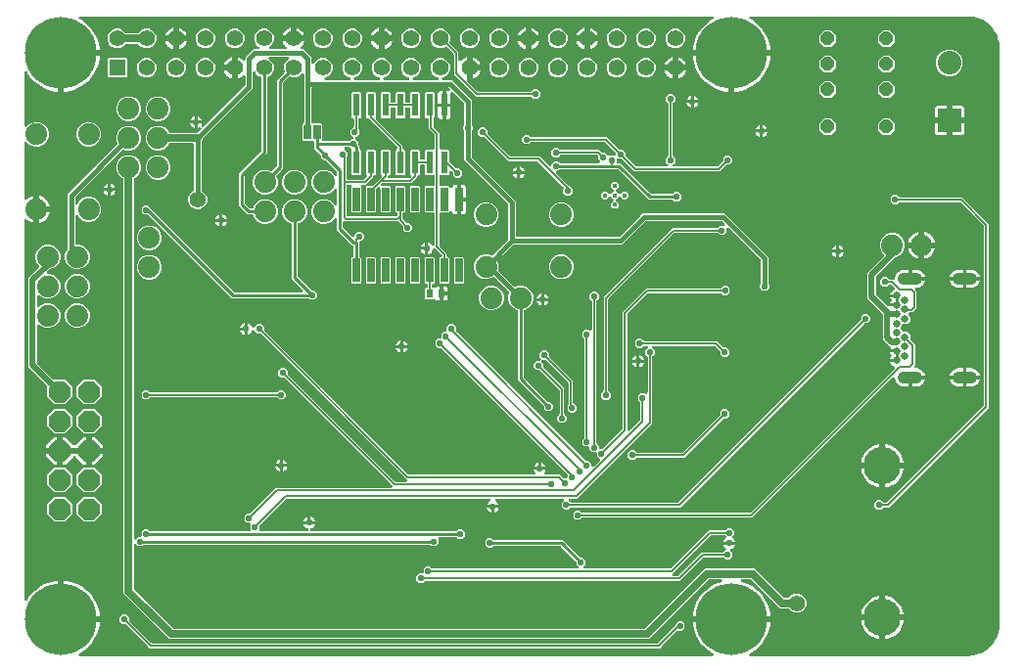
<source format=gbr>
G04 EAGLE Gerber RS-274X export*
G75*
%MOMM*%
%FSLAX34Y34*%
%LPD*%
%INBottom Copper*%
%IPPOS*%
%AMOC8*
5,1,8,0,0,1.08239X$1,22.5*%
G01*
%ADD10C,6.200000*%
%ADD11R,1.422400X1.422400*%
%ADD12C,1.422400*%
%ADD13P,2.034460X8X112.500000*%
%ADD14C,1.879600*%
%ADD15C,3.235963*%
%ADD16C,1.050000*%
%ADD17C,0.653200*%
%ADD18R,2.032000X2.032000*%
%ADD19C,2.032000*%
%ADD20P,1.288044X8X112.500000*%
%ADD21C,0.403200*%
%ADD22R,0.660400X2.032000*%
%ADD23R,0.600000X0.700000*%
%ADD24R,0.599100X1.968500*%
%ADD25R,0.635000X1.270000*%
%ADD26C,0.553200*%
%ADD27C,0.635000*%
%ADD28C,1.400000*%
%ADD29C,0.381000*%
%ADD30C,0.254000*%
%ADD31C,0.152400*%
%ADD32C,0.508000*%

G36*
X602653Y30482D02*
X602653Y30482D01*
X602660Y30481D01*
X602810Y30501D01*
X602961Y30521D01*
X602968Y30523D01*
X602975Y30524D01*
X603115Y30582D01*
X603257Y30638D01*
X603263Y30642D01*
X603270Y30645D01*
X603391Y30735D01*
X603514Y30824D01*
X603519Y30830D01*
X603525Y30835D01*
X603620Y30952D01*
X603717Y31069D01*
X603720Y31076D01*
X603725Y31082D01*
X603788Y31220D01*
X603853Y31357D01*
X603854Y31364D01*
X603857Y31371D01*
X603884Y31520D01*
X603912Y31669D01*
X603912Y31677D01*
X603913Y31684D01*
X603902Y31836D01*
X603893Y31987D01*
X603890Y31994D01*
X603890Y32001D01*
X603841Y32146D01*
X603795Y32289D01*
X603791Y32296D01*
X603788Y32303D01*
X603705Y32430D01*
X603624Y32558D01*
X603619Y32563D01*
X603615Y32569D01*
X603504Y32671D01*
X603393Y32776D01*
X603386Y32780D01*
X603381Y32785D01*
X603244Y32869D01*
X601996Y33536D01*
X599256Y35367D01*
X596708Y37458D01*
X594378Y39788D01*
X592287Y42336D01*
X590456Y45076D01*
X588903Y47982D01*
X587642Y51027D01*
X586685Y54180D01*
X586042Y57413D01*
X585807Y59801D01*
X617990Y59801D01*
X618108Y59816D01*
X618227Y59823D01*
X618265Y59836D01*
X618305Y59841D01*
X618416Y59884D01*
X618529Y59921D01*
X618563Y59943D01*
X618601Y59958D01*
X618697Y60028D01*
X618798Y60091D01*
X618826Y60121D01*
X618858Y60144D01*
X618934Y60236D01*
X619016Y60323D01*
X619035Y60358D01*
X619061Y60389D01*
X619112Y60497D01*
X619169Y60601D01*
X619180Y60641D01*
X619197Y60677D01*
X619219Y60794D01*
X619249Y60909D01*
X619253Y60970D01*
X619257Y60990D01*
X619255Y61010D01*
X619259Y61070D01*
X619259Y63610D01*
X619244Y63728D01*
X619237Y63847D01*
X619224Y63885D01*
X619219Y63925D01*
X619175Y64036D01*
X619139Y64149D01*
X619117Y64184D01*
X619102Y64221D01*
X619032Y64317D01*
X618969Y64418D01*
X618939Y64446D01*
X618915Y64479D01*
X618824Y64554D01*
X618737Y64636D01*
X618702Y64656D01*
X618670Y64681D01*
X618563Y64732D01*
X618458Y64790D01*
X618419Y64800D01*
X618383Y64817D01*
X618266Y64839D01*
X618151Y64869D01*
X618090Y64873D01*
X618070Y64877D01*
X618050Y64875D01*
X617990Y64879D01*
X585807Y64879D01*
X586042Y67267D01*
X586685Y70500D01*
X587642Y73653D01*
X588903Y76698D01*
X590456Y79604D01*
X592287Y82344D01*
X594378Y84892D01*
X596708Y87222D01*
X599256Y89313D01*
X601996Y91144D01*
X604902Y92697D01*
X607947Y93958D01*
X610295Y94670D01*
X610415Y94724D01*
X610538Y94773D01*
X610560Y94789D01*
X610585Y94800D01*
X610688Y94882D01*
X610795Y94959D01*
X610813Y94981D01*
X610834Y94998D01*
X610914Y95103D01*
X610998Y95204D01*
X611010Y95229D01*
X611026Y95251D01*
X611077Y95373D01*
X611133Y95492D01*
X611139Y95519D01*
X611149Y95545D01*
X611168Y95675D01*
X611193Y95805D01*
X611191Y95832D01*
X611195Y95859D01*
X611182Y95991D01*
X611173Y96122D01*
X611165Y96148D01*
X611162Y96176D01*
X611116Y96299D01*
X611075Y96424D01*
X611061Y96448D01*
X611051Y96474D01*
X610976Y96582D01*
X610905Y96693D01*
X610885Y96712D01*
X610869Y96735D01*
X610770Y96821D01*
X610674Y96911D01*
X610649Y96924D01*
X610628Y96942D01*
X610510Y97001D01*
X610395Y97065D01*
X610368Y97071D01*
X610344Y97084D01*
X610215Y97111D01*
X610087Y97144D01*
X610048Y97147D01*
X610032Y97150D01*
X610011Y97149D01*
X609926Y97154D01*
X600537Y97154D01*
X600439Y97142D01*
X600340Y97139D01*
X600282Y97122D01*
X600222Y97114D01*
X600130Y97078D01*
X600035Y97050D01*
X599982Y97020D01*
X599926Y96997D01*
X599846Y96939D01*
X599761Y96889D01*
X599685Y96823D01*
X599669Y96811D01*
X599661Y96801D01*
X599640Y96783D01*
X547941Y45084D01*
X132779Y45084D01*
X93344Y84519D01*
X93344Y442836D01*
X93341Y442865D01*
X93343Y442894D01*
X93321Y443022D01*
X93304Y443151D01*
X93294Y443179D01*
X93289Y443208D01*
X93235Y443326D01*
X93187Y443447D01*
X93170Y443471D01*
X93158Y443498D01*
X93077Y443599D01*
X93001Y443704D01*
X92978Y443723D01*
X92959Y443746D01*
X92856Y443824D01*
X92756Y443907D01*
X92729Y443920D01*
X92705Y443937D01*
X92561Y444008D01*
X91747Y444345D01*
X88745Y447347D01*
X87121Y451268D01*
X87121Y455512D01*
X88745Y459433D01*
X91747Y462435D01*
X95668Y464059D01*
X99912Y464059D01*
X103833Y462435D01*
X106835Y459433D01*
X108459Y455512D01*
X108459Y451268D01*
X106835Y447347D01*
X103833Y444345D01*
X103019Y444008D01*
X102994Y443994D01*
X102966Y443985D01*
X102856Y443915D01*
X102743Y443851D01*
X102722Y443830D01*
X102697Y443814D01*
X102608Y443720D01*
X102515Y443629D01*
X102499Y443604D01*
X102479Y443583D01*
X102416Y443469D01*
X102348Y443358D01*
X102340Y443330D01*
X102325Y443304D01*
X102293Y443179D01*
X102255Y443054D01*
X102253Y443025D01*
X102246Y442996D01*
X102236Y442836D01*
X102236Y132599D01*
X102253Y132461D01*
X102266Y132322D01*
X102273Y132303D01*
X102276Y132283D01*
X102327Y132154D01*
X102374Y132023D01*
X102385Y132006D01*
X102393Y131988D01*
X102474Y131875D01*
X102552Y131760D01*
X102568Y131747D01*
X102579Y131730D01*
X102687Y131641D01*
X102791Y131550D01*
X102809Y131540D01*
X102824Y131527D01*
X102950Y131468D01*
X103074Y131405D01*
X103094Y131400D01*
X103112Y131392D01*
X103248Y131366D01*
X103384Y131335D01*
X103405Y131336D01*
X103424Y131332D01*
X103563Y131341D01*
X103702Y131345D01*
X103722Y131351D01*
X103742Y131352D01*
X103874Y131395D01*
X104008Y131433D01*
X104025Y131444D01*
X104044Y131450D01*
X104162Y131524D01*
X104282Y131595D01*
X104303Y131613D01*
X104313Y131620D01*
X104327Y131635D01*
X104402Y131701D01*
X106278Y133577D01*
X107724Y133577D01*
X107842Y133592D01*
X107961Y133599D01*
X107999Y133612D01*
X108040Y133617D01*
X108150Y133660D01*
X108263Y133697D01*
X108298Y133719D01*
X108335Y133734D01*
X108431Y133803D01*
X108532Y133867D01*
X108560Y133897D01*
X108593Y133920D01*
X108669Y134012D01*
X108750Y134099D01*
X108770Y134134D01*
X108795Y134165D01*
X108846Y134273D01*
X108904Y134377D01*
X108914Y134417D01*
X108931Y134453D01*
X108953Y134570D01*
X108983Y134685D01*
X108987Y134745D01*
X108991Y134765D01*
X108989Y134786D01*
X108993Y134846D01*
X108993Y137562D01*
X111358Y139927D01*
X114702Y139927D01*
X115826Y138802D01*
X115905Y138742D01*
X115977Y138674D01*
X116030Y138645D01*
X116078Y138608D01*
X116169Y138568D01*
X116255Y138520D01*
X116314Y138505D01*
X116369Y138481D01*
X116467Y138466D01*
X116563Y138441D01*
X116663Y138435D01*
X116684Y138431D01*
X116696Y138433D01*
X116724Y138431D01*
X202046Y138431D01*
X202184Y138448D01*
X202323Y138461D01*
X202342Y138468D01*
X202362Y138471D01*
X202491Y138522D01*
X202622Y138569D01*
X202639Y138580D01*
X202657Y138588D01*
X202770Y138669D01*
X202885Y138747D01*
X202898Y138763D01*
X202915Y138774D01*
X203004Y138882D01*
X203096Y138986D01*
X203105Y139004D01*
X203118Y139019D01*
X203177Y139145D01*
X203240Y139269D01*
X203245Y139289D01*
X203253Y139307D01*
X203279Y139443D01*
X203310Y139579D01*
X203309Y139600D01*
X203313Y139619D01*
X203304Y139758D01*
X203300Y139897D01*
X203294Y139917D01*
X203293Y139937D01*
X203250Y140069D01*
X203212Y140203D01*
X203201Y140220D01*
X203195Y140239D01*
X203121Y140357D01*
X203050Y140477D01*
X203032Y140498D01*
X203025Y140508D01*
X203010Y140522D01*
X202973Y140564D01*
X202973Y144047D01*
X203027Y144161D01*
X203031Y144181D01*
X203039Y144199D01*
X203061Y144337D01*
X203087Y144474D01*
X203086Y144494D01*
X203089Y144514D01*
X203076Y144652D01*
X203067Y144791D01*
X203061Y144810D01*
X203059Y144830D01*
X203012Y144961D01*
X202969Y145093D01*
X202958Y145111D01*
X202952Y145129D01*
X202874Y145244D01*
X202799Y145362D01*
X202784Y145376D01*
X202773Y145393D01*
X202669Y145485D01*
X202567Y145580D01*
X202550Y145590D01*
X202535Y145603D01*
X202411Y145666D01*
X202289Y145734D01*
X202269Y145739D01*
X202251Y145748D01*
X202115Y145778D01*
X201981Y145813D01*
X201953Y145815D01*
X201941Y145818D01*
X201920Y145817D01*
X201820Y145823D01*
X200258Y145823D01*
X197893Y148188D01*
X197893Y151532D01*
X200258Y153897D01*
X202566Y153897D01*
X202664Y153909D01*
X202763Y153912D01*
X202822Y153929D01*
X202882Y153937D01*
X202974Y153973D01*
X203069Y154001D01*
X203121Y154031D01*
X203177Y154054D01*
X203258Y154112D01*
X203343Y154162D01*
X203418Y154228D01*
X203435Y154240D01*
X203443Y154250D01*
X203464Y154268D01*
X225218Y176023D01*
X324768Y176023D01*
X324906Y176040D01*
X325045Y176053D01*
X325064Y176060D01*
X325084Y176063D01*
X325213Y176114D01*
X325344Y176161D01*
X325361Y176172D01*
X325380Y176180D01*
X325492Y176261D01*
X325607Y176339D01*
X325621Y176355D01*
X325637Y176366D01*
X325725Y176473D01*
X325818Y176578D01*
X325827Y176596D01*
X325840Y176611D01*
X325899Y176737D01*
X325962Y176861D01*
X325967Y176881D01*
X325975Y176899D01*
X326001Y177035D01*
X326032Y177171D01*
X326031Y177192D01*
X326035Y177211D01*
X326026Y177350D01*
X326022Y177489D01*
X326017Y177509D01*
X326015Y177529D01*
X325972Y177661D01*
X325934Y177795D01*
X325923Y177812D01*
X325917Y177831D01*
X325843Y177949D01*
X325772Y178069D01*
X325754Y178090D01*
X325747Y178100D01*
X325732Y178114D01*
X325666Y178190D01*
X325256Y178600D01*
X232674Y271182D01*
X232595Y271242D01*
X232523Y271310D01*
X232470Y271339D01*
X232422Y271376D01*
X232332Y271416D01*
X232245Y271464D01*
X232186Y271479D01*
X232131Y271503D01*
X232033Y271518D01*
X231937Y271543D01*
X231837Y271549D01*
X231817Y271553D01*
X231804Y271551D01*
X231776Y271553D01*
X229468Y271553D01*
X227103Y273918D01*
X227103Y277262D01*
X229468Y279627D01*
X232812Y279627D01*
X235177Y277262D01*
X235177Y274954D01*
X235189Y274856D01*
X235192Y274757D01*
X235209Y274698D01*
X235217Y274638D01*
X235253Y274546D01*
X235281Y274451D01*
X235311Y274399D01*
X235334Y274343D01*
X235392Y274262D01*
X235442Y274177D01*
X235508Y274102D01*
X235520Y274085D01*
X235530Y274077D01*
X235548Y274056D01*
X328130Y181474D01*
X328209Y181414D01*
X328281Y181346D01*
X328334Y181317D01*
X328382Y181280D01*
X328472Y181240D01*
X328559Y181192D01*
X328618Y181177D01*
X328673Y181153D01*
X328771Y181138D01*
X328867Y181113D01*
X328967Y181107D01*
X328987Y181103D01*
X329000Y181105D01*
X329028Y181103D01*
X337468Y181103D01*
X337606Y181120D01*
X337745Y181133D01*
X337764Y181140D01*
X337784Y181143D01*
X337913Y181194D01*
X338044Y181241D01*
X338061Y181252D01*
X338080Y181260D01*
X338192Y181341D01*
X338307Y181419D01*
X338320Y181435D01*
X338337Y181446D01*
X338426Y181554D01*
X338518Y181658D01*
X338527Y181676D01*
X338540Y181691D01*
X338599Y181817D01*
X338662Y181941D01*
X338667Y181961D01*
X338675Y181979D01*
X338701Y182116D01*
X338732Y182251D01*
X338731Y182272D01*
X338735Y182291D01*
X338726Y182430D01*
X338722Y182569D01*
X338717Y182589D01*
X338715Y182609D01*
X338673Y182741D01*
X338634Y182875D01*
X338623Y182892D01*
X338617Y182911D01*
X338543Y183029D01*
X338472Y183149D01*
X338454Y183170D01*
X338447Y183180D01*
X338432Y183194D01*
X338366Y183269D01*
X336686Y184950D01*
X212354Y309282D01*
X212275Y309342D01*
X212203Y309410D01*
X212150Y309439D01*
X212102Y309476D01*
X212012Y309516D01*
X211925Y309564D01*
X211866Y309579D01*
X211811Y309603D01*
X211713Y309618D01*
X211617Y309643D01*
X211517Y309649D01*
X211497Y309653D01*
X211484Y309651D01*
X211456Y309653D01*
X209148Y309653D01*
X206470Y312331D01*
X206431Y312361D01*
X206398Y312398D01*
X206306Y312458D01*
X206219Y312526D01*
X206174Y312545D01*
X206132Y312573D01*
X206028Y312608D01*
X205927Y312652D01*
X205878Y312660D01*
X205831Y312676D01*
X205722Y312685D01*
X205613Y312702D01*
X205564Y312697D01*
X205514Y312701D01*
X205406Y312682D01*
X205297Y312672D01*
X205250Y312655D01*
X205201Y312647D01*
X205101Y312602D01*
X204997Y312564D01*
X204956Y312537D01*
X204911Y312516D01*
X204825Y312448D01*
X204734Y312386D01*
X204701Y312349D01*
X204662Y312318D01*
X204596Y312230D01*
X204524Y312147D01*
X204501Y312103D01*
X204471Y312063D01*
X204400Y311919D01*
X204093Y311176D01*
X203512Y310307D01*
X202773Y309568D01*
X201904Y308987D01*
X200938Y308587D01*
X200659Y308532D01*
X200659Y313690D01*
X200659Y318848D01*
X200938Y318793D01*
X201904Y318393D01*
X202773Y317812D01*
X203512Y317073D01*
X204093Y316204D01*
X204400Y315461D01*
X204425Y315418D01*
X204442Y315371D01*
X204503Y315280D01*
X204558Y315185D01*
X204593Y315149D01*
X204620Y315108D01*
X204703Y315035D01*
X204779Y314956D01*
X204822Y314930D01*
X204859Y314898D01*
X204956Y314848D01*
X205050Y314790D01*
X205098Y314775D01*
X205142Y314753D01*
X205249Y314729D01*
X205354Y314697D01*
X205404Y314694D01*
X205452Y314683D01*
X205562Y314687D01*
X205672Y314681D01*
X205721Y314691D01*
X205770Y314693D01*
X205876Y314723D01*
X205983Y314746D01*
X206028Y314768D01*
X206076Y314781D01*
X206170Y314837D01*
X206269Y314885D01*
X206307Y314918D01*
X206350Y314943D01*
X206470Y315049D01*
X209148Y317727D01*
X212492Y317727D01*
X214857Y315362D01*
X214857Y313054D01*
X214869Y312956D01*
X214872Y312857D01*
X214889Y312798D01*
X214897Y312738D01*
X214933Y312646D01*
X214961Y312551D01*
X214991Y312499D01*
X215014Y312443D01*
X215072Y312362D01*
X215122Y312277D01*
X215188Y312202D01*
X215200Y312185D01*
X215210Y312177D01*
X215228Y312156D01*
X339560Y187824D01*
X339639Y187764D01*
X339711Y187696D01*
X339764Y187667D01*
X339812Y187630D01*
X339902Y187590D01*
X339989Y187542D01*
X340048Y187527D01*
X340103Y187503D01*
X340201Y187488D01*
X340297Y187463D01*
X340397Y187457D01*
X340417Y187453D01*
X340430Y187455D01*
X340458Y187453D01*
X448408Y187453D01*
X448546Y187470D01*
X448685Y187483D01*
X448704Y187490D01*
X448724Y187493D01*
X448853Y187544D01*
X448984Y187591D01*
X449001Y187602D01*
X449019Y187610D01*
X449132Y187691D01*
X449247Y187769D01*
X449260Y187785D01*
X449277Y187796D01*
X449366Y187904D01*
X449458Y188008D01*
X449467Y188026D01*
X449480Y188041D01*
X449539Y188167D01*
X449602Y188291D01*
X449607Y188311D01*
X449615Y188329D01*
X449641Y188465D01*
X449672Y188601D01*
X449671Y188622D01*
X449675Y188641D01*
X449666Y188780D01*
X449662Y188919D01*
X449656Y188939D01*
X449655Y188959D01*
X449612Y189091D01*
X449574Y189225D01*
X449563Y189242D01*
X449557Y189261D01*
X449483Y189379D01*
X449412Y189499D01*
X449394Y189520D01*
X449387Y189530D01*
X449372Y189544D01*
X449306Y189620D01*
X449268Y189657D01*
X448687Y190526D01*
X448287Y191492D01*
X448232Y191771D01*
X453390Y191771D01*
X458548Y191771D01*
X458493Y191492D01*
X458093Y190526D01*
X457512Y189657D01*
X457474Y189620D01*
X457389Y189510D01*
X457300Y189403D01*
X457292Y189384D01*
X457279Y189368D01*
X457224Y189241D01*
X457165Y189115D01*
X457161Y189095D01*
X457153Y189077D01*
X457131Y188939D01*
X457105Y188802D01*
X457106Y188782D01*
X457103Y188762D01*
X457116Y188624D01*
X457125Y188485D01*
X457131Y188466D01*
X457133Y188446D01*
X457180Y188315D01*
X457223Y188183D01*
X457234Y188166D01*
X457241Y188146D01*
X457319Y188031D01*
X457393Y187914D01*
X457408Y187900D01*
X457419Y187883D01*
X457523Y187791D01*
X457625Y187696D01*
X457642Y187686D01*
X457657Y187673D01*
X457781Y187610D01*
X457903Y187542D01*
X457923Y187537D01*
X457941Y187528D01*
X458077Y187498D01*
X458211Y187463D01*
X458239Y187461D01*
X458251Y187458D01*
X458272Y187459D01*
X458372Y187453D01*
X470742Y187453D01*
X473446Y184748D01*
X473525Y184688D01*
X473597Y184620D01*
X473650Y184591D01*
X473698Y184554D01*
X473788Y184514D01*
X473875Y184466D01*
X473934Y184451D01*
X473989Y184427D01*
X474087Y184412D01*
X474183Y184387D01*
X474283Y184381D01*
X474303Y184377D01*
X474316Y184379D01*
X474344Y184377D01*
X476024Y184377D01*
X476142Y184392D01*
X476261Y184399D01*
X476299Y184412D01*
X476340Y184417D01*
X476450Y184460D01*
X476563Y184497D01*
X476598Y184519D01*
X476635Y184534D01*
X476731Y184603D01*
X476832Y184667D01*
X476860Y184697D01*
X476893Y184720D01*
X476969Y184812D01*
X477050Y184899D01*
X477070Y184934D01*
X477095Y184965D01*
X477146Y185073D01*
X477204Y185177D01*
X477214Y185217D01*
X477231Y185253D01*
X477253Y185370D01*
X477283Y185485D01*
X477287Y185545D01*
X477291Y185565D01*
X477289Y185586D01*
X477293Y185646D01*
X477293Y187326D01*
X477281Y187424D01*
X477278Y187523D01*
X477261Y187582D01*
X477253Y187642D01*
X477217Y187734D01*
X477189Y187829D01*
X477159Y187881D01*
X477136Y187937D01*
X477078Y188018D01*
X477028Y188103D01*
X476962Y188178D01*
X476950Y188195D01*
X476940Y188203D01*
X476922Y188224D01*
X368564Y296582D01*
X368485Y296642D01*
X368413Y296710D01*
X368360Y296739D01*
X368312Y296776D01*
X368222Y296816D01*
X368135Y296864D01*
X368076Y296879D01*
X368021Y296903D01*
X367923Y296918D01*
X367827Y296943D01*
X367727Y296949D01*
X367707Y296953D01*
X367694Y296951D01*
X367666Y296953D01*
X365358Y296953D01*
X362993Y299318D01*
X362993Y302662D01*
X365358Y305027D01*
X366804Y305027D01*
X366922Y305042D01*
X367041Y305049D01*
X367079Y305062D01*
X367120Y305067D01*
X367230Y305110D01*
X367343Y305147D01*
X367378Y305169D01*
X367415Y305184D01*
X367511Y305253D01*
X367612Y305317D01*
X367640Y305347D01*
X367673Y305370D01*
X367749Y305462D01*
X367830Y305549D01*
X367850Y305584D01*
X367875Y305615D01*
X367926Y305723D01*
X367984Y305827D01*
X367994Y305867D01*
X368011Y305903D01*
X368033Y306020D01*
X368063Y306135D01*
X368067Y306195D01*
X368071Y306215D01*
X368069Y306236D01*
X368073Y306296D01*
X368073Y309012D01*
X370438Y311377D01*
X371602Y311377D01*
X371720Y311392D01*
X371839Y311399D01*
X371877Y311412D01*
X371918Y311417D01*
X372028Y311460D01*
X372141Y311497D01*
X372176Y311519D01*
X372213Y311534D01*
X372309Y311603D01*
X372410Y311667D01*
X372438Y311697D01*
X372471Y311720D01*
X372547Y311812D01*
X372628Y311899D01*
X372648Y311934D01*
X372673Y311965D01*
X372724Y312073D01*
X372782Y312177D01*
X372792Y312217D01*
X372809Y312253D01*
X372831Y312370D01*
X372861Y312485D01*
X372865Y312545D01*
X372869Y312565D01*
X372867Y312586D01*
X372871Y312646D01*
X372871Y315362D01*
X375236Y317727D01*
X378580Y317727D01*
X380945Y315362D01*
X380945Y312066D01*
X380957Y311968D01*
X380960Y311869D01*
X380977Y311810D01*
X380985Y311750D01*
X381021Y311658D01*
X381049Y311563D01*
X381079Y311511D01*
X381102Y311455D01*
X381160Y311374D01*
X381210Y311289D01*
X381276Y311214D01*
X381288Y311197D01*
X381298Y311189D01*
X381316Y311168D01*
X492496Y199988D01*
X492575Y199928D01*
X492647Y199860D01*
X492700Y199831D01*
X492748Y199794D01*
X492838Y199754D01*
X492925Y199706D01*
X492984Y199691D01*
X493039Y199667D01*
X493137Y199652D01*
X493233Y199627D01*
X493333Y199621D01*
X493353Y199617D01*
X493366Y199619D01*
X493394Y199617D01*
X495702Y199617D01*
X498067Y197252D01*
X498067Y195396D01*
X498084Y195258D01*
X498097Y195119D01*
X498104Y195100D01*
X498107Y195080D01*
X498158Y194951D01*
X498205Y194820D01*
X498216Y194803D01*
X498224Y194784D01*
X498305Y194672D01*
X498383Y194557D01*
X498399Y194544D01*
X498410Y194527D01*
X498518Y194438D01*
X498622Y194346D01*
X498640Y194337D01*
X498655Y194324D01*
X498781Y194265D01*
X498905Y194202D01*
X498925Y194197D01*
X498943Y194189D01*
X499079Y194163D01*
X499215Y194132D01*
X499236Y194133D01*
X499255Y194129D01*
X499394Y194138D01*
X499533Y194142D01*
X499553Y194147D01*
X499573Y194149D01*
X499705Y194192D01*
X499839Y194230D01*
X499856Y194241D01*
X499875Y194247D01*
X499993Y194321D01*
X500113Y194392D01*
X500134Y194410D01*
X500144Y194417D01*
X500158Y194432D01*
X500233Y194498D01*
X505351Y199615D01*
X505424Y199710D01*
X505503Y199799D01*
X505521Y199835D01*
X505546Y199867D01*
X505593Y199976D01*
X505647Y200082D01*
X505656Y200121D01*
X505672Y200159D01*
X505691Y200276D01*
X505717Y200392D01*
X505716Y200433D01*
X505722Y200473D01*
X505711Y200591D01*
X505707Y200710D01*
X505696Y200749D01*
X505692Y200789D01*
X505652Y200901D01*
X505619Y201016D01*
X505598Y201050D01*
X505584Y201089D01*
X505517Y201187D01*
X505457Y201290D01*
X505417Y201335D01*
X505406Y201352D01*
X505391Y201365D01*
X505351Y201410D01*
X502693Y204068D01*
X502693Y205514D01*
X502678Y205632D01*
X502671Y205751D01*
X502658Y205789D01*
X502653Y205830D01*
X502610Y205940D01*
X502573Y206053D01*
X502551Y206088D01*
X502536Y206125D01*
X502467Y206221D01*
X502403Y206322D01*
X502373Y206350D01*
X502350Y206383D01*
X502258Y206459D01*
X502171Y206540D01*
X502136Y206560D01*
X502105Y206585D01*
X501997Y206636D01*
X501893Y206694D01*
X501853Y206704D01*
X501817Y206721D01*
X501700Y206743D01*
X501585Y206773D01*
X501525Y206777D01*
X501505Y206781D01*
X501484Y206779D01*
X501424Y206783D01*
X498708Y206783D01*
X496343Y209148D01*
X496343Y210594D01*
X496328Y210712D01*
X496321Y210831D01*
X496308Y210869D01*
X496303Y210910D01*
X496260Y211020D01*
X496223Y211133D01*
X496201Y211168D01*
X496186Y211205D01*
X496117Y211301D01*
X496053Y211402D01*
X496023Y211430D01*
X496000Y211463D01*
X495908Y211539D01*
X495821Y211620D01*
X495786Y211640D01*
X495755Y211665D01*
X495647Y211716D01*
X495543Y211774D01*
X495503Y211784D01*
X495467Y211801D01*
X495350Y211823D01*
X495235Y211853D01*
X495175Y211857D01*
X495155Y211861D01*
X495134Y211859D01*
X495074Y211863D01*
X492358Y211863D01*
X489993Y214228D01*
X489993Y217572D01*
X491626Y219204D01*
X491686Y219283D01*
X491754Y219355D01*
X491783Y219408D01*
X491820Y219456D01*
X491860Y219547D01*
X491908Y219633D01*
X491923Y219692D01*
X491947Y219747D01*
X491962Y219845D01*
X491987Y219941D01*
X491993Y220041D01*
X491997Y220062D01*
X491995Y220074D01*
X491997Y220102D01*
X491997Y304408D01*
X491985Y304506D01*
X491982Y304605D01*
X491965Y304664D01*
X491957Y304724D01*
X491921Y304816D01*
X491893Y304911D01*
X491863Y304963D01*
X491840Y305019D01*
X491782Y305099D01*
X491732Y305185D01*
X491666Y305260D01*
X491654Y305277D01*
X491644Y305285D01*
X491626Y305306D01*
X489993Y306938D01*
X489993Y310282D01*
X492358Y312647D01*
X495702Y312647D01*
X496181Y312168D01*
X496290Y312083D01*
X496397Y311994D01*
X496416Y311986D01*
X496432Y311973D01*
X496560Y311918D01*
X496685Y311859D01*
X496705Y311855D01*
X496724Y311847D01*
X496862Y311825D01*
X496998Y311799D01*
X497018Y311800D01*
X497038Y311797D01*
X497177Y311810D01*
X497315Y311819D01*
X497334Y311825D01*
X497354Y311827D01*
X497485Y311874D01*
X497617Y311917D01*
X497635Y311928D01*
X497654Y311935D01*
X497768Y312012D01*
X497886Y312087D01*
X497900Y312102D01*
X497917Y312113D01*
X498009Y312217D01*
X498104Y312319D01*
X498114Y312336D01*
X498127Y312352D01*
X498190Y312475D01*
X498258Y312597D01*
X498263Y312617D01*
X498272Y312635D01*
X498302Y312771D01*
X498337Y312905D01*
X498339Y312933D01*
X498342Y312945D01*
X498341Y312966D01*
X498347Y313066D01*
X498347Y337428D01*
X498335Y337526D01*
X498332Y337625D01*
X498315Y337684D01*
X498307Y337744D01*
X498271Y337836D01*
X498243Y337931D01*
X498213Y337983D01*
X498190Y338039D01*
X498132Y338119D01*
X498082Y338205D01*
X498016Y338280D01*
X498004Y338297D01*
X497994Y338305D01*
X497976Y338326D01*
X496343Y339958D01*
X496343Y343302D01*
X498708Y345667D01*
X502052Y345667D01*
X504417Y343302D01*
X504417Y339958D01*
X502784Y338326D01*
X502724Y338247D01*
X502656Y338175D01*
X502627Y338122D01*
X502590Y338074D01*
X502550Y337983D01*
X502502Y337897D01*
X502487Y337838D01*
X502463Y337783D01*
X502448Y337685D01*
X502423Y337589D01*
X502417Y337489D01*
X502413Y337468D01*
X502415Y337456D01*
X502413Y337428D01*
X502413Y215022D01*
X502425Y214924D01*
X502428Y214825D01*
X502445Y214766D01*
X502453Y214706D01*
X502489Y214614D01*
X502517Y214519D01*
X502547Y214467D01*
X502570Y214411D01*
X502628Y214331D01*
X502678Y214245D01*
X502744Y214170D01*
X502756Y214153D01*
X502766Y214145D01*
X502784Y214124D01*
X504417Y212492D01*
X504417Y211046D01*
X504432Y210928D01*
X504439Y210809D01*
X504452Y210771D01*
X504457Y210730D01*
X504500Y210620D01*
X504537Y210507D01*
X504559Y210472D01*
X504574Y210435D01*
X504643Y210339D01*
X504707Y210238D01*
X504737Y210210D01*
X504760Y210177D01*
X504852Y210101D01*
X504939Y210020D01*
X504974Y210000D01*
X505005Y209975D01*
X505113Y209924D01*
X505217Y209866D01*
X505257Y209856D01*
X505293Y209839D01*
X505410Y209817D01*
X505525Y209787D01*
X505585Y209783D01*
X505605Y209779D01*
X505626Y209781D01*
X505686Y209777D01*
X507366Y209777D01*
X507464Y209789D01*
X507563Y209792D01*
X507622Y209809D01*
X507682Y209817D01*
X507774Y209853D01*
X507869Y209881D01*
X507921Y209911D01*
X507977Y209934D01*
X508058Y209992D01*
X508143Y210042D01*
X508218Y210108D01*
X508235Y210120D01*
X508243Y210130D01*
X508264Y210148D01*
X524646Y226530D01*
X524706Y226608D01*
X524774Y226681D01*
X524803Y226734D01*
X524840Y226781D01*
X524880Y226872D01*
X524928Y226959D01*
X524943Y227018D01*
X524967Y227073D01*
X524982Y227171D01*
X525007Y227267D01*
X525013Y227367D01*
X525017Y227387D01*
X525015Y227400D01*
X525017Y227428D01*
X525017Y328502D01*
X545258Y348743D01*
X609434Y348743D01*
X609532Y348755D01*
X609631Y348758D01*
X609690Y348775D01*
X609750Y348783D01*
X609842Y348819D01*
X609937Y348847D01*
X609989Y348877D01*
X610045Y348900D01*
X610125Y348958D01*
X610211Y349008D01*
X610286Y349074D01*
X610303Y349086D01*
X610311Y349096D01*
X610332Y349114D01*
X611964Y350747D01*
X615308Y350747D01*
X617673Y348382D01*
X617673Y345038D01*
X615308Y342673D01*
X611964Y342673D01*
X610332Y344306D01*
X610253Y344366D01*
X610181Y344434D01*
X610128Y344463D01*
X610080Y344500D01*
X609989Y344540D01*
X609903Y344588D01*
X609844Y344603D01*
X609789Y344627D01*
X609691Y344642D01*
X609595Y344667D01*
X609495Y344673D01*
X609474Y344677D01*
X609462Y344675D01*
X609434Y344677D01*
X547468Y344677D01*
X547370Y344665D01*
X547271Y344662D01*
X547212Y344645D01*
X547152Y344637D01*
X547060Y344601D01*
X546965Y344573D01*
X546913Y344543D01*
X546857Y344520D01*
X546776Y344462D01*
X546691Y344412D01*
X546616Y344346D01*
X546599Y344334D01*
X546591Y344324D01*
X546570Y344306D01*
X529454Y327190D01*
X529394Y327111D01*
X529326Y327039D01*
X529297Y326986D01*
X529260Y326938D01*
X529220Y326848D01*
X529172Y326761D01*
X529157Y326702D01*
X529133Y326647D01*
X529118Y326549D01*
X529093Y326453D01*
X529087Y326353D01*
X529083Y326333D01*
X529085Y326320D01*
X529083Y326292D01*
X529083Y226412D01*
X529100Y226274D01*
X529113Y226135D01*
X529120Y226116D01*
X529123Y226096D01*
X529174Y225967D01*
X529221Y225836D01*
X529232Y225819D01*
X529240Y225800D01*
X529321Y225688D01*
X529399Y225573D01*
X529415Y225559D01*
X529426Y225543D01*
X529534Y225454D01*
X529638Y225362D01*
X529656Y225353D01*
X529671Y225340D01*
X529797Y225281D01*
X529921Y225218D01*
X529941Y225213D01*
X529959Y225205D01*
X530095Y225179D01*
X530231Y225148D01*
X530252Y225149D01*
X530271Y225145D01*
X530410Y225154D01*
X530549Y225158D01*
X530569Y225163D01*
X530589Y225165D01*
X530721Y225208D01*
X530855Y225246D01*
X530872Y225257D01*
X530891Y225263D01*
X531009Y225337D01*
X531129Y225408D01*
X531150Y225426D01*
X531160Y225433D01*
X531174Y225448D01*
X531249Y225514D01*
X539886Y234150D01*
X539946Y234229D01*
X540014Y234301D01*
X540043Y234354D01*
X540080Y234402D01*
X540120Y234492D01*
X540168Y234579D01*
X540183Y234638D01*
X540207Y234693D01*
X540222Y234791D01*
X540247Y234887D01*
X540253Y234987D01*
X540257Y235007D01*
X540255Y235020D01*
X540257Y235048D01*
X540257Y249798D01*
X540245Y249896D01*
X540242Y249995D01*
X540225Y250054D01*
X540217Y250114D01*
X540181Y250206D01*
X540153Y250301D01*
X540123Y250353D01*
X540100Y250409D01*
X540042Y250489D01*
X539992Y250575D01*
X539926Y250650D01*
X539914Y250667D01*
X539904Y250675D01*
X539886Y250696D01*
X538253Y252328D01*
X538253Y255672D01*
X540618Y258037D01*
X543962Y258037D01*
X544441Y257558D01*
X544550Y257473D01*
X544657Y257384D01*
X544676Y257376D01*
X544692Y257363D01*
X544820Y257308D01*
X544945Y257249D01*
X544965Y257245D01*
X544984Y257237D01*
X545122Y257215D01*
X545258Y257189D01*
X545278Y257190D01*
X545298Y257187D01*
X545437Y257200D01*
X545575Y257209D01*
X545594Y257215D01*
X545614Y257217D01*
X545745Y257264D01*
X545877Y257307D01*
X545895Y257318D01*
X545914Y257325D01*
X546028Y257402D01*
X546146Y257477D01*
X546160Y257492D01*
X546177Y257503D01*
X546269Y257607D01*
X546364Y257709D01*
X546374Y257726D01*
X546387Y257742D01*
X546450Y257865D01*
X546518Y257987D01*
X546523Y258007D01*
X546532Y258025D01*
X546562Y258161D01*
X546597Y258295D01*
X546599Y258323D01*
X546602Y258335D01*
X546601Y258356D01*
X546607Y258456D01*
X546607Y289168D01*
X546595Y289266D01*
X546592Y289365D01*
X546575Y289424D01*
X546567Y289484D01*
X546531Y289576D01*
X546503Y289671D01*
X546473Y289723D01*
X546450Y289779D01*
X546392Y289859D01*
X546342Y289945D01*
X546276Y290020D01*
X546264Y290037D01*
X546254Y290045D01*
X546236Y290066D01*
X544603Y291698D01*
X544603Y295042D01*
X546352Y296791D01*
X546437Y296900D01*
X546526Y297007D01*
X546534Y297026D01*
X546547Y297042D01*
X546602Y297170D01*
X546661Y297295D01*
X546665Y297315D01*
X546673Y297334D01*
X546695Y297472D01*
X546721Y297608D01*
X546720Y297628D01*
X546723Y297648D01*
X546710Y297787D01*
X546701Y297925D01*
X546695Y297944D01*
X546693Y297964D01*
X546646Y298096D01*
X546603Y298227D01*
X546592Y298245D01*
X546585Y298264D01*
X546507Y298379D01*
X546433Y298496D01*
X546418Y298510D01*
X546407Y298527D01*
X546303Y298619D01*
X546201Y298714D01*
X546184Y298724D01*
X546168Y298737D01*
X546044Y298801D01*
X545923Y298868D01*
X545903Y298873D01*
X545885Y298882D01*
X545749Y298912D01*
X545615Y298947D01*
X545587Y298949D01*
X545575Y298952D01*
X545554Y298951D01*
X545454Y298957D01*
X543952Y298957D01*
X543854Y298945D01*
X543755Y298942D01*
X543696Y298925D01*
X543636Y298917D01*
X543544Y298881D01*
X543449Y298853D01*
X543397Y298823D01*
X543341Y298800D01*
X543261Y298742D01*
X543175Y298692D01*
X543100Y298626D01*
X543083Y298614D01*
X543075Y298604D01*
X543054Y298586D01*
X541422Y296953D01*
X538078Y296953D01*
X535713Y299318D01*
X535713Y302662D01*
X538078Y305027D01*
X541422Y305027D01*
X543054Y303394D01*
X543133Y303334D01*
X543205Y303266D01*
X543258Y303237D01*
X543306Y303200D01*
X543397Y303160D01*
X543483Y303112D01*
X543542Y303097D01*
X543597Y303073D01*
X543695Y303058D01*
X543791Y303033D01*
X543891Y303027D01*
X543912Y303023D01*
X543924Y303025D01*
X543952Y303023D01*
X606632Y303023D01*
X611876Y297778D01*
X611955Y297718D01*
X612027Y297650D01*
X612080Y297621D01*
X612128Y297584D01*
X612218Y297544D01*
X612305Y297496D01*
X612364Y297481D01*
X612419Y297457D01*
X612517Y297442D01*
X612613Y297417D01*
X612713Y297411D01*
X612733Y297407D01*
X612746Y297409D01*
X612774Y297407D01*
X615082Y297407D01*
X617447Y295042D01*
X617447Y291698D01*
X615082Y289333D01*
X611738Y289333D01*
X609373Y291698D01*
X609373Y294006D01*
X609361Y294104D01*
X609358Y294203D01*
X609341Y294262D01*
X609333Y294322D01*
X609297Y294414D01*
X609269Y294509D01*
X609239Y294561D01*
X609216Y294617D01*
X609158Y294698D01*
X609108Y294783D01*
X609042Y294858D01*
X609030Y294875D01*
X609020Y294883D01*
X609002Y294904D01*
X605320Y298586D01*
X605241Y298646D01*
X605169Y298714D01*
X605116Y298743D01*
X605068Y298780D01*
X604978Y298820D01*
X604891Y298868D01*
X604832Y298883D01*
X604777Y298907D01*
X604679Y298922D01*
X604583Y298947D01*
X604483Y298953D01*
X604463Y298957D01*
X604450Y298955D01*
X604422Y298957D01*
X551826Y298957D01*
X551688Y298940D01*
X551549Y298927D01*
X551530Y298920D01*
X551510Y298917D01*
X551381Y298866D01*
X551250Y298819D01*
X551233Y298808D01*
X551215Y298800D01*
X551102Y298719D01*
X550987Y298641D01*
X550974Y298625D01*
X550957Y298614D01*
X550868Y298506D01*
X550777Y298402D01*
X550767Y298384D01*
X550754Y298369D01*
X550695Y298243D01*
X550632Y298119D01*
X550627Y298099D01*
X550619Y298081D01*
X550593Y297945D01*
X550562Y297809D01*
X550563Y297788D01*
X550559Y297769D01*
X550568Y297630D01*
X550572Y297491D01*
X550578Y297471D01*
X550579Y297451D01*
X550622Y297319D01*
X550660Y297185D01*
X550671Y297168D01*
X550677Y297149D01*
X550751Y297031D01*
X550822Y296911D01*
X550840Y296890D01*
X550847Y296880D01*
X550862Y296866D01*
X550928Y296791D01*
X552677Y295042D01*
X552677Y291698D01*
X551044Y290066D01*
X550984Y289987D01*
X550916Y289915D01*
X550887Y289862D01*
X550850Y289814D01*
X550810Y289723D01*
X550762Y289637D01*
X550747Y289578D01*
X550723Y289523D01*
X550708Y289425D01*
X550683Y289329D01*
X550677Y289229D01*
X550673Y289208D01*
X550675Y289196D01*
X550673Y289168D01*
X550673Y231568D01*
X485982Y166877D01*
X479436Y166877D01*
X479298Y166860D01*
X479159Y166847D01*
X479140Y166840D01*
X479120Y166837D01*
X478991Y166786D01*
X478860Y166739D01*
X478843Y166728D01*
X478825Y166720D01*
X478712Y166639D01*
X478597Y166561D01*
X478584Y166545D01*
X478567Y166534D01*
X478478Y166426D01*
X478387Y166322D01*
X478377Y166304D01*
X478364Y166289D01*
X478305Y166163D01*
X478242Y166039D01*
X478237Y166019D01*
X478229Y166001D01*
X478203Y165864D01*
X478172Y165729D01*
X478173Y165708D01*
X478169Y165689D01*
X478178Y165550D01*
X478182Y165411D01*
X478188Y165391D01*
X478189Y165371D01*
X478232Y165239D01*
X478270Y165105D01*
X478281Y165088D01*
X478287Y165069D01*
X478361Y164951D01*
X478432Y164831D01*
X478450Y164810D01*
X478457Y164800D01*
X478472Y164786D01*
X478538Y164711D01*
X479554Y163694D01*
X479632Y163634D01*
X479705Y163566D01*
X479758Y163537D01*
X479806Y163500D01*
X479896Y163460D01*
X479983Y163412D01*
X480042Y163397D01*
X480097Y163373D01*
X480195Y163358D01*
X480291Y163333D01*
X480391Y163327D01*
X480412Y163323D01*
X480424Y163325D01*
X480452Y163323D01*
X572672Y163323D01*
X572770Y163335D01*
X572869Y163338D01*
X572928Y163355D01*
X572988Y163363D01*
X573080Y163399D01*
X573175Y163427D01*
X573227Y163457D01*
X573283Y163480D01*
X573364Y163538D01*
X573449Y163588D01*
X573524Y163654D01*
X573541Y163666D01*
X573549Y163676D01*
X573570Y163694D01*
X730922Y321046D01*
X730982Y321125D01*
X731050Y321197D01*
X731079Y321250D01*
X731116Y321298D01*
X731156Y321388D01*
X731204Y321475D01*
X731219Y321534D01*
X731243Y321589D01*
X731258Y321687D01*
X731283Y321783D01*
X731289Y321883D01*
X731293Y321903D01*
X731291Y321916D01*
X731293Y321944D01*
X731293Y324252D01*
X733658Y326617D01*
X737002Y326617D01*
X739367Y324252D01*
X739367Y320908D01*
X737002Y318543D01*
X734694Y318543D01*
X734596Y318531D01*
X734497Y318528D01*
X734438Y318511D01*
X734378Y318503D01*
X734286Y318467D01*
X734191Y318439D01*
X734139Y318409D01*
X734083Y318386D01*
X734002Y318328D01*
X733917Y318278D01*
X733842Y318212D01*
X733825Y318200D01*
X733817Y318190D01*
X733796Y318172D01*
X574882Y159257D01*
X480452Y159257D01*
X480354Y159245D01*
X480255Y159242D01*
X480196Y159225D01*
X480136Y159217D01*
X480044Y159181D01*
X479949Y159153D01*
X479897Y159123D01*
X479841Y159100D01*
X479761Y159042D01*
X479675Y158992D01*
X479600Y158926D01*
X479583Y158914D01*
X479575Y158904D01*
X479554Y158886D01*
X477922Y157253D01*
X474578Y157253D01*
X472213Y159618D01*
X472213Y162962D01*
X473962Y164711D01*
X474047Y164820D01*
X474136Y164927D01*
X474144Y164946D01*
X474157Y164962D01*
X474212Y165090D01*
X474271Y165215D01*
X474275Y165235D01*
X474283Y165254D01*
X474305Y165392D01*
X474331Y165528D01*
X474330Y165548D01*
X474333Y165568D01*
X474320Y165707D01*
X474311Y165845D01*
X474305Y165864D01*
X474303Y165884D01*
X474256Y166016D01*
X474213Y166147D01*
X474202Y166165D01*
X474195Y166184D01*
X474117Y166299D01*
X474043Y166416D01*
X474028Y166430D01*
X474017Y166447D01*
X473913Y166539D01*
X473811Y166634D01*
X473794Y166644D01*
X473778Y166657D01*
X473654Y166721D01*
X473533Y166788D01*
X473513Y166793D01*
X473495Y166802D01*
X473359Y166832D01*
X473225Y166867D01*
X473197Y166869D01*
X473185Y166872D01*
X473164Y166871D01*
X473064Y166877D01*
X416223Y166877D01*
X416120Y166864D01*
X416015Y166860D01*
X415962Y166844D01*
X415908Y166837D01*
X415811Y166799D01*
X415711Y166769D01*
X415663Y166741D01*
X415612Y166720D01*
X415528Y166659D01*
X415438Y166605D01*
X415399Y166566D01*
X415355Y166534D01*
X415288Y166453D01*
X415215Y166379D01*
X415187Y166331D01*
X415152Y166289D01*
X415107Y166194D01*
X415055Y166104D01*
X415040Y166051D01*
X415016Y166001D01*
X414997Y165899D01*
X414968Y165798D01*
X414967Y165743D01*
X414957Y165689D01*
X414963Y165584D01*
X414961Y165480D01*
X414973Y165426D01*
X414976Y165371D01*
X415009Y165272D01*
X415032Y165170D01*
X415057Y165121D01*
X415074Y165069D01*
X415130Y164980D01*
X415178Y164888D01*
X415215Y164846D01*
X415245Y164800D01*
X415321Y164728D01*
X415390Y164650D01*
X415460Y164597D01*
X415476Y164582D01*
X415489Y164575D01*
X415518Y164553D01*
X416133Y164142D01*
X416872Y163403D01*
X417453Y162534D01*
X417853Y161568D01*
X417908Y161289D01*
X412750Y161289D01*
X407592Y161289D01*
X407647Y161568D01*
X408047Y162534D01*
X408628Y163403D01*
X409367Y164142D01*
X409982Y164553D01*
X410061Y164621D01*
X410145Y164682D01*
X410180Y164725D01*
X410222Y164761D01*
X410281Y164847D01*
X410348Y164927D01*
X410372Y164977D01*
X410403Y165023D01*
X410439Y165121D01*
X410484Y165215D01*
X410494Y165269D01*
X410513Y165321D01*
X410524Y165425D01*
X410543Y165528D01*
X410540Y165583D01*
X410546Y165637D01*
X410530Y165741D01*
X410524Y165845D01*
X410507Y165897D01*
X410498Y165952D01*
X410458Y166048D01*
X410426Y166147D01*
X410396Y166194D01*
X410375Y166245D01*
X410311Y166328D01*
X410255Y166416D01*
X410215Y166454D01*
X410182Y166498D01*
X410100Y166562D01*
X410024Y166634D01*
X409975Y166661D01*
X409932Y166695D01*
X409837Y166737D01*
X409745Y166788D01*
X409692Y166801D01*
X409641Y166824D01*
X409538Y166841D01*
X409437Y166867D01*
X409349Y166873D01*
X409328Y166876D01*
X409313Y166875D01*
X409277Y166877D01*
X235048Y166877D01*
X234950Y166865D01*
X234850Y166862D01*
X234792Y166845D01*
X234732Y166837D01*
X234640Y166801D01*
X234545Y166773D01*
X234493Y166743D01*
X234436Y166720D01*
X234356Y166662D01*
X234271Y166612D01*
X234196Y166546D01*
X234179Y166534D01*
X234171Y166524D01*
X234150Y166506D01*
X211418Y143774D01*
X211358Y143696D01*
X211290Y143623D01*
X211261Y143570D01*
X211224Y143523D01*
X211184Y143432D01*
X211136Y143345D01*
X211121Y143286D01*
X211097Y143231D01*
X211082Y143133D01*
X211057Y143037D01*
X211051Y142937D01*
X211047Y142917D01*
X211049Y142904D01*
X211047Y142876D01*
X211047Y140559D01*
X210991Y140488D01*
X210902Y140381D01*
X210894Y140362D01*
X210881Y140346D01*
X210826Y140218D01*
X210767Y140093D01*
X210763Y140073D01*
X210755Y140054D01*
X210733Y139917D01*
X210707Y139780D01*
X210708Y139760D01*
X210705Y139740D01*
X210718Y139602D01*
X210727Y139463D01*
X210733Y139444D01*
X210735Y139424D01*
X210782Y139292D01*
X210825Y139161D01*
X210836Y139143D01*
X210843Y139124D01*
X210921Y139009D01*
X210995Y138892D01*
X211010Y138878D01*
X211021Y138861D01*
X211125Y138769D01*
X211227Y138674D01*
X211244Y138664D01*
X211260Y138651D01*
X211384Y138587D01*
X211505Y138520D01*
X211525Y138515D01*
X211543Y138506D01*
X211679Y138476D01*
X211813Y138441D01*
X211841Y138439D01*
X211853Y138436D01*
X211874Y138437D01*
X211974Y138431D01*
X252216Y138431D01*
X252251Y138435D01*
X252286Y138433D01*
X252409Y138455D01*
X252532Y138471D01*
X252565Y138483D01*
X252599Y138490D01*
X252712Y138542D01*
X252828Y138588D01*
X252856Y138608D01*
X252888Y138623D01*
X252984Y138701D01*
X253085Y138774D01*
X253107Y138802D01*
X253135Y138824D01*
X253208Y138924D01*
X253288Y139019D01*
X253303Y139051D01*
X253324Y139079D01*
X253370Y139195D01*
X253423Y139307D01*
X253430Y139342D01*
X253443Y139374D01*
X253460Y139497D01*
X253483Y139619D01*
X253481Y139654D01*
X253486Y139689D01*
X253471Y139813D01*
X253463Y139937D01*
X253453Y139970D01*
X253448Y140005D01*
X253404Y140121D01*
X253365Y140239D01*
X253347Y140269D01*
X253334Y140302D01*
X253262Y140403D01*
X253195Y140508D01*
X253170Y140532D01*
X253149Y140561D01*
X253054Y140641D01*
X252964Y140726D01*
X252933Y140743D01*
X252906Y140766D01*
X252794Y140820D01*
X252685Y140880D01*
X252651Y140888D01*
X252619Y140904D01*
X252464Y140945D01*
X252452Y140947D01*
X251486Y141347D01*
X250617Y141928D01*
X249878Y142667D01*
X249297Y143536D01*
X248897Y144502D01*
X248842Y144781D01*
X254000Y144781D01*
X259158Y144781D01*
X259103Y144502D01*
X258703Y143536D01*
X258122Y142667D01*
X257383Y141928D01*
X256514Y141347D01*
X255548Y140947D01*
X255536Y140945D01*
X255503Y140934D01*
X255468Y140929D01*
X255352Y140884D01*
X255234Y140844D01*
X255205Y140825D01*
X255172Y140812D01*
X255072Y140739D01*
X254967Y140672D01*
X254943Y140646D01*
X254915Y140626D01*
X254836Y140530D01*
X254751Y140438D01*
X254735Y140408D01*
X254712Y140381D01*
X254659Y140268D01*
X254600Y140159D01*
X254592Y140124D01*
X254577Y140093D01*
X254553Y139971D01*
X254523Y139850D01*
X254523Y139815D01*
X254517Y139780D01*
X254525Y139657D01*
X254525Y139532D01*
X254534Y139498D01*
X254537Y139463D01*
X254575Y139345D01*
X254607Y139225D01*
X254624Y139194D01*
X254635Y139161D01*
X254701Y139056D01*
X254762Y138947D01*
X254786Y138922D01*
X254805Y138892D01*
X254895Y138807D01*
X254981Y138717D01*
X255011Y138698D01*
X255036Y138674D01*
X255145Y138614D01*
X255251Y138548D01*
X255284Y138537D01*
X255315Y138520D01*
X255435Y138489D01*
X255554Y138452D01*
X255589Y138450D01*
X255623Y138441D01*
X255784Y138431D01*
X381116Y138431D01*
X381214Y138443D01*
X381313Y138446D01*
X381372Y138463D01*
X381432Y138471D01*
X381524Y138507D01*
X381619Y138535D01*
X381671Y138565D01*
X381727Y138588D01*
X381807Y138646D01*
X381893Y138696D01*
X381968Y138762D01*
X381985Y138774D01*
X381993Y138784D01*
X382014Y138802D01*
X383138Y139927D01*
X386482Y139927D01*
X388847Y137562D01*
X388847Y134218D01*
X386482Y131853D01*
X383138Y131853D01*
X382014Y132978D01*
X381935Y133038D01*
X381863Y133106D01*
X381810Y133135D01*
X381762Y133172D01*
X381671Y133212D01*
X381585Y133260D01*
X381526Y133275D01*
X381471Y133299D01*
X381373Y133314D01*
X381277Y133339D01*
X381177Y133345D01*
X381156Y133349D01*
X381144Y133347D01*
X381116Y133349D01*
X366914Y133349D01*
X366776Y133332D01*
X366637Y133319D01*
X366618Y133312D01*
X366598Y133309D01*
X366469Y133258D01*
X366338Y133211D01*
X366321Y133200D01*
X366303Y133192D01*
X366190Y133111D01*
X366075Y133033D01*
X366062Y133017D01*
X366045Y133006D01*
X365956Y132898D01*
X365864Y132794D01*
X365855Y132776D01*
X365842Y132761D01*
X365783Y132635D01*
X365720Y132511D01*
X365715Y132491D01*
X365707Y132473D01*
X365681Y132337D01*
X365650Y132201D01*
X365651Y132180D01*
X365647Y132161D01*
X365656Y132022D01*
X365660Y131883D01*
X365666Y131863D01*
X365667Y131843D01*
X365710Y131711D01*
X365748Y131577D01*
X365759Y131560D01*
X365765Y131541D01*
X365839Y131423D01*
X365910Y131303D01*
X365928Y131282D01*
X365935Y131272D01*
X365950Y131258D01*
X365987Y131216D01*
X365987Y127868D01*
X363622Y125503D01*
X360278Y125503D01*
X359154Y126628D01*
X359075Y126688D01*
X359003Y126756D01*
X358950Y126785D01*
X358902Y126822D01*
X358812Y126862D01*
X358725Y126910D01*
X358666Y126925D01*
X358611Y126949D01*
X358513Y126964D01*
X358417Y126989D01*
X358317Y126995D01*
X358296Y126999D01*
X358284Y126997D01*
X358256Y126999D01*
X111644Y126999D01*
X111546Y126987D01*
X111447Y126984D01*
X111388Y126967D01*
X111328Y126959D01*
X111236Y126923D01*
X111141Y126895D01*
X111089Y126865D01*
X111033Y126842D01*
X110953Y126784D01*
X110867Y126734D01*
X110792Y126668D01*
X110775Y126656D01*
X110767Y126646D01*
X110746Y126628D01*
X109622Y125503D01*
X106278Y125503D01*
X104402Y127379D01*
X104293Y127464D01*
X104186Y127553D01*
X104167Y127561D01*
X104151Y127574D01*
X104023Y127629D01*
X103898Y127688D01*
X103878Y127692D01*
X103859Y127700D01*
X103721Y127722D01*
X103585Y127748D01*
X103565Y127747D01*
X103545Y127750D01*
X103406Y127737D01*
X103268Y127728D01*
X103249Y127722D01*
X103229Y127720D01*
X103097Y127673D01*
X102966Y127630D01*
X102948Y127619D01*
X102929Y127612D01*
X102814Y127534D01*
X102697Y127460D01*
X102683Y127445D01*
X102666Y127434D01*
X102574Y127330D01*
X102479Y127228D01*
X102469Y127211D01*
X102456Y127195D01*
X102392Y127071D01*
X102325Y126950D01*
X102320Y126930D01*
X102311Y126912D01*
X102281Y126776D01*
X102246Y126642D01*
X102244Y126614D01*
X102241Y126602D01*
X102242Y126581D01*
X102236Y126481D01*
X102236Y88727D01*
X102248Y88629D01*
X102251Y88530D01*
X102268Y88472D01*
X102276Y88412D01*
X102312Y88320D01*
X102340Y88225D01*
X102370Y88172D01*
X102393Y88116D01*
X102451Y88036D01*
X102501Y87951D01*
X102567Y87875D01*
X102579Y87859D01*
X102589Y87851D01*
X102607Y87830D01*
X136090Y54347D01*
X136168Y54287D01*
X136240Y54219D01*
X136293Y54190D01*
X136341Y54153D01*
X136432Y54113D01*
X136519Y54065D01*
X136577Y54050D01*
X136633Y54026D01*
X136731Y54011D01*
X136827Y53986D01*
X136927Y53980D01*
X136947Y53976D01*
X136959Y53978D01*
X136987Y53976D01*
X543733Y53976D01*
X543831Y53988D01*
X543930Y53991D01*
X543988Y54008D01*
X544048Y54016D01*
X544140Y54052D01*
X544235Y54080D01*
X544288Y54110D01*
X544344Y54133D01*
X544424Y54191D01*
X544509Y54241D01*
X544585Y54307D01*
X544601Y54319D01*
X544609Y54329D01*
X544630Y54347D01*
X596329Y106046D01*
X639381Y106046D01*
X664410Y81017D01*
X664488Y80957D01*
X664560Y80889D01*
X664613Y80860D01*
X664661Y80823D01*
X664752Y80783D01*
X664839Y80735D01*
X664897Y80720D01*
X664953Y80696D01*
X665051Y80681D01*
X665147Y80656D01*
X665247Y80650D01*
X665267Y80646D01*
X665279Y80648D01*
X665307Y80646D01*
X667863Y80646D01*
X667962Y80658D01*
X668061Y80661D01*
X668119Y80678D01*
X668179Y80686D01*
X668271Y80722D01*
X668366Y80750D01*
X668418Y80780D01*
X668475Y80803D01*
X668555Y80861D01*
X668640Y80911D01*
X668715Y80977D01*
X668732Y80989D01*
X668740Y80999D01*
X668761Y81017D01*
X670955Y83212D01*
X673995Y84471D01*
X677285Y84471D01*
X680325Y83212D01*
X682652Y80885D01*
X683911Y77845D01*
X683911Y74555D01*
X682652Y71515D01*
X680325Y69188D01*
X677285Y67929D01*
X673995Y67929D01*
X670955Y69188D01*
X668761Y71383D01*
X668683Y71443D01*
X668611Y71511D01*
X668558Y71540D01*
X668510Y71577D01*
X668419Y71617D01*
X668332Y71665D01*
X668273Y71680D01*
X668218Y71704D01*
X668120Y71719D01*
X668024Y71744D01*
X667924Y71750D01*
X667904Y71754D01*
X667891Y71752D01*
X667863Y71754D01*
X661099Y71754D01*
X636070Y96783D01*
X635992Y96843D01*
X635920Y96911D01*
X635867Y96940D01*
X635819Y96977D01*
X635728Y97017D01*
X635641Y97065D01*
X635583Y97080D01*
X635527Y97104D01*
X635429Y97119D01*
X635333Y97144D01*
X635233Y97150D01*
X635213Y97154D01*
X635201Y97152D01*
X635173Y97154D01*
X628594Y97154D01*
X628463Y97138D01*
X628332Y97127D01*
X628305Y97118D01*
X628278Y97114D01*
X628156Y97066D01*
X628031Y97023D01*
X628008Y97008D01*
X627982Y96997D01*
X627876Y96920D01*
X627766Y96847D01*
X627747Y96827D01*
X627725Y96811D01*
X627641Y96709D01*
X627553Y96611D01*
X627540Y96587D01*
X627522Y96566D01*
X627466Y96446D01*
X627405Y96330D01*
X627398Y96303D01*
X627387Y96278D01*
X627362Y96149D01*
X627332Y96020D01*
X627332Y95993D01*
X627327Y95966D01*
X627335Y95834D01*
X627338Y95702D01*
X627345Y95676D01*
X627347Y95648D01*
X627387Y95523D01*
X627422Y95396D01*
X627436Y95372D01*
X627445Y95346D01*
X627515Y95234D01*
X627581Y95120D01*
X627600Y95100D01*
X627615Y95077D01*
X627711Y94987D01*
X627803Y94892D01*
X627826Y94878D01*
X627846Y94859D01*
X627962Y94795D01*
X628074Y94727D01*
X628111Y94713D01*
X628125Y94705D01*
X628146Y94700D01*
X628225Y94670D01*
X630573Y93958D01*
X633618Y92697D01*
X636524Y91144D01*
X639264Y89313D01*
X641812Y87222D01*
X644142Y84892D01*
X646233Y82344D01*
X648064Y79604D01*
X649617Y76698D01*
X650878Y73653D01*
X651835Y70500D01*
X652478Y67267D01*
X652713Y64879D01*
X620530Y64879D01*
X620412Y64864D01*
X620293Y64857D01*
X620255Y64844D01*
X620215Y64839D01*
X620104Y64796D01*
X619991Y64759D01*
X619957Y64737D01*
X619919Y64722D01*
X619823Y64652D01*
X619722Y64589D01*
X619694Y64559D01*
X619662Y64535D01*
X619586Y64444D01*
X619504Y64357D01*
X619485Y64322D01*
X619459Y64291D01*
X619408Y64183D01*
X619351Y64079D01*
X619340Y64039D01*
X619323Y64003D01*
X619301Y63886D01*
X619271Y63771D01*
X619267Y63710D01*
X619263Y63690D01*
X619265Y63670D01*
X619261Y63610D01*
X619261Y61070D01*
X619276Y60952D01*
X619283Y60833D01*
X619296Y60795D01*
X619301Y60754D01*
X619345Y60644D01*
X619381Y60531D01*
X619403Y60496D01*
X619418Y60459D01*
X619488Y60363D01*
X619551Y60262D01*
X619581Y60234D01*
X619605Y60201D01*
X619696Y60126D01*
X619783Y60044D01*
X619818Y60024D01*
X619850Y59999D01*
X619957Y59948D01*
X620062Y59890D01*
X620101Y59880D01*
X620137Y59863D01*
X620254Y59841D01*
X620369Y59811D01*
X620430Y59807D01*
X620450Y59803D01*
X620470Y59805D01*
X620530Y59801D01*
X652713Y59801D01*
X652478Y57413D01*
X651835Y54180D01*
X650878Y51027D01*
X649617Y47982D01*
X648064Y45076D01*
X646233Y42336D01*
X644142Y39788D01*
X641812Y37458D01*
X639264Y35367D01*
X636524Y33536D01*
X635276Y32869D01*
X635270Y32865D01*
X635263Y32862D01*
X635140Y32773D01*
X635017Y32685D01*
X635012Y32680D01*
X635006Y32676D01*
X634909Y32558D01*
X634811Y32443D01*
X634808Y32436D01*
X634803Y32431D01*
X634739Y32294D01*
X634672Y32157D01*
X634671Y32149D01*
X634667Y32143D01*
X634639Y31993D01*
X634609Y31845D01*
X634609Y31838D01*
X634608Y31830D01*
X634617Y31680D01*
X634625Y31528D01*
X634627Y31520D01*
X634627Y31513D01*
X634674Y31370D01*
X634719Y31224D01*
X634723Y31218D01*
X634725Y31211D01*
X634807Y31082D01*
X634886Y30953D01*
X634892Y30948D01*
X634896Y30942D01*
X635006Y30838D01*
X635115Y30733D01*
X635122Y30729D01*
X635127Y30724D01*
X635260Y30651D01*
X635392Y30576D01*
X635399Y30574D01*
X635406Y30570D01*
X635552Y30533D01*
X635699Y30493D01*
X635707Y30493D01*
X635714Y30491D01*
X635874Y30481D01*
X824139Y30481D01*
X824160Y30483D01*
X824248Y30485D01*
X827629Y30776D01*
X827672Y30786D01*
X827716Y30787D01*
X827874Y30822D01*
X834403Y32715D01*
X834482Y32749D01*
X834564Y32774D01*
X834685Y32837D01*
X834695Y32841D01*
X834698Y32844D01*
X834706Y32848D01*
X840523Y36367D01*
X840590Y36420D01*
X840663Y36465D01*
X840764Y36557D01*
X840773Y36564D01*
X840775Y36568D01*
X840782Y36574D01*
X845490Y41478D01*
X845541Y41547D01*
X845600Y41609D01*
X845673Y41724D01*
X845680Y41733D01*
X845681Y41737D01*
X845686Y41745D01*
X848964Y47700D01*
X848996Y47780D01*
X849037Y47855D01*
X849078Y47986D01*
X849082Y47996D01*
X849082Y48000D01*
X849085Y48009D01*
X850710Y54610D01*
X850715Y54654D01*
X850728Y54696D01*
X850746Y54856D01*
X850898Y58236D01*
X850897Y58252D01*
X850899Y58293D01*
X850899Y58369D01*
X850898Y58377D01*
X850899Y58395D01*
X850863Y60183D01*
X850867Y60219D01*
X850889Y60303D01*
X850898Y60438D01*
X850899Y60449D01*
X850899Y60454D01*
X850899Y60464D01*
X850899Y557530D01*
X850897Y557552D01*
X850895Y557630D01*
X850583Y561603D01*
X850569Y561671D01*
X850564Y561740D01*
X850524Y561896D01*
X848069Y569454D01*
X848018Y569561D01*
X847975Y569671D01*
X847942Y569723D01*
X847933Y569741D01*
X847920Y569757D01*
X847888Y569807D01*
X843217Y576237D01*
X843136Y576323D01*
X843061Y576415D01*
X843014Y576453D01*
X843000Y576468D01*
X842983Y576479D01*
X842937Y576517D01*
X836507Y581188D01*
X836403Y581246D01*
X836303Y581309D01*
X836247Y581332D01*
X836229Y581342D01*
X836209Y581347D01*
X836154Y581369D01*
X828596Y583824D01*
X828528Y583837D01*
X828462Y583860D01*
X828303Y583883D01*
X824330Y584195D01*
X824308Y584194D01*
X824230Y584199D01*
X635874Y584199D01*
X635867Y584198D01*
X635860Y584199D01*
X635710Y584179D01*
X635559Y584159D01*
X635552Y584157D01*
X635545Y584156D01*
X635405Y584098D01*
X635263Y584042D01*
X635257Y584038D01*
X635250Y584035D01*
X635129Y583945D01*
X635006Y583856D01*
X635001Y583850D01*
X634995Y583845D01*
X634900Y583728D01*
X634803Y583611D01*
X634800Y583604D01*
X634795Y583598D01*
X634732Y583460D01*
X634667Y583323D01*
X634666Y583316D01*
X634663Y583309D01*
X634636Y583160D01*
X634608Y583011D01*
X634608Y583003D01*
X634607Y582996D01*
X634618Y582844D01*
X634627Y582693D01*
X634630Y582686D01*
X634630Y582679D01*
X634679Y582534D01*
X634725Y582391D01*
X634729Y582384D01*
X634732Y582377D01*
X634815Y582249D01*
X634896Y582122D01*
X634901Y582117D01*
X634905Y582111D01*
X635016Y582009D01*
X635127Y581904D01*
X635134Y581900D01*
X635139Y581895D01*
X635276Y581811D01*
X636524Y581144D01*
X639264Y579313D01*
X641812Y577222D01*
X644142Y574892D01*
X646233Y572344D01*
X648064Y569604D01*
X649617Y566698D01*
X650878Y563653D01*
X651835Y560500D01*
X652478Y557267D01*
X652713Y554879D01*
X620530Y554879D01*
X620412Y554864D01*
X620293Y554857D01*
X620255Y554844D01*
X620215Y554839D01*
X620104Y554796D01*
X619991Y554759D01*
X619957Y554737D01*
X619919Y554722D01*
X619823Y554652D01*
X619722Y554589D01*
X619694Y554559D01*
X619662Y554535D01*
X619586Y554444D01*
X619504Y554357D01*
X619485Y554322D01*
X619459Y554291D01*
X619408Y554183D01*
X619351Y554079D01*
X619340Y554039D01*
X619323Y554003D01*
X619301Y553886D01*
X619271Y553771D01*
X619267Y553710D01*
X619263Y553690D01*
X619265Y553670D01*
X619261Y553610D01*
X619261Y552339D01*
X619259Y552339D01*
X619259Y553610D01*
X619244Y553728D01*
X619237Y553847D01*
X619224Y553885D01*
X619219Y553925D01*
X619175Y554036D01*
X619139Y554149D01*
X619117Y554184D01*
X619102Y554221D01*
X619032Y554317D01*
X618969Y554418D01*
X618939Y554446D01*
X618915Y554479D01*
X618824Y554554D01*
X618737Y554636D01*
X618702Y554656D01*
X618670Y554681D01*
X618563Y554732D01*
X618458Y554790D01*
X618419Y554800D01*
X618383Y554817D01*
X618266Y554839D01*
X618151Y554869D01*
X618090Y554873D01*
X618070Y554877D01*
X618050Y554875D01*
X617990Y554879D01*
X585807Y554879D01*
X586042Y557267D01*
X586685Y560500D01*
X587642Y563653D01*
X588903Y566698D01*
X590456Y569604D01*
X592287Y572344D01*
X594378Y574892D01*
X596708Y577222D01*
X599256Y579313D01*
X601996Y581144D01*
X603244Y581811D01*
X603250Y581815D01*
X603257Y581818D01*
X603380Y581907D01*
X603503Y581995D01*
X603508Y582000D01*
X603514Y582004D01*
X603611Y582122D01*
X603709Y582237D01*
X603712Y582244D01*
X603717Y582249D01*
X603781Y582386D01*
X603848Y582523D01*
X603849Y582531D01*
X603853Y582537D01*
X603881Y582685D01*
X603911Y582835D01*
X603911Y582842D01*
X603912Y582850D01*
X603903Y583000D01*
X603895Y583152D01*
X603893Y583160D01*
X603893Y583167D01*
X603847Y583309D01*
X603801Y583456D01*
X603797Y583462D01*
X603795Y583469D01*
X603713Y583598D01*
X603634Y583727D01*
X603628Y583732D01*
X603624Y583738D01*
X603514Y583842D01*
X603405Y583947D01*
X603398Y583951D01*
X603393Y583956D01*
X603260Y584029D01*
X603128Y584104D01*
X603121Y584106D01*
X603114Y584110D01*
X602968Y584147D01*
X602821Y584187D01*
X602813Y584187D01*
X602806Y584189D01*
X602646Y584199D01*
X55874Y584199D01*
X55867Y584198D01*
X55860Y584199D01*
X55710Y584179D01*
X55559Y584159D01*
X55552Y584157D01*
X55545Y584156D01*
X55405Y584098D01*
X55263Y584042D01*
X55257Y584038D01*
X55250Y584035D01*
X55129Y583945D01*
X55006Y583856D01*
X55001Y583850D01*
X54995Y583845D01*
X54900Y583728D01*
X54803Y583611D01*
X54800Y583604D01*
X54795Y583598D01*
X54732Y583460D01*
X54667Y583323D01*
X54666Y583316D01*
X54663Y583309D01*
X54636Y583160D01*
X54608Y583011D01*
X54608Y583003D01*
X54607Y582996D01*
X54618Y582844D01*
X54627Y582693D01*
X54630Y582686D01*
X54630Y582679D01*
X54679Y582534D01*
X54725Y582391D01*
X54729Y582384D01*
X54732Y582377D01*
X54815Y582249D01*
X54896Y582122D01*
X54901Y582117D01*
X54905Y582111D01*
X55016Y582009D01*
X55127Y581904D01*
X55134Y581900D01*
X55139Y581895D01*
X55276Y581811D01*
X56524Y581144D01*
X59264Y579313D01*
X61812Y577222D01*
X64142Y574892D01*
X66233Y572344D01*
X68064Y569604D01*
X69617Y566698D01*
X70878Y563653D01*
X71835Y560500D01*
X72478Y557267D01*
X72713Y554879D01*
X40530Y554879D01*
X40412Y554864D01*
X40293Y554857D01*
X40255Y554844D01*
X40215Y554839D01*
X40104Y554796D01*
X39991Y554759D01*
X39957Y554737D01*
X39919Y554722D01*
X39823Y554652D01*
X39722Y554589D01*
X39694Y554559D01*
X39662Y554535D01*
X39586Y554444D01*
X39504Y554357D01*
X39485Y554322D01*
X39459Y554291D01*
X39408Y554183D01*
X39351Y554079D01*
X39340Y554039D01*
X39323Y554003D01*
X39301Y553886D01*
X39271Y553771D01*
X39267Y553710D01*
X39263Y553690D01*
X39265Y553670D01*
X39261Y553610D01*
X39261Y552339D01*
X37990Y552339D01*
X37872Y552324D01*
X37753Y552317D01*
X37715Y552304D01*
X37674Y552299D01*
X37564Y552255D01*
X37451Y552219D01*
X37416Y552197D01*
X37379Y552182D01*
X37283Y552112D01*
X37182Y552049D01*
X37154Y552019D01*
X37121Y551995D01*
X37046Y551904D01*
X36964Y551817D01*
X36944Y551782D01*
X36919Y551750D01*
X36868Y551643D01*
X36810Y551538D01*
X36800Y551499D01*
X36783Y551463D01*
X36761Y551346D01*
X36731Y551231D01*
X36727Y551170D01*
X36723Y551150D01*
X36725Y551130D01*
X36721Y551070D01*
X36721Y518887D01*
X34333Y519122D01*
X31100Y519765D01*
X27947Y520722D01*
X24902Y521983D01*
X21996Y523536D01*
X19256Y525367D01*
X16708Y527458D01*
X14378Y529788D01*
X12287Y532336D01*
X10457Y535076D01*
X10009Y535912D01*
X10005Y535918D01*
X10002Y535925D01*
X9914Y536048D01*
X9826Y536172D01*
X9820Y536177D01*
X9816Y536183D01*
X9698Y536279D01*
X9583Y536377D01*
X9576Y536381D01*
X9571Y536385D01*
X9434Y536450D01*
X9297Y536516D01*
X9289Y536518D01*
X9283Y536521D01*
X9135Y536549D01*
X8985Y536580D01*
X8978Y536579D01*
X8970Y536581D01*
X8820Y536571D01*
X8668Y536564D01*
X8660Y536561D01*
X8653Y536561D01*
X8509Y536514D01*
X8364Y536469D01*
X8358Y536465D01*
X8351Y536463D01*
X8223Y536382D01*
X8093Y536302D01*
X8088Y536297D01*
X8082Y536293D01*
X7977Y536182D01*
X7873Y536073D01*
X7869Y536067D01*
X7864Y536061D01*
X7790Y535928D01*
X7716Y535796D01*
X7714Y535789D01*
X7710Y535783D01*
X7673Y535637D01*
X7633Y535489D01*
X7633Y535482D01*
X7631Y535475D01*
X7621Y535314D01*
X7621Y489831D01*
X7638Y489693D01*
X7651Y489554D01*
X7658Y489535D01*
X7661Y489515D01*
X7712Y489386D01*
X7759Y489255D01*
X7770Y489238D01*
X7778Y489220D01*
X7859Y489107D01*
X7937Y488992D01*
X7953Y488979D01*
X7964Y488962D01*
X8072Y488873D01*
X8176Y488782D01*
X8194Y488772D01*
X8209Y488759D01*
X8335Y488700D01*
X8459Y488637D01*
X8479Y488633D01*
X8497Y488624D01*
X8633Y488598D01*
X8769Y488567D01*
X8790Y488568D01*
X8809Y488564D01*
X8948Y488573D01*
X9087Y488577D01*
X9107Y488583D01*
X9127Y488584D01*
X9259Y488627D01*
X9393Y488665D01*
X9410Y488676D01*
X9429Y488682D01*
X9547Y488757D01*
X9667Y488827D01*
X9688Y488845D01*
X9698Y488852D01*
X9712Y488867D01*
X9787Y488933D01*
X11991Y491137D01*
X15912Y492761D01*
X20156Y492761D01*
X24077Y491137D01*
X27079Y488135D01*
X28703Y484214D01*
X28703Y479970D01*
X27079Y476049D01*
X24077Y473047D01*
X20156Y471423D01*
X15912Y471423D01*
X11991Y473047D01*
X9787Y475251D01*
X9678Y475336D01*
X9571Y475425D01*
X9552Y475433D01*
X9536Y475446D01*
X9408Y475501D01*
X9283Y475560D01*
X9263Y475564D01*
X9244Y475572D01*
X9106Y475594D01*
X8970Y475620D01*
X8950Y475619D01*
X8930Y475622D01*
X8791Y475609D01*
X8653Y475600D01*
X8634Y475594D01*
X8614Y475592D01*
X8482Y475545D01*
X8351Y475502D01*
X8333Y475491D01*
X8314Y475484D01*
X8199Y475406D01*
X8082Y475332D01*
X8068Y475317D01*
X8051Y475306D01*
X7959Y475202D01*
X7864Y475100D01*
X7854Y475083D01*
X7841Y475067D01*
X7777Y474943D01*
X7710Y474822D01*
X7705Y474802D01*
X7696Y474784D01*
X7666Y474648D01*
X7631Y474514D01*
X7629Y474486D01*
X7626Y474474D01*
X7627Y474453D01*
X7621Y474353D01*
X7621Y426603D01*
X7638Y426465D01*
X7651Y426326D01*
X7658Y426307D01*
X7661Y426287D01*
X7712Y426158D01*
X7759Y426027D01*
X7770Y426010D01*
X7778Y425992D01*
X7859Y425879D01*
X7937Y425764D01*
X7953Y425751D01*
X7964Y425734D01*
X8072Y425645D01*
X8176Y425554D01*
X8194Y425544D01*
X8209Y425531D01*
X8335Y425472D01*
X8459Y425409D01*
X8479Y425405D01*
X8497Y425396D01*
X8633Y425370D01*
X8769Y425339D01*
X8790Y425340D01*
X8809Y425336D01*
X8948Y425345D01*
X9087Y425349D01*
X9107Y425355D01*
X9127Y425356D01*
X9259Y425399D01*
X9393Y425437D01*
X9410Y425448D01*
X9429Y425454D01*
X9547Y425528D01*
X9667Y425599D01*
X9688Y425618D01*
X9698Y425624D01*
X9712Y425639D01*
X9788Y425705D01*
X10256Y426174D01*
X11777Y427279D01*
X13451Y428132D01*
X15238Y428713D01*
X15495Y428753D01*
X15495Y418338D01*
X15510Y418220D01*
X15517Y418101D01*
X15530Y418063D01*
X15535Y418023D01*
X15578Y417912D01*
X15615Y417799D01*
X15637Y417765D01*
X15652Y417727D01*
X15722Y417631D01*
X15785Y417530D01*
X15815Y417502D01*
X15838Y417470D01*
X15930Y417394D01*
X16017Y417312D01*
X16052Y417293D01*
X16083Y417267D01*
X16191Y417216D01*
X16295Y417159D01*
X16335Y417148D01*
X16371Y417131D01*
X16488Y417109D01*
X16603Y417079D01*
X16664Y417075D01*
X16684Y417071D01*
X16704Y417073D01*
X16764Y417069D01*
X18035Y417069D01*
X18035Y417067D01*
X16764Y417067D01*
X16646Y417052D01*
X16527Y417045D01*
X16489Y417032D01*
X16448Y417027D01*
X16338Y416983D01*
X16225Y416947D01*
X16190Y416925D01*
X16153Y416910D01*
X16057Y416840D01*
X15956Y416777D01*
X15928Y416747D01*
X15895Y416723D01*
X15820Y416632D01*
X15738Y416545D01*
X15718Y416510D01*
X15693Y416478D01*
X15642Y416371D01*
X15584Y416266D01*
X15574Y416227D01*
X15557Y416191D01*
X15535Y416074D01*
X15505Y415959D01*
X15501Y415898D01*
X15497Y415878D01*
X15499Y415858D01*
X15495Y415798D01*
X15495Y405383D01*
X15238Y405423D01*
X13451Y406004D01*
X11777Y406857D01*
X10256Y407962D01*
X9788Y408431D01*
X9678Y408516D01*
X9571Y408605D01*
X9552Y408613D01*
X9536Y408626D01*
X9408Y408681D01*
X9283Y408740D01*
X9263Y408744D01*
X9244Y408752D01*
X9106Y408774D01*
X8970Y408800D01*
X8950Y408799D01*
X8930Y408802D01*
X8791Y408789D01*
X8653Y408780D01*
X8634Y408774D01*
X8614Y408772D01*
X8483Y408725D01*
X8351Y408682D01*
X8333Y408671D01*
X8314Y408664D01*
X8200Y408586D01*
X8082Y408512D01*
X8068Y408497D01*
X8051Y408486D01*
X7959Y408382D01*
X7864Y408280D01*
X7854Y408262D01*
X7841Y408247D01*
X7778Y408123D01*
X7710Y408002D01*
X7705Y407982D01*
X7696Y407964D01*
X7666Y407828D01*
X7631Y407694D01*
X7629Y407666D01*
X7626Y407654D01*
X7627Y407633D01*
X7621Y407533D01*
X7621Y79366D01*
X7622Y79359D01*
X7621Y79351D01*
X7641Y79202D01*
X7661Y79050D01*
X7663Y79043D01*
X7664Y79036D01*
X7722Y78896D01*
X7778Y78755D01*
X7782Y78749D01*
X7785Y78742D01*
X7876Y78619D01*
X7964Y78497D01*
X7970Y78493D01*
X7975Y78487D01*
X8092Y78392D01*
X8209Y78295D01*
X8216Y78291D01*
X8222Y78287D01*
X8361Y78223D01*
X8497Y78159D01*
X8504Y78158D01*
X8511Y78155D01*
X8662Y78128D01*
X8809Y78099D01*
X8817Y78100D01*
X8824Y78098D01*
X8976Y78110D01*
X9127Y78119D01*
X9134Y78121D01*
X9141Y78122D01*
X9286Y78170D01*
X9429Y78217D01*
X9436Y78221D01*
X9443Y78223D01*
X9570Y78306D01*
X9698Y78387D01*
X9703Y78393D01*
X9709Y78397D01*
X9812Y78508D01*
X9916Y78619D01*
X9920Y78625D01*
X9925Y78631D01*
X10009Y78768D01*
X10457Y79604D01*
X12287Y82344D01*
X14378Y84892D01*
X16708Y87222D01*
X19256Y89313D01*
X21996Y91144D01*
X24902Y92697D01*
X27947Y93958D01*
X31100Y94915D01*
X34333Y95558D01*
X36721Y95793D01*
X36721Y63610D01*
X36736Y63492D01*
X36743Y63373D01*
X36756Y63335D01*
X36761Y63295D01*
X36804Y63184D01*
X36841Y63071D01*
X36863Y63037D01*
X36878Y62999D01*
X36948Y62903D01*
X37011Y62802D01*
X37041Y62774D01*
X37064Y62742D01*
X37156Y62666D01*
X37243Y62584D01*
X37278Y62565D01*
X37309Y62539D01*
X37417Y62488D01*
X37521Y62431D01*
X37561Y62420D01*
X37597Y62403D01*
X37714Y62381D01*
X37829Y62351D01*
X37890Y62347D01*
X37910Y62343D01*
X37930Y62345D01*
X37990Y62341D01*
X39261Y62341D01*
X39261Y61070D01*
X39276Y60952D01*
X39283Y60833D01*
X39296Y60795D01*
X39301Y60754D01*
X39345Y60644D01*
X39381Y60531D01*
X39403Y60496D01*
X39418Y60459D01*
X39488Y60363D01*
X39551Y60262D01*
X39581Y60234D01*
X39605Y60201D01*
X39696Y60126D01*
X39783Y60044D01*
X39818Y60024D01*
X39850Y59999D01*
X39957Y59948D01*
X40062Y59890D01*
X40101Y59880D01*
X40137Y59863D01*
X40254Y59841D01*
X40369Y59811D01*
X40430Y59807D01*
X40450Y59803D01*
X40470Y59805D01*
X40530Y59801D01*
X72713Y59801D01*
X72478Y57413D01*
X71835Y54180D01*
X70878Y51027D01*
X69617Y47982D01*
X68064Y45076D01*
X66233Y42336D01*
X64142Y39788D01*
X61812Y37458D01*
X59264Y35367D01*
X56524Y33536D01*
X55276Y32869D01*
X55270Y32865D01*
X55263Y32862D01*
X55140Y32773D01*
X55017Y32685D01*
X55012Y32680D01*
X55006Y32676D01*
X54909Y32558D01*
X54811Y32443D01*
X54808Y32436D01*
X54803Y32431D01*
X54739Y32294D01*
X54672Y32157D01*
X54671Y32149D01*
X54667Y32143D01*
X54639Y31993D01*
X54609Y31845D01*
X54609Y31838D01*
X54608Y31830D01*
X54617Y31680D01*
X54625Y31528D01*
X54627Y31520D01*
X54627Y31513D01*
X54674Y31370D01*
X54719Y31224D01*
X54723Y31218D01*
X54725Y31211D01*
X54807Y31082D01*
X54886Y30953D01*
X54892Y30948D01*
X54896Y30942D01*
X55006Y30838D01*
X55115Y30733D01*
X55122Y30729D01*
X55127Y30724D01*
X55260Y30651D01*
X55392Y30576D01*
X55399Y30574D01*
X55406Y30570D01*
X55552Y30533D01*
X55699Y30493D01*
X55707Y30493D01*
X55714Y30491D01*
X55874Y30481D01*
X602646Y30481D01*
X602653Y30482D01*
G37*
%LPC*%
G36*
X459338Y242343D02*
X459338Y242343D01*
X456973Y244708D01*
X456973Y246298D01*
X456961Y246396D01*
X456958Y246495D01*
X456941Y246553D01*
X456933Y246613D01*
X456897Y246705D01*
X456869Y246801D01*
X456839Y246853D01*
X456816Y246909D01*
X456758Y246989D01*
X456708Y247074D01*
X456642Y247150D01*
X456630Y247166D01*
X456620Y247174D01*
X456602Y247195D01*
X434339Y269458D01*
X434339Y329017D01*
X434336Y329046D01*
X434338Y329075D01*
X434316Y329203D01*
X434299Y329332D01*
X434289Y329360D01*
X434284Y329389D01*
X434230Y329507D01*
X434182Y329628D01*
X434165Y329652D01*
X434153Y329679D01*
X434072Y329780D01*
X433996Y329885D01*
X433973Y329904D01*
X433954Y329927D01*
X433851Y330005D01*
X433751Y330088D01*
X433724Y330101D01*
X433700Y330118D01*
X433556Y330189D01*
X430837Y331315D01*
X427835Y334317D01*
X426211Y338238D01*
X426211Y342482D01*
X427075Y344566D01*
X427082Y344595D01*
X427096Y344621D01*
X427124Y344748D01*
X427158Y344873D01*
X427159Y344903D01*
X427165Y344931D01*
X427161Y345061D01*
X427164Y345191D01*
X427157Y345220D01*
X427156Y345249D01*
X427120Y345374D01*
X427089Y345500D01*
X427076Y345526D01*
X427067Y345555D01*
X427001Y345666D01*
X426941Y345781D01*
X426921Y345803D01*
X426906Y345829D01*
X426799Y345949D01*
X414628Y358121D01*
X414534Y358194D01*
X414444Y358273D01*
X414408Y358291D01*
X414377Y358316D01*
X414267Y358363D01*
X414161Y358417D01*
X414122Y358426D01*
X414085Y358442D01*
X413967Y358461D01*
X413851Y358487D01*
X413811Y358486D01*
X413771Y358492D01*
X413652Y358481D01*
X413533Y358477D01*
X413494Y358466D01*
X413454Y358462D01*
X413342Y358422D01*
X413227Y358389D01*
X413193Y358368D01*
X413155Y358355D01*
X413056Y358288D01*
X413028Y358271D01*
X409030Y356615D01*
X404786Y356615D01*
X400865Y358239D01*
X397863Y361241D01*
X396239Y365162D01*
X396239Y369406D01*
X397863Y373327D01*
X400865Y376329D01*
X404786Y377953D01*
X409030Y377953D01*
X410935Y377164D01*
X410963Y377156D01*
X410989Y377143D01*
X411116Y377114D01*
X411241Y377080D01*
X411271Y377079D01*
X411300Y377073D01*
X411429Y377077D01*
X411559Y377075D01*
X411588Y377082D01*
X411618Y377083D01*
X411742Y377119D01*
X411869Y377149D01*
X411895Y377163D01*
X411923Y377171D01*
X412035Y377237D01*
X412150Y377298D01*
X412172Y377318D01*
X412197Y377333D01*
X412318Y377439D01*
X425713Y390834D01*
X425773Y390912D01*
X425841Y390984D01*
X425870Y391037D01*
X425907Y391085D01*
X425947Y391176D01*
X425995Y391263D01*
X426010Y391321D01*
X426034Y391377D01*
X426049Y391475D01*
X426074Y391570D01*
X426080Y391670D01*
X426084Y391691D01*
X426082Y391703D01*
X426084Y391731D01*
X426084Y421069D01*
X426072Y421167D01*
X426069Y421266D01*
X426052Y421324D01*
X426044Y421384D01*
X426008Y421476D01*
X425980Y421572D01*
X425950Y421624D01*
X425927Y421680D01*
X425869Y421760D01*
X425819Y421845D01*
X425753Y421921D01*
X425741Y421937D01*
X425731Y421945D01*
X425713Y421966D01*
X387984Y459695D01*
X387984Y484621D01*
X387972Y484719D01*
X387969Y484818D01*
X387952Y484877D01*
X387944Y484937D01*
X387908Y485029D01*
X387880Y485124D01*
X387850Y485176D01*
X387827Y485232D01*
X387769Y485312D01*
X387719Y485398D01*
X387653Y485473D01*
X387641Y485490D01*
X387631Y485498D01*
X387612Y485519D01*
X387123Y486008D01*
X387123Y489352D01*
X387612Y489841D01*
X387673Y489919D01*
X387741Y489992D01*
X387770Y490045D01*
X387807Y490093D01*
X387847Y490183D01*
X387895Y490270D01*
X387910Y490329D01*
X387934Y490384D01*
X387949Y490482D01*
X387974Y490578D01*
X387980Y490678D01*
X387984Y490699D01*
X387982Y490711D01*
X387984Y490739D01*
X387984Y508699D01*
X387972Y508797D01*
X387969Y508896D01*
X387952Y508954D01*
X387944Y509014D01*
X387908Y509106D01*
X387880Y509202D01*
X387850Y509254D01*
X387827Y509310D01*
X387769Y509390D01*
X387719Y509475D01*
X387653Y509551D01*
X387641Y509567D01*
X387631Y509575D01*
X387613Y509596D01*
X378510Y518699D01*
X378394Y518789D01*
X378281Y518880D01*
X378269Y518886D01*
X378259Y518894D01*
X378124Y518952D01*
X377992Y519012D01*
X377979Y519015D01*
X377967Y519020D01*
X377822Y519043D01*
X377679Y519069D01*
X377666Y519068D01*
X377653Y519070D01*
X377507Y519056D01*
X377362Y519046D01*
X377349Y519042D01*
X377336Y519040D01*
X377199Y518991D01*
X377061Y518945D01*
X377049Y518937D01*
X377037Y518933D01*
X376916Y518851D01*
X376794Y518772D01*
X376785Y518762D01*
X376774Y518754D01*
X376677Y518645D01*
X376578Y518538D01*
X376572Y518526D01*
X376563Y518516D01*
X376497Y518385D01*
X376428Y518257D01*
X376425Y518244D01*
X376419Y518232D01*
X376387Y518090D01*
X376352Y517949D01*
X376352Y517935D01*
X376349Y517922D01*
X376353Y517777D01*
X376355Y517631D01*
X376358Y517613D01*
X376359Y517604D01*
X376363Y517588D01*
X376376Y517524D01*
X376376Y508831D01*
X372337Y508831D01*
X372337Y519717D01*
X374206Y519717D01*
X374276Y519708D01*
X374420Y519685D01*
X374434Y519686D01*
X374447Y519684D01*
X374592Y519701D01*
X374737Y519715D01*
X374749Y519719D01*
X374763Y519721D01*
X374899Y519773D01*
X375036Y519822D01*
X375047Y519830D01*
X375060Y519835D01*
X375178Y519919D01*
X375299Y520001D01*
X375308Y520011D01*
X375319Y520019D01*
X375413Y520130D01*
X375510Y520239D01*
X375516Y520251D01*
X375525Y520261D01*
X375588Y520392D01*
X375654Y520523D01*
X375657Y520536D01*
X375663Y520548D01*
X375692Y520690D01*
X375724Y520833D01*
X375724Y520846D01*
X375726Y520859D01*
X375719Y521005D01*
X375714Y521151D01*
X375711Y521164D01*
X375710Y521177D01*
X375666Y521316D01*
X375626Y521456D01*
X375619Y521468D01*
X375615Y521481D01*
X375539Y521604D01*
X375464Y521730D01*
X375452Y521744D01*
X375448Y521751D01*
X375436Y521763D01*
X375358Y521851D01*
X374976Y522233D01*
X374898Y522293D01*
X374826Y522361D01*
X374773Y522390D01*
X374725Y522427D01*
X374634Y522467D01*
X374547Y522515D01*
X374489Y522530D01*
X374433Y522554D01*
X374335Y522569D01*
X374240Y522594D01*
X374139Y522600D01*
X374119Y522604D01*
X374107Y522602D01*
X374079Y522604D01*
X257175Y522604D01*
X257057Y522589D01*
X256938Y522582D01*
X256900Y522569D01*
X256859Y522564D01*
X256749Y522521D01*
X256636Y522484D01*
X256601Y522462D01*
X256564Y522447D01*
X256468Y522378D01*
X256367Y522314D01*
X256339Y522284D01*
X256306Y522261D01*
X256230Y522169D01*
X256149Y522082D01*
X256129Y522047D01*
X256104Y522016D01*
X256053Y521908D01*
X255995Y521804D01*
X255985Y521764D01*
X255968Y521728D01*
X255946Y521611D01*
X255916Y521496D01*
X255912Y521436D01*
X255908Y521416D01*
X255910Y521395D01*
X255906Y521335D01*
X255906Y492760D01*
X255921Y492642D01*
X255928Y492523D01*
X255941Y492485D01*
X255946Y492444D01*
X255989Y492334D01*
X256026Y492221D01*
X256048Y492186D01*
X256063Y492149D01*
X256132Y492053D01*
X256196Y491952D01*
X256226Y491924D01*
X256249Y491891D01*
X256341Y491815D01*
X256428Y491734D01*
X256463Y491714D01*
X256494Y491689D01*
X256602Y491638D01*
X256706Y491580D01*
X256746Y491570D01*
X256782Y491553D01*
X256899Y491531D01*
X257014Y491501D01*
X257074Y491497D01*
X257094Y491493D01*
X257115Y491495D01*
X257175Y491491D01*
X264305Y491491D01*
X265050Y490746D01*
X265050Y477520D01*
X265065Y477402D01*
X265072Y477283D01*
X265085Y477245D01*
X265090Y477204D01*
X265133Y477094D01*
X265170Y476981D01*
X265192Y476946D01*
X265207Y476909D01*
X265276Y476813D01*
X265340Y476712D01*
X265370Y476684D01*
X265393Y476651D01*
X265485Y476575D01*
X265572Y476494D01*
X265607Y476474D01*
X265638Y476449D01*
X265746Y476398D01*
X265850Y476340D01*
X265890Y476330D01*
X265926Y476313D01*
X266043Y476291D01*
X266158Y476261D01*
X266218Y476257D01*
X266238Y476253D01*
X266259Y476255D01*
X266319Y476251D01*
X288406Y476251D01*
X288504Y476263D01*
X288603Y476266D01*
X288662Y476283D01*
X288722Y476291D01*
X288814Y476327D01*
X288909Y476355D01*
X288961Y476385D01*
X289017Y476408D01*
X289097Y476466D01*
X289183Y476516D01*
X289258Y476582D01*
X289275Y476594D01*
X289283Y476604D01*
X289304Y476622D01*
X290428Y477747D01*
X290720Y477747D01*
X290858Y477764D01*
X290997Y477777D01*
X291016Y477784D01*
X291036Y477787D01*
X291165Y477838D01*
X291296Y477885D01*
X291313Y477896D01*
X291331Y477904D01*
X291444Y477985D01*
X291559Y478063D01*
X291572Y478079D01*
X291589Y478090D01*
X291678Y478198D01*
X291769Y478302D01*
X291779Y478320D01*
X291792Y478335D01*
X291851Y478461D01*
X291914Y478585D01*
X291919Y478605D01*
X291927Y478623D01*
X291953Y478759D01*
X291984Y478895D01*
X291983Y478916D01*
X291987Y478935D01*
X291978Y479074D01*
X291974Y479213D01*
X291968Y479233D01*
X291967Y479253D01*
X291924Y479385D01*
X291886Y479519D01*
X291875Y479536D01*
X291869Y479555D01*
X291795Y479673D01*
X291724Y479793D01*
X291706Y479814D01*
X291699Y479824D01*
X291684Y479838D01*
X291618Y479913D01*
X289333Y482198D01*
X289333Y485542D01*
X291790Y487999D01*
X291877Y488027D01*
X291912Y488049D01*
X291949Y488064D01*
X292045Y488133D01*
X292146Y488197D01*
X292174Y488227D01*
X292207Y488250D01*
X292283Y488342D01*
X292364Y488429D01*
X292384Y488464D01*
X292409Y488495D01*
X292460Y488603D01*
X292518Y488707D01*
X292528Y488747D01*
X292545Y488783D01*
X292567Y488900D01*
X292597Y489015D01*
X292601Y489075D01*
X292605Y489095D01*
X292603Y489116D01*
X292607Y489176D01*
X292607Y494952D01*
X292592Y495070D01*
X292585Y495188D01*
X292572Y495227D01*
X292567Y495267D01*
X292524Y495378D01*
X292487Y495491D01*
X292465Y495525D01*
X292450Y495563D01*
X292381Y495659D01*
X292317Y495760D01*
X292287Y495787D01*
X292264Y495820D01*
X292172Y495896D01*
X292085Y495978D01*
X292050Y495997D01*
X292019Y496023D01*
X291911Y496074D01*
X291807Y496131D01*
X291767Y496141D01*
X291731Y496158D01*
X291614Y496181D01*
X291499Y496211D01*
X291439Y496214D01*
X291419Y496218D01*
X291398Y496217D01*
X291338Y496221D01*
X291118Y496221D01*
X290374Y496965D01*
X290374Y517703D01*
X291118Y518447D01*
X298162Y518447D01*
X298906Y517703D01*
X298906Y496965D01*
X298162Y496221D01*
X297942Y496221D01*
X297824Y496206D01*
X297705Y496198D01*
X297667Y496186D01*
X297626Y496181D01*
X297516Y496137D01*
X297403Y496100D01*
X297368Y496079D01*
X297331Y496064D01*
X297235Y495994D01*
X297134Y495930D01*
X297106Y495901D01*
X297073Y495877D01*
X296997Y495785D01*
X296916Y495699D01*
X296896Y495663D01*
X296871Y495632D01*
X296820Y495524D01*
X296762Y495420D01*
X296752Y495381D01*
X296735Y495344D01*
X296713Y495227D01*
X296683Y495112D01*
X296679Y495052D01*
X296675Y495032D01*
X296677Y495012D01*
X296673Y494952D01*
X296673Y486802D01*
X296685Y486704D01*
X296688Y486605D01*
X296705Y486546D01*
X296713Y486486D01*
X296749Y486394D01*
X296777Y486299D01*
X296807Y486247D01*
X296830Y486191D01*
X296888Y486111D01*
X296938Y486025D01*
X297004Y485950D01*
X297016Y485933D01*
X297026Y485925D01*
X297044Y485904D01*
X297407Y485542D01*
X297407Y482198D01*
X295042Y479833D01*
X294750Y479833D01*
X294612Y479816D01*
X294473Y479803D01*
X294454Y479796D01*
X294434Y479793D01*
X294305Y479742D01*
X294174Y479695D01*
X294157Y479684D01*
X294139Y479676D01*
X294026Y479595D01*
X293911Y479517D01*
X293898Y479501D01*
X293881Y479490D01*
X293792Y479382D01*
X293701Y479278D01*
X293691Y479260D01*
X293678Y479245D01*
X293619Y479119D01*
X293556Y478995D01*
X293551Y478975D01*
X293543Y478957D01*
X293517Y478820D01*
X293486Y478685D01*
X293487Y478664D01*
X293483Y478645D01*
X293492Y478506D01*
X293496Y478367D01*
X293502Y478347D01*
X293503Y478327D01*
X293546Y478195D01*
X293584Y478061D01*
X293595Y478044D01*
X293601Y478025D01*
X293675Y477907D01*
X293746Y477787D01*
X293764Y477766D01*
X293771Y477756D01*
X293786Y477742D01*
X293852Y477667D01*
X296137Y475382D01*
X296137Y473792D01*
X296149Y473694D01*
X296152Y473595D01*
X296169Y473537D01*
X296177Y473477D01*
X296213Y473385D01*
X296241Y473289D01*
X296271Y473237D01*
X296294Y473181D01*
X296352Y473101D01*
X296402Y473015D01*
X296468Y472940D01*
X296480Y472924D01*
X296490Y472916D01*
X296509Y472895D01*
X297181Y472222D01*
X297181Y470248D01*
X297196Y470130D01*
X297203Y470012D01*
X297216Y469973D01*
X297221Y469933D01*
X297264Y469822D01*
X297301Y469709D01*
X297323Y469675D01*
X297338Y469637D01*
X297407Y469541D01*
X297471Y469440D01*
X297501Y469413D01*
X297524Y469380D01*
X297616Y469304D01*
X297703Y469222D01*
X297738Y469203D01*
X297769Y469177D01*
X297877Y469126D01*
X297981Y469069D01*
X298021Y469059D01*
X298057Y469042D01*
X298110Y469032D01*
X298906Y468235D01*
X298906Y447497D01*
X298162Y446753D01*
X291118Y446753D01*
X290374Y447497D01*
X290374Y468266D01*
X290374Y468267D01*
X290393Y468303D01*
X290417Y468335D01*
X290465Y468444D01*
X290519Y468550D01*
X290528Y468590D01*
X290544Y468627D01*
X290563Y468744D01*
X290589Y468861D01*
X290587Y468901D01*
X290594Y468941D01*
X290583Y469059D01*
X290579Y469178D01*
X290568Y469217D01*
X290564Y469257D01*
X290524Y469369D01*
X290491Y469484D01*
X290470Y469519D01*
X290456Y469557D01*
X290390Y469655D01*
X290329Y469758D01*
X290289Y469803D01*
X290278Y469820D01*
X290262Y469833D01*
X290223Y469879D01*
X289304Y470798D01*
X289226Y470858D01*
X289153Y470926D01*
X289100Y470955D01*
X289052Y470992D01*
X288962Y471032D01*
X288875Y471080D01*
X288816Y471095D01*
X288761Y471119D01*
X288663Y471134D01*
X288567Y471159D01*
X288467Y471165D01*
X288446Y471169D01*
X288434Y471167D01*
X288406Y471169D01*
X285634Y471169D01*
X285496Y471152D01*
X285357Y471139D01*
X285338Y471132D01*
X285318Y471129D01*
X285189Y471078D01*
X285058Y471031D01*
X285041Y471020D01*
X285023Y471012D01*
X284910Y470931D01*
X284795Y470853D01*
X284782Y470837D01*
X284765Y470826D01*
X284676Y470718D01*
X284585Y470614D01*
X284575Y470596D01*
X284562Y470581D01*
X284503Y470455D01*
X284440Y470331D01*
X284435Y470311D01*
X284427Y470293D01*
X284401Y470157D01*
X284370Y470021D01*
X284371Y470000D01*
X284367Y469981D01*
X284376Y469842D01*
X284380Y469703D01*
X284386Y469683D01*
X284387Y469663D01*
X284430Y469531D01*
X284468Y469397D01*
X284479Y469380D01*
X284485Y469361D01*
X284559Y469243D01*
X284630Y469123D01*
X284648Y469102D01*
X284655Y469092D01*
X284670Y469078D01*
X284736Y469003D01*
X287247Y466492D01*
X287247Y463148D01*
X286884Y462786D01*
X286824Y462707D01*
X286756Y462635D01*
X286727Y462582D01*
X286690Y462534D01*
X286650Y462443D01*
X286602Y462357D01*
X286587Y462298D01*
X286563Y462243D01*
X286548Y462145D01*
X286523Y462049D01*
X286517Y461949D01*
X286513Y461928D01*
X286515Y461916D01*
X286513Y461888D01*
X286513Y443992D01*
X286528Y443874D01*
X286535Y443755D01*
X286548Y443717D01*
X286553Y443676D01*
X286596Y443566D01*
X286633Y443453D01*
X286655Y443418D01*
X286670Y443381D01*
X286739Y443285D01*
X286803Y443184D01*
X286833Y443156D01*
X286856Y443123D01*
X286948Y443047D01*
X287035Y442966D01*
X287070Y442946D01*
X287101Y442921D01*
X287209Y442870D01*
X287313Y442812D01*
X287353Y442802D01*
X287389Y442785D01*
X287506Y442763D01*
X287621Y442733D01*
X287681Y442729D01*
X287701Y442725D01*
X287722Y442727D01*
X287782Y442723D01*
X300892Y442723D01*
X300990Y442735D01*
X301089Y442738D01*
X301148Y442755D01*
X301208Y442763D01*
X301300Y442799D01*
X301395Y442827D01*
X301447Y442857D01*
X301503Y442880D01*
X301584Y442938D01*
X301669Y442988D01*
X301744Y443054D01*
X301761Y443066D01*
X301769Y443076D01*
X301790Y443094D01*
X303736Y445040D01*
X303809Y445135D01*
X303887Y445224D01*
X303906Y445260D01*
X303931Y445292D01*
X303978Y445401D01*
X304032Y445507D01*
X304041Y445546D01*
X304057Y445583D01*
X304076Y445701D01*
X304102Y445817D01*
X304100Y445858D01*
X304107Y445898D01*
X304096Y446016D01*
X304092Y446135D01*
X304081Y446174D01*
X304077Y446214D01*
X304037Y446326D01*
X304004Y446441D01*
X303983Y446475D01*
X303969Y446513D01*
X303902Y446612D01*
X303842Y446715D01*
X303802Y446760D01*
X303791Y446777D01*
X303775Y446790D01*
X303736Y446835D01*
X303074Y447497D01*
X303074Y468235D01*
X303818Y468979D01*
X310862Y468979D01*
X311606Y468235D01*
X311606Y447497D01*
X310862Y446753D01*
X310642Y446753D01*
X310524Y446738D01*
X310405Y446730D01*
X310367Y446718D01*
X310326Y446713D01*
X310216Y446669D01*
X310103Y446632D01*
X310068Y446611D01*
X310031Y446596D01*
X309935Y446526D01*
X309834Y446462D01*
X309806Y446433D01*
X309773Y446409D01*
X309697Y446317D01*
X309616Y446231D01*
X309596Y446195D01*
X309571Y446164D01*
X309520Y446056D01*
X309462Y445952D01*
X309452Y445913D01*
X309435Y445876D01*
X309413Y445760D01*
X309383Y445644D01*
X309379Y445584D01*
X309375Y445564D01*
X309377Y445544D01*
X309373Y445484D01*
X309373Y444928D01*
X303746Y439301D01*
X303661Y439192D01*
X303572Y439085D01*
X303564Y439066D01*
X303551Y439050D01*
X303496Y438922D01*
X303437Y438797D01*
X303433Y438777D01*
X303425Y438758D01*
X303403Y438620D01*
X303377Y438484D01*
X303378Y438464D01*
X303375Y438444D01*
X303388Y438305D01*
X303397Y438167D01*
X303403Y438148D01*
X303405Y438128D01*
X303452Y437996D01*
X303495Y437865D01*
X303506Y437847D01*
X303512Y437828D01*
X303591Y437713D01*
X303665Y437596D01*
X303680Y437582D01*
X303691Y437565D01*
X303795Y437473D01*
X303897Y437378D01*
X303914Y437368D01*
X303929Y437355D01*
X304054Y437291D01*
X304175Y437224D01*
X304195Y437219D01*
X304213Y437210D01*
X304349Y437180D01*
X304483Y437145D01*
X304511Y437143D01*
X304523Y437140D01*
X304543Y437141D01*
X304644Y437135D01*
X308004Y437135D01*
X308102Y437147D01*
X308201Y437150D01*
X308260Y437167D01*
X308320Y437175D01*
X308412Y437211D01*
X308507Y437239D01*
X308559Y437269D01*
X308615Y437292D01*
X308696Y437350D01*
X308781Y437400D01*
X308856Y437466D01*
X308873Y437478D01*
X308881Y437488D01*
X308902Y437506D01*
X316436Y445040D01*
X316509Y445135D01*
X316587Y445224D01*
X316606Y445260D01*
X316631Y445292D01*
X316678Y445401D01*
X316732Y445507D01*
X316741Y445546D01*
X316757Y445583D01*
X316776Y445701D01*
X316802Y445817D01*
X316800Y445858D01*
X316807Y445898D01*
X316796Y446016D01*
X316792Y446135D01*
X316781Y446174D01*
X316777Y446214D01*
X316737Y446326D01*
X316704Y446441D01*
X316683Y446475D01*
X316669Y446513D01*
X316602Y446612D01*
X316542Y446715D01*
X316502Y446760D01*
X316491Y446777D01*
X316475Y446790D01*
X316436Y446835D01*
X315774Y447497D01*
X315774Y468235D01*
X316518Y468979D01*
X323562Y468979D01*
X324306Y468235D01*
X324306Y447497D01*
X323562Y446753D01*
X323342Y446753D01*
X323224Y446738D01*
X323105Y446730D01*
X323067Y446718D01*
X323026Y446713D01*
X322916Y446669D01*
X322803Y446632D01*
X322768Y446611D01*
X322731Y446596D01*
X322635Y446526D01*
X322534Y446462D01*
X322506Y446433D01*
X322473Y446409D01*
X322397Y446317D01*
X322316Y446231D01*
X322296Y446195D01*
X322271Y446164D01*
X322220Y446056D01*
X322162Y445952D01*
X322152Y445913D01*
X322135Y445876D01*
X322113Y445760D01*
X322083Y445644D01*
X322079Y445584D01*
X322075Y445564D01*
X322077Y445544D01*
X322073Y445484D01*
X322073Y445262D01*
X322088Y445144D01*
X322095Y445025D01*
X322108Y444987D01*
X322113Y444946D01*
X322156Y444836D01*
X322193Y444723D01*
X322215Y444688D01*
X322230Y444651D01*
X322299Y444555D01*
X322363Y444454D01*
X322393Y444426D01*
X322416Y444393D01*
X322508Y444317D01*
X322595Y444236D01*
X322630Y444216D01*
X322661Y444191D01*
X322769Y444140D01*
X322873Y444082D01*
X322913Y444072D01*
X322949Y444055D01*
X323066Y444033D01*
X323181Y444003D01*
X323241Y443999D01*
X323261Y443995D01*
X323282Y443997D01*
X323342Y443993D01*
X340262Y443993D01*
X340360Y444005D01*
X340459Y444008D01*
X340518Y444025D01*
X340578Y444033D01*
X340670Y444069D01*
X340765Y444097D01*
X340817Y444127D01*
X340873Y444150D01*
X340954Y444208D01*
X341039Y444258D01*
X341114Y444324D01*
X341131Y444336D01*
X341139Y444346D01*
X341160Y444364D01*
X341836Y445040D01*
X341909Y445135D01*
X341987Y445224D01*
X342006Y445260D01*
X342031Y445292D01*
X342078Y445401D01*
X342132Y445507D01*
X342141Y445546D01*
X342157Y445583D01*
X342176Y445701D01*
X342202Y445817D01*
X342200Y445858D01*
X342207Y445898D01*
X342196Y446016D01*
X342192Y446135D01*
X342181Y446174D01*
X342177Y446214D01*
X342137Y446326D01*
X342104Y446441D01*
X342083Y446475D01*
X342069Y446513D01*
X342002Y446612D01*
X341942Y446715D01*
X341902Y446760D01*
X341891Y446777D01*
X341875Y446790D01*
X341836Y446835D01*
X341174Y447497D01*
X341174Y468235D01*
X341918Y468979D01*
X348962Y468979D01*
X349706Y468235D01*
X349706Y461168D01*
X349721Y461050D01*
X349729Y460931D01*
X349741Y460893D01*
X349746Y460852D01*
X349790Y460742D01*
X349827Y460629D01*
X349848Y460594D01*
X349863Y460557D01*
X349933Y460461D01*
X349997Y460360D01*
X350026Y460332D01*
X350050Y460299D01*
X350142Y460223D01*
X350228Y460142D01*
X350264Y460122D01*
X350295Y460097D01*
X350403Y460046D01*
X350507Y459988D01*
X350546Y459978D01*
X350583Y459961D01*
X350699Y459939D01*
X350815Y459909D01*
X350875Y459905D01*
X350895Y459901D01*
X350915Y459903D01*
X350975Y459899D01*
X352605Y459899D01*
X352723Y459914D01*
X352841Y459921D01*
X352880Y459934D01*
X352920Y459939D01*
X353031Y459982D01*
X353144Y460019D01*
X353178Y460041D01*
X353216Y460056D01*
X353312Y460125D01*
X353413Y460189D01*
X353440Y460219D01*
X353473Y460242D01*
X353549Y460334D01*
X353631Y460421D01*
X353650Y460456D01*
X353676Y460487D01*
X353727Y460595D01*
X353784Y460699D01*
X353794Y460739D01*
X353811Y460775D01*
X353834Y460892D01*
X353864Y461007D01*
X353867Y461067D01*
X353871Y461087D01*
X353870Y461108D01*
X353874Y461168D01*
X353874Y468235D01*
X354618Y468979D01*
X361188Y468979D01*
X361306Y468994D01*
X361425Y469002D01*
X361463Y469014D01*
X361504Y469019D01*
X361614Y469063D01*
X361727Y469100D01*
X361762Y469121D01*
X361799Y469136D01*
X361895Y469206D01*
X361996Y469270D01*
X362024Y469299D01*
X362057Y469323D01*
X362133Y469415D01*
X362214Y469501D01*
X362234Y469537D01*
X362259Y469568D01*
X362310Y469676D01*
X362368Y469780D01*
X362378Y469819D01*
X362395Y469856D01*
X362417Y469972D01*
X362447Y470088D01*
X362451Y470148D01*
X362455Y470168D01*
X362453Y470188D01*
X362457Y470248D01*
X362457Y481232D01*
X362445Y481330D01*
X362442Y481430D01*
X362425Y481488D01*
X362417Y481548D01*
X362381Y481640D01*
X362353Y481735D01*
X362323Y481787D01*
X362300Y481844D01*
X362242Y481924D01*
X362192Y482009D01*
X362126Y482084D01*
X362114Y482101D01*
X362104Y482109D01*
X362086Y482130D01*
X358940Y485276D01*
X357377Y486838D01*
X357377Y494952D01*
X357362Y495070D01*
X357355Y495188D01*
X357342Y495227D01*
X357337Y495267D01*
X357294Y495378D01*
X357257Y495491D01*
X357235Y495525D01*
X357220Y495563D01*
X357151Y495659D01*
X357087Y495760D01*
X357057Y495787D01*
X357034Y495820D01*
X356942Y495896D01*
X356855Y495978D01*
X356820Y495997D01*
X356789Y496023D01*
X356681Y496074D01*
X356577Y496131D01*
X356537Y496141D01*
X356501Y496158D01*
X356384Y496181D01*
X356269Y496211D01*
X356209Y496214D01*
X356189Y496218D01*
X356168Y496217D01*
X356108Y496221D01*
X354618Y496221D01*
X353874Y496965D01*
X353874Y517703D01*
X354618Y518447D01*
X361662Y518447D01*
X362406Y517703D01*
X362406Y496965D01*
X361814Y496373D01*
X361754Y496295D01*
X361686Y496223D01*
X361657Y496170D01*
X361620Y496122D01*
X361580Y496031D01*
X361532Y495945D01*
X361517Y495886D01*
X361493Y495830D01*
X361478Y495732D01*
X361453Y495637D01*
X361447Y495537D01*
X361443Y495516D01*
X361445Y495504D01*
X361443Y495476D01*
X361443Y489048D01*
X361455Y488950D01*
X361458Y488851D01*
X361475Y488792D01*
X361483Y488732D01*
X361519Y488640D01*
X361547Y488545D01*
X361577Y488493D01*
X361600Y488437D01*
X361658Y488356D01*
X361708Y488271D01*
X361774Y488196D01*
X361786Y488179D01*
X361796Y488171D01*
X361814Y488150D01*
X364960Y485004D01*
X366523Y483442D01*
X366523Y470248D01*
X366538Y470130D01*
X366545Y470012D01*
X366558Y469973D01*
X366563Y469933D01*
X366606Y469822D01*
X366643Y469709D01*
X366665Y469675D01*
X366680Y469637D01*
X366749Y469541D01*
X366813Y469440D01*
X366843Y469413D01*
X366866Y469380D01*
X366958Y469304D01*
X367045Y469222D01*
X367080Y469203D01*
X367111Y469177D01*
X367219Y469126D01*
X367323Y469069D01*
X367363Y469059D01*
X367399Y469042D01*
X367516Y469019D01*
X367631Y468989D01*
X367691Y468986D01*
X367711Y468982D01*
X367732Y468983D01*
X367792Y468979D01*
X374362Y468979D01*
X375106Y468235D01*
X375106Y458874D01*
X375119Y458776D01*
X375122Y458677D01*
X375138Y458619D01*
X375146Y458559D01*
X375183Y458467D01*
X375210Y458372D01*
X375241Y458319D01*
X375263Y458263D01*
X375321Y458183D01*
X375372Y458098D01*
X375438Y458022D01*
X375450Y458006D01*
X375459Y457998D01*
X375478Y457977D01*
X380736Y452718D01*
X380815Y452658D01*
X380887Y452590D01*
X380940Y452561D01*
X380988Y452524D01*
X381078Y452484D01*
X381165Y452436D01*
X381224Y452421D01*
X381279Y452397D01*
X381377Y452382D01*
X381473Y452357D01*
X381573Y452351D01*
X381593Y452347D01*
X381606Y452349D01*
X381634Y452347D01*
X383942Y452347D01*
X386307Y449982D01*
X386307Y446638D01*
X383942Y444273D01*
X380598Y444273D01*
X378233Y446638D01*
X378233Y448946D01*
X378221Y449044D01*
X378218Y449143D01*
X378201Y449202D01*
X378193Y449262D01*
X378157Y449354D01*
X378129Y449449D01*
X378099Y449501D01*
X378076Y449557D01*
X378018Y449638D01*
X377968Y449723D01*
X377902Y449798D01*
X377890Y449815D01*
X377880Y449823D01*
X377862Y449844D01*
X377273Y450432D01*
X377163Y450517D01*
X377056Y450606D01*
X377038Y450615D01*
X377022Y450627D01*
X376894Y450683D01*
X376768Y450742D01*
X376749Y450746D01*
X376730Y450754D01*
X376592Y450776D01*
X376456Y450802D01*
X376436Y450800D01*
X376416Y450803D01*
X376277Y450790D01*
X376139Y450782D01*
X376119Y450776D01*
X376099Y450774D01*
X375968Y450727D01*
X375836Y450684D01*
X375819Y450673D01*
X375800Y450666D01*
X375685Y450588D01*
X375567Y450514D01*
X375553Y450499D01*
X375537Y450487D01*
X375445Y450383D01*
X375349Y450282D01*
X375340Y450264D01*
X375326Y450249D01*
X375263Y450125D01*
X375196Y450003D01*
X375191Y449984D01*
X375182Y449966D01*
X375151Y449830D01*
X375116Y449696D01*
X375115Y449667D01*
X375112Y449656D01*
X375113Y449635D01*
X375106Y449535D01*
X375106Y447497D01*
X374362Y446753D01*
X367792Y446753D01*
X367674Y446738D01*
X367555Y446730D01*
X367517Y446718D01*
X367476Y446713D01*
X367366Y446669D01*
X367253Y446632D01*
X367218Y446611D01*
X367181Y446596D01*
X367085Y446526D01*
X366984Y446462D01*
X366956Y446433D01*
X366923Y446409D01*
X366847Y446317D01*
X366766Y446231D01*
X366746Y446195D01*
X366721Y446164D01*
X366670Y446056D01*
X366612Y445952D01*
X366602Y445913D01*
X366585Y445876D01*
X366563Y445760D01*
X366533Y445644D01*
X366529Y445584D01*
X366525Y445564D01*
X366527Y445544D01*
X366523Y445484D01*
X366523Y438404D01*
X366538Y438286D01*
X366545Y438167D01*
X366558Y438129D01*
X366563Y438088D01*
X366606Y437978D01*
X366643Y437865D01*
X366665Y437830D01*
X366680Y437793D01*
X366749Y437697D01*
X366813Y437596D01*
X366843Y437568D01*
X366866Y437535D01*
X366958Y437459D01*
X367045Y437378D01*
X367080Y437358D01*
X367111Y437333D01*
X367219Y437282D01*
X367323Y437224D01*
X367363Y437214D01*
X367399Y437197D01*
X367516Y437175D01*
X367631Y437145D01*
X367691Y437141D01*
X367711Y437137D01*
X367732Y437139D01*
X367792Y437135D01*
X374668Y437135D01*
X375701Y436103D01*
X375805Y436021D01*
X375906Y435936D01*
X375930Y435924D01*
X375952Y435908D01*
X376074Y435855D01*
X376193Y435797D01*
X376219Y435792D01*
X376244Y435781D01*
X376375Y435760D01*
X376504Y435734D01*
X376531Y435736D01*
X376558Y435731D01*
X376690Y435744D01*
X376822Y435751D01*
X376848Y435759D01*
X376874Y435761D01*
X376999Y435806D01*
X377125Y435846D01*
X377148Y435860D01*
X377174Y435869D01*
X377283Y435943D01*
X377396Y436013D01*
X377414Y436032D01*
X377437Y436047D01*
X377525Y436147D01*
X377616Y436242D01*
X377629Y436266D01*
X377647Y436286D01*
X377707Y436404D01*
X377773Y436519D01*
X377785Y436555D01*
X377792Y436569D01*
X377797Y436590D01*
X377824Y436672D01*
X377870Y436845D01*
X378205Y437424D01*
X378678Y437897D01*
X379257Y438232D01*
X379904Y438405D01*
X381890Y438405D01*
X381890Y426085D01*
X381905Y425967D01*
X381912Y425848D01*
X381924Y425810D01*
X381930Y425770D01*
X381952Y425714D01*
X381930Y425599D01*
X381900Y425483D01*
X381896Y425423D01*
X381892Y425403D01*
X381894Y425383D01*
X381890Y425323D01*
X381890Y413003D01*
X379904Y413003D01*
X379257Y413176D01*
X378678Y413511D01*
X378205Y413984D01*
X377870Y414563D01*
X377824Y414736D01*
X377774Y414859D01*
X377729Y414984D01*
X377714Y415006D01*
X377704Y415031D01*
X377625Y415137D01*
X377551Y415247D01*
X377530Y415265D01*
X377514Y415286D01*
X377411Y415370D01*
X377312Y415457D01*
X377288Y415469D01*
X377267Y415486D01*
X377147Y415542D01*
X377029Y415602D01*
X377003Y415608D01*
X376978Y415619D01*
X376848Y415642D01*
X376719Y415671D01*
X376692Y415671D01*
X376665Y415675D01*
X376533Y415666D01*
X376401Y415662D01*
X376375Y415654D01*
X376348Y415652D01*
X376223Y415610D01*
X376095Y415573D01*
X376072Y415560D01*
X376047Y415551D01*
X375936Y415479D01*
X375821Y415412D01*
X375793Y415387D01*
X375780Y415378D01*
X375765Y415362D01*
X375701Y415305D01*
X374668Y414273D01*
X367792Y414273D01*
X367674Y414258D01*
X367555Y414251D01*
X367517Y414238D01*
X367476Y414233D01*
X367366Y414190D01*
X367253Y414153D01*
X367218Y414131D01*
X367181Y414116D01*
X367085Y414047D01*
X366984Y413983D01*
X366956Y413953D01*
X366923Y413930D01*
X366847Y413838D01*
X366766Y413751D01*
X366746Y413716D01*
X366721Y413685D01*
X366670Y413577D01*
X366612Y413473D01*
X366602Y413433D01*
X366585Y413397D01*
X366563Y413280D01*
X366533Y413165D01*
X366529Y413105D01*
X366525Y413085D01*
X366527Y413064D01*
X366523Y413004D01*
X366523Y386178D01*
X366535Y386080D01*
X366538Y385980D01*
X366555Y385922D01*
X366563Y385862D01*
X366599Y385770D01*
X366627Y385675D01*
X366657Y385623D01*
X366680Y385566D01*
X366738Y385486D01*
X366788Y385401D01*
X366854Y385326D01*
X366866Y385309D01*
X366876Y385301D01*
X366894Y385280D01*
X371310Y380864D01*
X372873Y379302D01*
X372873Y376936D01*
X372888Y376818D01*
X372895Y376699D01*
X372908Y376661D01*
X372913Y376620D01*
X372956Y376510D01*
X372993Y376397D01*
X373015Y376362D01*
X373030Y376325D01*
X373099Y376229D01*
X373163Y376128D01*
X373193Y376100D01*
X373216Y376067D01*
X373308Y375991D01*
X373395Y375910D01*
X373430Y375890D01*
X373461Y375865D01*
X373569Y375814D01*
X373673Y375756D01*
X373713Y375746D01*
X373749Y375729D01*
X373866Y375707D01*
X373981Y375677D01*
X374041Y375673D01*
X374061Y375669D01*
X374082Y375671D01*
X374142Y375667D01*
X374668Y375667D01*
X375413Y374922D01*
X375413Y353550D01*
X374668Y352805D01*
X367012Y352805D01*
X366267Y353550D01*
X366267Y374922D01*
X367012Y375667D01*
X367538Y375667D01*
X367656Y375682D01*
X367775Y375689D01*
X367813Y375702D01*
X367854Y375707D01*
X367964Y375750D01*
X368077Y375787D01*
X368112Y375809D01*
X368149Y375824D01*
X368245Y375893D01*
X368346Y375957D01*
X368374Y375987D01*
X368407Y376010D01*
X368483Y376102D01*
X368564Y376189D01*
X368584Y376224D01*
X368609Y376255D01*
X368660Y376363D01*
X368718Y376467D01*
X368728Y376507D01*
X368745Y376543D01*
X368767Y376660D01*
X368797Y376775D01*
X368801Y376835D01*
X368805Y376855D01*
X368803Y376876D01*
X368807Y376936D01*
X368807Y377092D01*
X368795Y377190D01*
X368792Y377290D01*
X368775Y377348D01*
X368767Y377408D01*
X368731Y377500D01*
X368703Y377595D01*
X368673Y377647D01*
X368650Y377704D01*
X368592Y377784D01*
X368542Y377869D01*
X368476Y377944D01*
X368464Y377961D01*
X368454Y377969D01*
X368436Y377990D01*
X364020Y382406D01*
X363001Y383424D01*
X362989Y383434D01*
X362980Y383445D01*
X362863Y383531D01*
X362750Y383619D01*
X362736Y383625D01*
X362724Y383634D01*
X362590Y383688D01*
X362458Y383746D01*
X362443Y383748D01*
X362429Y383754D01*
X362286Y383773D01*
X362144Y383796D01*
X362129Y383794D01*
X362114Y383796D01*
X361971Y383779D01*
X361827Y383766D01*
X361813Y383761D01*
X361798Y383759D01*
X361664Y383707D01*
X361528Y383658D01*
X361515Y383650D01*
X361502Y383645D01*
X361384Y383561D01*
X361265Y383480D01*
X361255Y383469D01*
X361243Y383460D01*
X361149Y383349D01*
X361054Y383241D01*
X361047Y383228D01*
X361038Y383217D01*
X360975Y383087D01*
X360909Y382958D01*
X360906Y382944D01*
X360900Y382930D01*
X360858Y382775D01*
X360703Y381992D01*
X360303Y381026D01*
X359722Y380157D01*
X358983Y379418D01*
X358114Y378837D01*
X357148Y378437D01*
X356869Y378382D01*
X356869Y383540D01*
X356869Y388698D01*
X357148Y388643D01*
X358114Y388243D01*
X358983Y387662D01*
X359722Y386923D01*
X360133Y386308D01*
X360201Y386229D01*
X360262Y386145D01*
X360305Y386110D01*
X360341Y386068D01*
X360427Y386009D01*
X360507Y385942D01*
X360557Y385918D01*
X360603Y385887D01*
X360701Y385851D01*
X360795Y385806D01*
X360849Y385796D01*
X360901Y385777D01*
X361005Y385766D01*
X361108Y385747D01*
X361163Y385750D01*
X361217Y385744D01*
X361321Y385760D01*
X361425Y385766D01*
X361477Y385783D01*
X361532Y385792D01*
X361628Y385832D01*
X361727Y385864D01*
X361774Y385894D01*
X361825Y385915D01*
X361908Y385979D01*
X361996Y386035D01*
X362034Y386075D01*
X362078Y386108D01*
X362142Y386190D01*
X362214Y386266D01*
X362241Y386315D01*
X362275Y386358D01*
X362317Y386453D01*
X362368Y386545D01*
X362381Y386598D01*
X362404Y386649D01*
X362421Y386752D01*
X362447Y386853D01*
X362453Y386941D01*
X362456Y386962D01*
X362455Y386977D01*
X362457Y387013D01*
X362457Y413004D01*
X362442Y413122D01*
X362435Y413241D01*
X362422Y413279D01*
X362417Y413320D01*
X362374Y413430D01*
X362337Y413543D01*
X362315Y413578D01*
X362300Y413615D01*
X362231Y413711D01*
X362167Y413812D01*
X362137Y413840D01*
X362114Y413873D01*
X362022Y413949D01*
X361935Y414030D01*
X361900Y414050D01*
X361869Y414075D01*
X361761Y414126D01*
X361657Y414184D01*
X361617Y414194D01*
X361581Y414211D01*
X361464Y414233D01*
X361349Y414263D01*
X361289Y414267D01*
X361269Y414271D01*
X361248Y414269D01*
X361188Y414273D01*
X354312Y414273D01*
X353567Y415018D01*
X353567Y436390D01*
X354312Y437135D01*
X361188Y437135D01*
X361306Y437150D01*
X361425Y437157D01*
X361463Y437170D01*
X361504Y437175D01*
X361614Y437218D01*
X361727Y437255D01*
X361762Y437277D01*
X361799Y437292D01*
X361895Y437361D01*
X361996Y437425D01*
X362024Y437455D01*
X362057Y437478D01*
X362133Y437570D01*
X362214Y437657D01*
X362234Y437692D01*
X362259Y437723D01*
X362310Y437831D01*
X362368Y437935D01*
X362378Y437975D01*
X362395Y438011D01*
X362417Y438128D01*
X362447Y438243D01*
X362451Y438303D01*
X362455Y438323D01*
X362453Y438344D01*
X362457Y438404D01*
X362457Y445484D01*
X362442Y445602D01*
X362435Y445720D01*
X362422Y445759D01*
X362417Y445799D01*
X362374Y445910D01*
X362337Y446023D01*
X362315Y446057D01*
X362300Y446095D01*
X362231Y446191D01*
X362167Y446292D01*
X362137Y446319D01*
X362114Y446352D01*
X362022Y446428D01*
X361935Y446510D01*
X361900Y446529D01*
X361869Y446555D01*
X361761Y446606D01*
X361657Y446663D01*
X361617Y446673D01*
X361581Y446690D01*
X361464Y446713D01*
X361349Y446743D01*
X361289Y446746D01*
X361269Y446750D01*
X361248Y446749D01*
X361188Y446753D01*
X354618Y446753D01*
X353874Y447497D01*
X353874Y454564D01*
X353859Y454682D01*
X353851Y454801D01*
X353839Y454839D01*
X353834Y454880D01*
X353790Y454990D01*
X353753Y455103D01*
X353732Y455138D01*
X353717Y455175D01*
X353647Y455271D01*
X353583Y455372D01*
X353554Y455400D01*
X353530Y455433D01*
X353438Y455509D01*
X353352Y455590D01*
X353316Y455610D01*
X353285Y455635D01*
X353177Y455686D01*
X353073Y455744D01*
X353034Y455754D01*
X352997Y455771D01*
X352881Y455793D01*
X352765Y455823D01*
X352705Y455827D01*
X352685Y455831D01*
X352665Y455829D01*
X352605Y455833D01*
X350975Y455833D01*
X350857Y455818D01*
X350739Y455811D01*
X350700Y455798D01*
X350660Y455793D01*
X350549Y455750D01*
X350436Y455713D01*
X350402Y455691D01*
X350364Y455676D01*
X350268Y455607D01*
X350167Y455543D01*
X350140Y455513D01*
X350107Y455490D01*
X350031Y455398D01*
X349949Y455311D01*
X349930Y455276D01*
X349904Y455245D01*
X349853Y455137D01*
X349796Y455033D01*
X349786Y454993D01*
X349769Y454957D01*
X349746Y454840D01*
X349716Y454725D01*
X349713Y454665D01*
X349709Y454645D01*
X349710Y454624D01*
X349706Y454564D01*
X349706Y447497D01*
X348962Y446753D01*
X348742Y446753D01*
X348624Y446738D01*
X348505Y446730D01*
X348467Y446718D01*
X348426Y446713D01*
X348316Y446669D01*
X348203Y446632D01*
X348168Y446611D01*
X348131Y446596D01*
X348035Y446526D01*
X347934Y446462D01*
X347906Y446433D01*
X347873Y446409D01*
X347797Y446317D01*
X347716Y446231D01*
X347696Y446195D01*
X347671Y446164D01*
X347620Y446056D01*
X347562Y445952D01*
X347552Y445913D01*
X347535Y445876D01*
X347513Y445760D01*
X347483Y445644D01*
X347479Y445584D01*
X347475Y445564D01*
X347477Y445544D01*
X347473Y445484D01*
X347473Y444928D01*
X342472Y439927D01*
X317598Y439927D01*
X317500Y439915D01*
X317401Y439912D01*
X317342Y439895D01*
X317282Y439887D01*
X317190Y439851D01*
X317095Y439823D01*
X317043Y439793D01*
X316987Y439770D01*
X316906Y439712D01*
X316821Y439662D01*
X316746Y439596D01*
X316729Y439584D01*
X316721Y439574D01*
X316700Y439556D01*
X316446Y439302D01*
X316361Y439192D01*
X316272Y439085D01*
X316264Y439066D01*
X316251Y439050D01*
X316196Y438923D01*
X316137Y438797D01*
X316133Y438777D01*
X316125Y438758D01*
X316103Y438621D01*
X316077Y438484D01*
X316078Y438464D01*
X316075Y438444D01*
X316088Y438306D01*
X316097Y438167D01*
X316103Y438148D01*
X316105Y438128D01*
X316152Y437997D01*
X316195Y437865D01*
X316206Y437847D01*
X316212Y437828D01*
X316291Y437713D01*
X316365Y437596D01*
X316380Y437582D01*
X316391Y437565D01*
X316495Y437473D01*
X316597Y437378D01*
X316614Y437368D01*
X316629Y437355D01*
X316753Y437292D01*
X316875Y437224D01*
X316895Y437219D01*
X316913Y437210D01*
X317048Y437180D01*
X317183Y437145D01*
X317211Y437143D01*
X317223Y437140D01*
X317243Y437141D01*
X317344Y437135D01*
X323868Y437135D01*
X324613Y436390D01*
X324613Y415018D01*
X323868Y414273D01*
X316212Y414273D01*
X315467Y415018D01*
X315467Y435258D01*
X315450Y435396D01*
X315437Y435535D01*
X315430Y435554D01*
X315427Y435574D01*
X315376Y435703D01*
X315329Y435834D01*
X315318Y435851D01*
X315310Y435870D01*
X315229Y435982D01*
X315151Y436097D01*
X315135Y436110D01*
X315124Y436127D01*
X315016Y436216D01*
X314912Y436308D01*
X314894Y436317D01*
X314879Y436330D01*
X314753Y436389D01*
X314629Y436452D01*
X314609Y436457D01*
X314591Y436465D01*
X314454Y436491D01*
X314319Y436522D01*
X314298Y436521D01*
X314279Y436525D01*
X314140Y436516D01*
X314001Y436512D01*
X313981Y436507D01*
X313961Y436505D01*
X313829Y436462D01*
X313695Y436424D01*
X313678Y436413D01*
X313659Y436407D01*
X313541Y436333D01*
X313421Y436262D01*
X313400Y436244D01*
X313390Y436237D01*
X313376Y436222D01*
X313301Y436156D01*
X312284Y435140D01*
X312224Y435062D01*
X312156Y434989D01*
X312127Y434936D01*
X312090Y434888D01*
X312050Y434798D01*
X312002Y434711D01*
X311987Y434652D01*
X311963Y434597D01*
X311948Y434499D01*
X311923Y434403D01*
X311917Y434303D01*
X311913Y434283D01*
X311915Y434270D01*
X311913Y434242D01*
X311913Y415018D01*
X311168Y414273D01*
X303512Y414273D01*
X302767Y415018D01*
X302767Y436390D01*
X302867Y436490D01*
X302953Y436600D01*
X303041Y436707D01*
X303050Y436726D01*
X303062Y436742D01*
X303118Y436870D01*
X303177Y436995D01*
X303181Y437015D01*
X303189Y437034D01*
X303211Y437172D01*
X303237Y437308D01*
X303235Y437328D01*
X303239Y437348D01*
X303225Y437487D01*
X303217Y437625D01*
X303211Y437644D01*
X303209Y437664D01*
X303162Y437795D01*
X303119Y437927D01*
X303108Y437945D01*
X303101Y437964D01*
X303023Y438078D01*
X302949Y438196D01*
X302934Y438210D01*
X302923Y438227D01*
X302819Y438319D01*
X302717Y438414D01*
X302699Y438424D01*
X302684Y438437D01*
X302560Y438501D01*
X302439Y438568D01*
X302419Y438573D01*
X302401Y438582D01*
X302265Y438612D01*
X302131Y438647D01*
X302103Y438649D01*
X302091Y438652D01*
X302070Y438651D01*
X301970Y438657D01*
X300010Y438657D01*
X299872Y438640D01*
X299734Y438627D01*
X299715Y438620D01*
X299695Y438617D01*
X299565Y438566D01*
X299434Y438519D01*
X299418Y438508D01*
X299399Y438500D01*
X299287Y438419D01*
X299171Y438341D01*
X299158Y438325D01*
X299141Y438314D01*
X299053Y438207D01*
X298961Y438102D01*
X298952Y438084D01*
X298939Y438069D01*
X298880Y437943D01*
X298816Y437819D01*
X298812Y437799D01*
X298803Y437781D01*
X298777Y437645D01*
X298747Y437509D01*
X298747Y437488D01*
X298743Y437469D01*
X298752Y437330D01*
X298756Y437191D01*
X298762Y437171D01*
X298763Y437151D01*
X298806Y437019D01*
X298845Y436885D01*
X298855Y436868D01*
X298861Y436849D01*
X298935Y436731D01*
X299006Y436611D01*
X299025Y436590D01*
X299031Y436580D01*
X299046Y436566D01*
X299113Y436490D01*
X299213Y436390D01*
X299213Y415018D01*
X298468Y414273D01*
X290812Y414273D01*
X290067Y415018D01*
X290067Y436390D01*
X290167Y436490D01*
X290253Y436600D01*
X290341Y436707D01*
X290350Y436726D01*
X290362Y436742D01*
X290418Y436870D01*
X290477Y436995D01*
X290481Y437015D01*
X290489Y437034D01*
X290511Y437172D01*
X290537Y437308D01*
X290535Y437328D01*
X290539Y437348D01*
X290525Y437487D01*
X290517Y437625D01*
X290511Y437644D01*
X290509Y437664D01*
X290462Y437795D01*
X290419Y437927D01*
X290408Y437945D01*
X290401Y437964D01*
X290323Y438078D01*
X290249Y438196D01*
X290234Y438210D01*
X290223Y438227D01*
X290119Y438319D01*
X290017Y438414D01*
X289999Y438424D01*
X289984Y438437D01*
X289860Y438501D01*
X289739Y438568D01*
X289719Y438573D01*
X289701Y438582D01*
X289565Y438612D01*
X289431Y438647D01*
X289403Y438649D01*
X289391Y438652D01*
X289370Y438651D01*
X289270Y438657D01*
X287782Y438657D01*
X287664Y438642D01*
X287545Y438635D01*
X287507Y438622D01*
X287466Y438617D01*
X287356Y438574D01*
X287243Y438537D01*
X287208Y438515D01*
X287171Y438500D01*
X287075Y438431D01*
X286974Y438367D01*
X286946Y438337D01*
X286913Y438314D01*
X286837Y438222D01*
X286756Y438135D01*
X286736Y438100D01*
X286711Y438069D01*
X286660Y437961D01*
X286602Y437857D01*
X286592Y437817D01*
X286575Y437781D01*
X286553Y437664D01*
X286523Y437549D01*
X286519Y437489D01*
X286515Y437469D01*
X286517Y437448D01*
X286513Y437388D01*
X286513Y412242D01*
X286528Y412124D01*
X286535Y412005D01*
X286548Y411967D01*
X286553Y411926D01*
X286596Y411816D01*
X286633Y411703D01*
X286655Y411668D01*
X286670Y411631D01*
X286739Y411535D01*
X286803Y411434D01*
X286833Y411406D01*
X286856Y411373D01*
X286948Y411297D01*
X287035Y411216D01*
X287070Y411196D01*
X287101Y411171D01*
X287209Y411120D01*
X287313Y411062D01*
X287353Y411052D01*
X287389Y411035D01*
X287506Y411013D01*
X287621Y410983D01*
X287681Y410979D01*
X287701Y410975D01*
X287722Y410977D01*
X287782Y410973D01*
X328832Y410973D01*
X328930Y410985D01*
X329029Y410988D01*
X329088Y411005D01*
X329148Y411013D01*
X329240Y411049D01*
X329335Y411077D01*
X329387Y411107D01*
X329443Y411130D01*
X329523Y411188D01*
X329609Y411238D01*
X329684Y411304D01*
X329701Y411316D01*
X329709Y411326D01*
X329730Y411344D01*
X330336Y411950D01*
X330396Y412029D01*
X330464Y412101D01*
X330493Y412154D01*
X330530Y412202D01*
X330570Y412292D01*
X330618Y412379D01*
X330633Y412438D01*
X330657Y412493D01*
X330672Y412591D01*
X330697Y412687D01*
X330703Y412787D01*
X330707Y412807D01*
X330705Y412820D01*
X330707Y412848D01*
X330707Y413004D01*
X330692Y413122D01*
X330685Y413241D01*
X330672Y413279D01*
X330667Y413320D01*
X330624Y413430D01*
X330587Y413543D01*
X330565Y413578D01*
X330550Y413615D01*
X330481Y413711D01*
X330417Y413812D01*
X330387Y413840D01*
X330364Y413873D01*
X330272Y413949D01*
X330185Y414030D01*
X330150Y414050D01*
X330119Y414075D01*
X330011Y414126D01*
X329907Y414184D01*
X329867Y414194D01*
X329831Y414211D01*
X329714Y414233D01*
X329599Y414263D01*
X329539Y414267D01*
X329519Y414271D01*
X329498Y414269D01*
X329438Y414273D01*
X328912Y414273D01*
X328167Y415018D01*
X328167Y436390D01*
X328912Y437135D01*
X336568Y437135D01*
X337313Y436390D01*
X337313Y415018D01*
X336568Y414273D01*
X336042Y414273D01*
X335924Y414258D01*
X335805Y414251D01*
X335767Y414238D01*
X335726Y414233D01*
X335616Y414190D01*
X335503Y414153D01*
X335468Y414131D01*
X335431Y414116D01*
X335335Y414047D01*
X335234Y413983D01*
X335206Y413953D01*
X335173Y413930D01*
X335097Y413838D01*
X335016Y413751D01*
X334996Y413716D01*
X334971Y413685D01*
X334920Y413577D01*
X334862Y413473D01*
X334852Y413433D01*
X334835Y413397D01*
X334813Y413280D01*
X334783Y413165D01*
X334779Y413105D01*
X334775Y413085D01*
X334777Y413064D01*
X334773Y413004D01*
X334773Y409038D01*
X334785Y408939D01*
X334788Y408841D01*
X334805Y408782D01*
X334813Y408722D01*
X334849Y408630D01*
X334877Y408535D01*
X334907Y408483D01*
X334930Y408427D01*
X334988Y408346D01*
X335038Y408261D01*
X335104Y408186D01*
X335116Y408169D01*
X335126Y408161D01*
X335144Y408140D01*
X337556Y405728D01*
X337635Y405668D01*
X337707Y405600D01*
X337760Y405571D01*
X337808Y405534D01*
X337898Y405494D01*
X337985Y405446D01*
X338044Y405431D01*
X338099Y405407D01*
X338197Y405392D01*
X338293Y405367D01*
X338393Y405361D01*
X338413Y405357D01*
X338426Y405359D01*
X338454Y405357D01*
X340762Y405357D01*
X343127Y402992D01*
X343127Y399648D01*
X340762Y397283D01*
X337418Y397283D01*
X335053Y399648D01*
X335053Y401956D01*
X335041Y402054D01*
X335038Y402153D01*
X335021Y402212D01*
X335013Y402272D01*
X334977Y402364D01*
X334949Y402459D01*
X334919Y402511D01*
X334896Y402567D01*
X334838Y402648D01*
X334788Y402733D01*
X334722Y402808D01*
X334710Y402825D01*
X334700Y402833D01*
X334682Y402854D01*
X331000Y406536D01*
X330921Y406596D01*
X330849Y406664D01*
X330796Y406693D01*
X330748Y406730D01*
X330658Y406770D01*
X330571Y406818D01*
X330512Y406833D01*
X330457Y406857D01*
X330359Y406872D01*
X330263Y406897D01*
X330163Y406903D01*
X330143Y406907D01*
X330130Y406905D01*
X330102Y406907D01*
X284480Y406907D01*
X284362Y406892D01*
X284243Y406885D01*
X284205Y406872D01*
X284164Y406867D01*
X284054Y406824D01*
X283941Y406787D01*
X283906Y406765D01*
X283869Y406750D01*
X283773Y406681D01*
X283672Y406617D01*
X283644Y406587D01*
X283611Y406564D01*
X283535Y406472D01*
X283454Y406385D01*
X283434Y406350D01*
X283409Y406319D01*
X283358Y406211D01*
X283300Y406107D01*
X283290Y406067D01*
X283273Y406031D01*
X283251Y405914D01*
X283221Y405799D01*
X283217Y405739D01*
X283213Y405719D01*
X283215Y405698D01*
X283211Y405638D01*
X283211Y401628D01*
X283223Y401530D01*
X283226Y401431D01*
X283243Y401373D01*
X283251Y401313D01*
X283287Y401221D01*
X283315Y401125D01*
X283345Y401073D01*
X283368Y401017D01*
X283426Y400937D01*
X283476Y400852D01*
X283542Y400776D01*
X283554Y400760D01*
X283564Y400752D01*
X283582Y400731D01*
X290977Y393337D01*
X291086Y393251D01*
X291193Y393163D01*
X291212Y393154D01*
X291228Y393142D01*
X291356Y393086D01*
X291481Y393027D01*
X291501Y393023D01*
X291520Y393015D01*
X291658Y392993D01*
X291794Y392967D01*
X291814Y392969D01*
X291834Y392965D01*
X291973Y392979D01*
X292111Y392987D01*
X292130Y392993D01*
X292150Y392995D01*
X292282Y393042D01*
X292413Y393085D01*
X292431Y393096D01*
X292450Y393103D01*
X292565Y393181D01*
X292682Y393255D01*
X292696Y393270D01*
X292713Y393281D01*
X292805Y393386D01*
X292900Y393487D01*
X292910Y393505D01*
X292923Y393520D01*
X292987Y393644D01*
X293054Y393765D01*
X293059Y393785D01*
X293068Y393803D01*
X293098Y393938D01*
X293133Y394073D01*
X293135Y394101D01*
X293138Y394113D01*
X293137Y394134D01*
X293143Y394234D01*
X293143Y395372D01*
X295508Y397737D01*
X298852Y397737D01*
X301217Y395372D01*
X301217Y392028D01*
X298852Y389663D01*
X298450Y389663D01*
X298332Y389648D01*
X298213Y389641D01*
X298175Y389628D01*
X298134Y389623D01*
X298024Y389580D01*
X297911Y389543D01*
X297876Y389521D01*
X297839Y389506D01*
X297743Y389437D01*
X297642Y389373D01*
X297614Y389343D01*
X297581Y389320D01*
X297505Y389228D01*
X297424Y389141D01*
X297404Y389106D01*
X297379Y389075D01*
X297328Y388967D01*
X297270Y388863D01*
X297260Y388823D01*
X297243Y388787D01*
X297221Y388670D01*
X297191Y388555D01*
X297187Y388495D01*
X297183Y388475D01*
X297185Y388454D01*
X297181Y388394D01*
X297181Y376936D01*
X297196Y376818D01*
X297203Y376699D01*
X297216Y376661D01*
X297221Y376620D01*
X297264Y376510D01*
X297301Y376397D01*
X297323Y376362D01*
X297338Y376325D01*
X297407Y376229D01*
X297471Y376128D01*
X297501Y376100D01*
X297524Y376067D01*
X297616Y375991D01*
X297703Y375910D01*
X297738Y375890D01*
X297769Y375865D01*
X297877Y375814D01*
X297981Y375756D01*
X298021Y375746D01*
X298057Y375729D01*
X298174Y375707D01*
X298289Y375677D01*
X298349Y375673D01*
X298369Y375669D01*
X298390Y375671D01*
X298450Y375667D01*
X298468Y375667D01*
X299213Y374922D01*
X299213Y353550D01*
X298468Y352805D01*
X290812Y352805D01*
X290067Y353550D01*
X290067Y374922D01*
X290812Y375667D01*
X290830Y375667D01*
X290948Y375682D01*
X291067Y375689D01*
X291105Y375702D01*
X291146Y375707D01*
X291256Y375750D01*
X291369Y375787D01*
X291404Y375809D01*
X291441Y375824D01*
X291537Y375893D01*
X291638Y375957D01*
X291666Y375987D01*
X291699Y376010D01*
X291775Y376102D01*
X291856Y376189D01*
X291876Y376224D01*
X291901Y376255D01*
X291952Y376363D01*
X292010Y376467D01*
X292020Y376507D01*
X292037Y376543D01*
X292059Y376660D01*
X292089Y376775D01*
X292093Y376835D01*
X292097Y376855D01*
X292095Y376876D01*
X292099Y376936D01*
X292099Y384810D01*
X292084Y384928D01*
X292077Y385047D01*
X292064Y385085D01*
X292059Y385126D01*
X292016Y385236D01*
X291979Y385349D01*
X291957Y385384D01*
X291942Y385421D01*
X291873Y385517D01*
X291809Y385618D01*
X291779Y385646D01*
X291756Y385679D01*
X291664Y385755D01*
X291577Y385836D01*
X291542Y385856D01*
X291511Y385881D01*
X291403Y385932D01*
X291299Y385990D01*
X291259Y386000D01*
X291223Y386017D01*
X291106Y386039D01*
X291081Y386046D01*
X278129Y398998D01*
X278129Y408623D01*
X278121Y408692D01*
X278122Y408762D01*
X278101Y408850D01*
X278089Y408939D01*
X278064Y409004D01*
X278047Y409072D01*
X278005Y409151D01*
X277972Y409234D01*
X277931Y409291D01*
X277899Y409353D01*
X277838Y409419D01*
X277786Y409492D01*
X277732Y409536D01*
X277685Y409588D01*
X277610Y409637D01*
X277541Y409694D01*
X277477Y409724D01*
X277419Y409763D01*
X277334Y409792D01*
X277253Y409830D01*
X277184Y409843D01*
X277118Y409866D01*
X277029Y409873D01*
X276941Y409890D01*
X276871Y409885D01*
X276801Y409891D01*
X276713Y409876D01*
X276623Y409870D01*
X276557Y409848D01*
X276488Y409836D01*
X276406Y409800D01*
X276321Y409772D01*
X276262Y409735D01*
X276198Y409706D01*
X276128Y409650D01*
X276052Y409602D01*
X276004Y409551D01*
X275949Y409507D01*
X275895Y409435D01*
X275834Y409370D01*
X275800Y409309D01*
X275780Y409282D01*
X272743Y406245D01*
X268822Y404621D01*
X264578Y404621D01*
X260657Y406245D01*
X257655Y409247D01*
X256031Y413168D01*
X256031Y417412D01*
X257655Y421333D01*
X260657Y424335D01*
X264578Y425959D01*
X268822Y425959D01*
X272743Y424335D01*
X275789Y421289D01*
X275800Y421273D01*
X275845Y421195D01*
X275893Y421145D01*
X275934Y421088D01*
X276004Y421031D01*
X276066Y420967D01*
X276126Y420930D01*
X276179Y420886D01*
X276261Y420847D01*
X276337Y420800D01*
X276404Y420780D01*
X276467Y420750D01*
X276555Y420733D01*
X276641Y420707D01*
X276711Y420703D01*
X276780Y420690D01*
X276869Y420696D01*
X276959Y420692D01*
X277027Y420706D01*
X277097Y420710D01*
X277182Y420738D01*
X277270Y420756D01*
X277333Y420787D01*
X277399Y420808D01*
X277475Y420856D01*
X277556Y420895D01*
X277609Y420941D01*
X277668Y420978D01*
X277730Y421044D01*
X277798Y421102D01*
X277838Y421159D01*
X277886Y421210D01*
X277929Y421288D01*
X277981Y421362D01*
X278006Y421427D01*
X278040Y421488D01*
X278062Y421575D01*
X278094Y421659D01*
X278102Y421729D01*
X278119Y421796D01*
X278129Y421957D01*
X278129Y434023D01*
X278121Y434092D01*
X278122Y434162D01*
X278101Y434250D01*
X278089Y434339D01*
X278064Y434404D01*
X278047Y434472D01*
X278005Y434551D01*
X277972Y434634D01*
X277931Y434691D01*
X277899Y434753D01*
X277838Y434819D01*
X277786Y434892D01*
X277732Y434936D01*
X277685Y434988D01*
X277610Y435037D01*
X277541Y435094D01*
X277477Y435124D01*
X277419Y435163D01*
X277334Y435192D01*
X277253Y435230D01*
X277184Y435243D01*
X277118Y435266D01*
X277029Y435273D01*
X276941Y435290D01*
X276871Y435285D01*
X276801Y435291D01*
X276713Y435276D01*
X276623Y435270D01*
X276557Y435248D01*
X276488Y435236D01*
X276406Y435200D01*
X276321Y435172D01*
X276262Y435135D01*
X276198Y435106D01*
X276128Y435050D01*
X276052Y435002D01*
X276004Y434951D01*
X275949Y434907D01*
X275895Y434835D01*
X275834Y434770D01*
X275800Y434709D01*
X275780Y434682D01*
X272743Y431645D01*
X268822Y430021D01*
X264578Y430021D01*
X260657Y431645D01*
X257655Y434647D01*
X256031Y438568D01*
X256031Y442812D01*
X257655Y446733D01*
X260657Y449735D01*
X264578Y451359D01*
X268822Y451359D01*
X272743Y449735D01*
X275789Y446689D01*
X275800Y446673D01*
X275845Y446595D01*
X275893Y446545D01*
X275934Y446488D01*
X276004Y446431D01*
X276066Y446367D01*
X276126Y446330D01*
X276179Y446286D01*
X276261Y446247D01*
X276337Y446200D01*
X276404Y446180D01*
X276467Y446150D01*
X276555Y446133D01*
X276641Y446107D01*
X276711Y446103D01*
X276780Y446090D01*
X276869Y446096D01*
X276959Y446092D01*
X277027Y446106D01*
X277097Y446110D01*
X277182Y446138D01*
X277270Y446156D01*
X277333Y446187D01*
X277399Y446208D01*
X277475Y446256D01*
X277556Y446295D01*
X277609Y446341D01*
X277668Y446378D01*
X277730Y446444D01*
X277798Y446502D01*
X277838Y446559D01*
X277886Y446610D01*
X277929Y446688D01*
X277981Y446762D01*
X278006Y446827D01*
X278040Y446888D01*
X278062Y446975D01*
X278094Y447059D01*
X278102Y447129D01*
X278119Y447196D01*
X278129Y447357D01*
X278129Y449272D01*
X278117Y449370D01*
X278114Y449469D01*
X278097Y449527D01*
X278089Y449587D01*
X278053Y449679D01*
X278025Y449775D01*
X277995Y449827D01*
X277972Y449883D01*
X277914Y449963D01*
X277864Y450049D01*
X277798Y450124D01*
X277786Y450140D01*
X277776Y450148D01*
X277758Y450169D01*
X268785Y459142D01*
X268707Y459202D01*
X268635Y459270D01*
X268582Y459299D01*
X268534Y459336D01*
X268443Y459376D01*
X268356Y459424D01*
X268298Y459439D01*
X268242Y459463D01*
X268144Y459478D01*
X268049Y459503D01*
X267949Y459509D01*
X267928Y459513D01*
X267916Y459511D01*
X267888Y459513D01*
X266298Y459513D01*
X263933Y461878D01*
X263933Y463468D01*
X263921Y463566D01*
X263918Y463665D01*
X263901Y463723D01*
X263893Y463783D01*
X263857Y463875D01*
X263829Y463971D01*
X263799Y464023D01*
X263776Y464079D01*
X263718Y464159D01*
X263668Y464245D01*
X263602Y464320D01*
X263590Y464336D01*
X263580Y464344D01*
X263562Y464365D01*
X259923Y468004D01*
X258063Y469864D01*
X258063Y474980D01*
X258048Y475098D01*
X258041Y475217D01*
X258028Y475255D01*
X258023Y475296D01*
X257980Y475406D01*
X257943Y475519D01*
X257921Y475554D01*
X257906Y475591D01*
X257837Y475687D01*
X257773Y475788D01*
X257743Y475816D01*
X257720Y475849D01*
X257628Y475925D01*
X257541Y476006D01*
X257506Y476026D01*
X257475Y476051D01*
X257367Y476102D01*
X257263Y476160D01*
X257223Y476170D01*
X257187Y476187D01*
X257070Y476209D01*
X256955Y476239D01*
X256895Y476243D01*
X256875Y476247D01*
X256854Y476245D01*
X256794Y476249D01*
X248775Y476249D01*
X248030Y476994D01*
X248030Y490746D01*
X249017Y491733D01*
X249093Y491781D01*
X249121Y491811D01*
X249154Y491834D01*
X249230Y491926D01*
X249311Y492013D01*
X249331Y492048D01*
X249356Y492079D01*
X249407Y492187D01*
X249465Y492291D01*
X249475Y492331D01*
X249492Y492367D01*
X249514Y492484D01*
X249544Y492599D01*
X249548Y492659D01*
X249552Y492679D01*
X249550Y492700D01*
X249554Y492760D01*
X249554Y533915D01*
X249537Y534053D01*
X249524Y534191D01*
X249517Y534211D01*
X249514Y534231D01*
X249463Y534360D01*
X249416Y534491D01*
X249405Y534508D01*
X249397Y534526D01*
X249316Y534639D01*
X249238Y534754D01*
X249222Y534767D01*
X249211Y534784D01*
X249103Y534872D01*
X248999Y534964D01*
X248981Y534974D01*
X248966Y534986D01*
X248840Y535046D01*
X248716Y535109D01*
X248696Y535113D01*
X248678Y535122D01*
X248542Y535148D01*
X248406Y535179D01*
X248385Y535178D01*
X248366Y535182D01*
X248227Y535173D01*
X248088Y535169D01*
X248068Y535163D01*
X248048Y535162D01*
X247916Y535119D01*
X247782Y535081D01*
X247765Y535070D01*
X247746Y535064D01*
X247628Y534989D01*
X247508Y534919D01*
X247487Y534900D01*
X247477Y534894D01*
X247463Y534879D01*
X247388Y534813D01*
X245108Y532533D01*
X242027Y531257D01*
X238693Y531257D01*
X237268Y531847D01*
X237240Y531855D01*
X237214Y531868D01*
X237087Y531897D01*
X236962Y531931D01*
X236932Y531932D01*
X236903Y531938D01*
X236774Y531934D01*
X236644Y531936D01*
X236615Y531929D01*
X236585Y531928D01*
X236461Y531892D01*
X236334Y531862D01*
X236308Y531848D01*
X236280Y531840D01*
X236168Y531774D01*
X236053Y531713D01*
X236032Y531693D01*
X236006Y531678D01*
X235885Y531572D01*
X231512Y527199D01*
X231452Y527121D01*
X231384Y527049D01*
X231355Y526996D01*
X231318Y526948D01*
X231278Y526857D01*
X231230Y526770D01*
X231215Y526712D01*
X231191Y526656D01*
X231176Y526558D01*
X231151Y526463D01*
X231145Y526362D01*
X231141Y526342D01*
X231143Y526330D01*
X231141Y526302D01*
X231141Y452338D01*
X229281Y450478D01*
X225718Y446914D01*
X225699Y446891D01*
X225677Y446872D01*
X225602Y446766D01*
X225523Y446663D01*
X225511Y446636D01*
X225494Y446612D01*
X225448Y446491D01*
X225396Y446371D01*
X225392Y446342D01*
X225381Y446315D01*
X225367Y446186D01*
X225346Y446057D01*
X225349Y446028D01*
X225346Y445998D01*
X225364Y445870D01*
X225376Y445741D01*
X225386Y445713D01*
X225390Y445684D01*
X225442Y445531D01*
X226569Y442812D01*
X226569Y438568D01*
X224945Y434647D01*
X221943Y431645D01*
X218022Y430021D01*
X213778Y430021D01*
X209857Y431645D01*
X206855Y434647D01*
X205231Y438568D01*
X205231Y442812D01*
X206855Y446733D01*
X209857Y449735D01*
X213778Y451359D01*
X218022Y451359D01*
X220741Y450232D01*
X220770Y450225D01*
X220796Y450211D01*
X220923Y450183D01*
X221048Y450149D01*
X221077Y450148D01*
X221106Y450142D01*
X221236Y450146D01*
X221366Y450143D01*
X221395Y450150D01*
X221424Y450151D01*
X221549Y450187D01*
X221675Y450218D01*
X221701Y450231D01*
X221730Y450240D01*
X221841Y450305D01*
X221956Y450366D01*
X221978Y450386D01*
X222004Y450401D01*
X222124Y450508D01*
X225688Y454071D01*
X225748Y454149D01*
X225816Y454221D01*
X225845Y454274D01*
X225882Y454322D01*
X225922Y454413D01*
X225970Y454500D01*
X225985Y454558D01*
X226009Y454614D01*
X226024Y454712D01*
X226049Y454807D01*
X226055Y454908D01*
X226059Y454928D01*
X226057Y454940D01*
X226059Y454968D01*
X226059Y528932D01*
X232292Y535165D01*
X232310Y535189D01*
X232333Y535208D01*
X232407Y535314D01*
X232487Y535416D01*
X232499Y535444D01*
X232516Y535468D01*
X232562Y535589D01*
X232613Y535708D01*
X232618Y535738D01*
X232628Y535765D01*
X232643Y535894D01*
X232663Y536022D01*
X232660Y536052D01*
X232664Y536081D01*
X232646Y536210D01*
X232633Y536339D01*
X232623Y536367D01*
X232619Y536396D01*
X232567Y536548D01*
X231977Y537973D01*
X231977Y541307D01*
X233253Y544388D01*
X235612Y546747D01*
X235819Y546832D01*
X235879Y546867D01*
X235944Y546893D01*
X236017Y546945D01*
X236095Y546990D01*
X236145Y547038D01*
X236202Y547079D01*
X236259Y547149D01*
X236324Y547211D01*
X236360Y547271D01*
X236405Y547324D01*
X236443Y547406D01*
X236490Y547482D01*
X236510Y547549D01*
X236540Y547612D01*
X236557Y547700D01*
X236583Y547786D01*
X236587Y547856D01*
X236600Y547925D01*
X236594Y548014D01*
X236599Y548104D01*
X236584Y548172D01*
X236580Y548242D01*
X236552Y548327D01*
X236534Y548415D01*
X236504Y548478D01*
X236482Y548544D01*
X236434Y548620D01*
X236395Y548701D01*
X236349Y548754D01*
X236312Y548813D01*
X236246Y548875D01*
X236188Y548943D01*
X236131Y548983D01*
X236080Y549031D01*
X236002Y549074D01*
X235928Y549126D01*
X235863Y549151D01*
X235802Y549185D01*
X235715Y549207D01*
X235631Y549239D01*
X235561Y549247D01*
X235494Y549264D01*
X235333Y549274D01*
X219987Y549274D01*
X219918Y549266D01*
X219848Y549267D01*
X219760Y549246D01*
X219671Y549234D01*
X219606Y549209D01*
X219539Y549192D01*
X219459Y549150D01*
X219376Y549117D01*
X219319Y549076D01*
X219257Y549044D01*
X219191Y548983D01*
X219118Y548931D01*
X219074Y548877D01*
X219022Y548830D01*
X218973Y548755D01*
X218915Y548686D01*
X218886Y548622D01*
X218847Y548564D01*
X218818Y548479D01*
X218780Y548398D01*
X218767Y548329D01*
X218744Y548263D01*
X218737Y548174D01*
X218720Y548086D01*
X218725Y548016D01*
X218719Y547946D01*
X218734Y547858D01*
X218740Y547768D01*
X218761Y547702D01*
X218773Y547633D01*
X218810Y547551D01*
X218838Y547466D01*
X218875Y547407D01*
X218904Y547343D01*
X218960Y547273D01*
X219008Y547197D01*
X219059Y547149D01*
X219103Y547095D01*
X219174Y547041D01*
X219240Y546979D01*
X219301Y546945D01*
X219357Y546903D01*
X219501Y546832D01*
X219708Y546747D01*
X222067Y544388D01*
X223343Y541307D01*
X223343Y537973D01*
X222067Y534892D01*
X219708Y532533D01*
X218284Y531944D01*
X218259Y531929D01*
X218231Y531920D01*
X218121Y531850D01*
X218008Y531786D01*
X217987Y531765D01*
X217962Y531750D01*
X217873Y531655D01*
X217780Y531565D01*
X217764Y531540D01*
X217744Y531518D01*
X217681Y531404D01*
X217613Y531294D01*
X217605Y531265D01*
X217590Y531240D01*
X217558Y531114D01*
X217520Y530990D01*
X217518Y530960D01*
X217511Y530932D01*
X217501Y530771D01*
X217501Y465368D01*
X198492Y446359D01*
X198432Y446281D01*
X198364Y446209D01*
X198335Y446156D01*
X198298Y446108D01*
X198258Y446017D01*
X198210Y445930D01*
X198195Y445872D01*
X198171Y445816D01*
X198156Y445718D01*
X198131Y445623D01*
X198125Y445522D01*
X198121Y445502D01*
X198123Y445490D01*
X198121Y445462D01*
X198121Y423218D01*
X198133Y423120D01*
X198136Y423021D01*
X198153Y422963D01*
X198161Y422903D01*
X198197Y422811D01*
X198225Y422715D01*
X198255Y422663D01*
X198278Y422607D01*
X198336Y422527D01*
X198386Y422442D01*
X198452Y422366D01*
X198464Y422350D01*
X198474Y422342D01*
X198492Y422321D01*
X202611Y418202D01*
X202689Y418142D01*
X202761Y418074D01*
X202814Y418045D01*
X202862Y418008D01*
X202953Y417968D01*
X203040Y417920D01*
X203098Y417905D01*
X203154Y417881D01*
X203252Y417866D01*
X203347Y417841D01*
X203448Y417835D01*
X203468Y417831D01*
X203480Y417833D01*
X203508Y417831D01*
X204557Y417831D01*
X204586Y417834D01*
X204615Y417832D01*
X204743Y417854D01*
X204872Y417871D01*
X204900Y417881D01*
X204929Y417886D01*
X205047Y417940D01*
X205168Y417988D01*
X205192Y418005D01*
X205219Y418017D01*
X205320Y418098D01*
X205425Y418174D01*
X205444Y418197D01*
X205467Y418216D01*
X205545Y418319D01*
X205628Y418419D01*
X205641Y418446D01*
X205658Y418470D01*
X205729Y418614D01*
X206855Y421333D01*
X209857Y424335D01*
X213778Y425959D01*
X218022Y425959D01*
X221943Y424335D01*
X224945Y421333D01*
X226569Y417412D01*
X226569Y413168D01*
X224945Y409247D01*
X221943Y406245D01*
X218022Y404621D01*
X213778Y404621D01*
X209857Y406245D01*
X206855Y409247D01*
X205729Y411966D01*
X205715Y411991D01*
X205705Y412019D01*
X205636Y412129D01*
X205572Y412242D01*
X205551Y412263D01*
X205535Y412288D01*
X205441Y412377D01*
X205350Y412470D01*
X205325Y412486D01*
X205304Y412506D01*
X205190Y412569D01*
X205079Y412637D01*
X205051Y412645D01*
X205025Y412660D01*
X204899Y412692D01*
X204775Y412730D01*
X204746Y412732D01*
X204717Y412739D01*
X204557Y412749D01*
X200878Y412749D01*
X193039Y420588D01*
X193039Y448092D01*
X212048Y467101D01*
X212108Y467179D01*
X212176Y467251D01*
X212205Y467304D01*
X212242Y467352D01*
X212282Y467443D01*
X212330Y467530D01*
X212345Y467588D01*
X212369Y467644D01*
X212384Y467742D01*
X212409Y467837D01*
X212415Y467938D01*
X212419Y467958D01*
X212417Y467970D01*
X212419Y467998D01*
X212419Y530771D01*
X212416Y530800D01*
X212418Y530830D01*
X212396Y530958D01*
X212379Y531086D01*
X212369Y531114D01*
X212364Y531143D01*
X212310Y531262D01*
X212262Y531382D01*
X212245Y531406D01*
X212233Y531433D01*
X212152Y531534D01*
X212076Y531639D01*
X212053Y531658D01*
X212034Y531681D01*
X211931Y531759D01*
X211831Y531842D01*
X211804Y531855D01*
X211780Y531873D01*
X211636Y531944D01*
X210212Y532533D01*
X207853Y534892D01*
X207548Y535630D01*
X207513Y535691D01*
X207487Y535755D01*
X207435Y535828D01*
X207390Y535906D01*
X207342Y535956D01*
X207301Y536013D01*
X207231Y536070D01*
X207169Y536135D01*
X207109Y536171D01*
X207056Y536216D01*
X206974Y536254D01*
X206898Y536301D01*
X206831Y536321D01*
X206768Y536351D01*
X206680Y536368D01*
X206594Y536395D01*
X206524Y536398D01*
X206455Y536411D01*
X206366Y536405D01*
X206276Y536410D01*
X206208Y536396D01*
X206138Y536391D01*
X206053Y536364D01*
X205965Y536345D01*
X205902Y536315D01*
X205836Y536293D01*
X205760Y536245D01*
X205679Y536206D01*
X205626Y536160D01*
X205567Y536123D01*
X205505Y536058D01*
X205437Y535999D01*
X205397Y535942D01*
X205349Y535891D01*
X205306Y535813D01*
X205254Y535739D01*
X205229Y535674D01*
X205195Y535613D01*
X205173Y535526D01*
X205141Y535442D01*
X205133Y535372D01*
X205116Y535305D01*
X205106Y535144D01*
X205106Y521925D01*
X162297Y479116D01*
X162237Y479038D01*
X162169Y478966D01*
X162140Y478913D01*
X162103Y478865D01*
X162063Y478774D01*
X162015Y478687D01*
X162000Y478629D01*
X161976Y478573D01*
X161961Y478475D01*
X161936Y478380D01*
X161930Y478279D01*
X161926Y478259D01*
X161928Y478247D01*
X161926Y478219D01*
X161926Y476948D01*
X161028Y476050D01*
X160967Y475972D01*
X160899Y475900D01*
X160870Y475847D01*
X160833Y475799D01*
X160793Y475708D01*
X160745Y475621D01*
X160730Y475563D01*
X160706Y475507D01*
X160691Y475409D01*
X160666Y475313D01*
X160660Y475213D01*
X160656Y475193D01*
X160658Y475181D01*
X160656Y475153D01*
X160656Y433935D01*
X160659Y433905D01*
X160657Y433876D01*
X160679Y433748D01*
X160696Y433619D01*
X160706Y433592D01*
X160711Y433563D01*
X160765Y433444D01*
X160813Y433324D01*
X160830Y433300D01*
X160842Y433273D01*
X160923Y433171D01*
X160999Y433066D01*
X161022Y433047D01*
X161041Y433024D01*
X161144Y432946D01*
X161244Y432863D01*
X161271Y432851D01*
X161295Y432833D01*
X161439Y432762D01*
X162165Y432462D01*
X164492Y430135D01*
X165751Y427095D01*
X165751Y423805D01*
X164492Y420765D01*
X162165Y418438D01*
X159125Y417179D01*
X155835Y417179D01*
X152795Y418438D01*
X150468Y420765D01*
X149209Y423805D01*
X149209Y427095D01*
X150468Y430135D01*
X152795Y432462D01*
X153521Y432762D01*
X153546Y432777D01*
X153574Y432786D01*
X153684Y432855D01*
X153797Y432920D01*
X153818Y432940D01*
X153843Y432956D01*
X153932Y433051D01*
X154025Y433141D01*
X154041Y433166D01*
X154061Y433188D01*
X154124Y433302D01*
X154192Y433412D01*
X154200Y433440D01*
X154215Y433466D01*
X154247Y433592D01*
X154285Y433716D01*
X154287Y433746D01*
X154294Y433774D01*
X154304Y433935D01*
X154304Y473075D01*
X154289Y473193D01*
X154282Y473312D01*
X154269Y473350D01*
X154264Y473391D01*
X154221Y473501D01*
X154184Y473614D01*
X154162Y473649D01*
X154147Y473686D01*
X154078Y473782D01*
X154014Y473883D01*
X153984Y473911D01*
X153961Y473944D01*
X153869Y474020D01*
X153782Y474101D01*
X153747Y474121D01*
X153716Y474146D01*
X153608Y474197D01*
X153504Y474255D01*
X153464Y474265D01*
X153428Y474282D01*
X153311Y474304D01*
X153196Y474334D01*
X153136Y474338D01*
X153116Y474342D01*
X153095Y474340D01*
X153035Y474344D01*
X133744Y474344D01*
X133715Y474341D01*
X133686Y474343D01*
X133558Y474321D01*
X133429Y474304D01*
X133401Y474294D01*
X133372Y474289D01*
X133254Y474235D01*
X133133Y474187D01*
X133109Y474170D01*
X133082Y474158D01*
X132981Y474077D01*
X132876Y474001D01*
X132857Y473978D01*
X132834Y473959D01*
X132756Y473856D01*
X132673Y473756D01*
X132660Y473729D01*
X132643Y473705D01*
X132572Y473561D01*
X132235Y472747D01*
X129233Y469745D01*
X125312Y468121D01*
X121068Y468121D01*
X117147Y469745D01*
X114145Y472747D01*
X112521Y476668D01*
X112521Y480912D01*
X114145Y484833D01*
X117147Y487835D01*
X121068Y489459D01*
X125312Y489459D01*
X129233Y487835D01*
X132235Y484833D01*
X132572Y484019D01*
X132586Y483994D01*
X132595Y483966D01*
X132665Y483856D01*
X132729Y483743D01*
X132750Y483722D01*
X132766Y483697D01*
X132860Y483608D01*
X132951Y483515D01*
X132976Y483499D01*
X132997Y483479D01*
X133111Y483416D01*
X133222Y483348D01*
X133250Y483340D01*
X133276Y483325D01*
X133401Y483293D01*
X133526Y483255D01*
X133555Y483253D01*
X133584Y483246D01*
X133744Y483236D01*
X156909Y483236D01*
X157007Y483248D01*
X157106Y483251D01*
X157164Y483268D01*
X157224Y483276D01*
X157316Y483312D01*
X157412Y483340D01*
X157464Y483370D01*
X157520Y483393D01*
X157600Y483451D01*
X157685Y483501D01*
X157761Y483567D01*
X157777Y483579D01*
X157785Y483589D01*
X157806Y483607D01*
X160257Y486058D01*
X160278Y486086D01*
X160305Y486109D01*
X160375Y486211D01*
X160452Y486309D01*
X160466Y486341D01*
X160486Y486370D01*
X160529Y486487D01*
X160578Y486601D01*
X160584Y486636D01*
X160596Y486669D01*
X160608Y486792D01*
X160628Y486915D01*
X160625Y486950D01*
X160628Y486985D01*
X160610Y487108D01*
X160598Y487232D01*
X160586Y487265D01*
X160581Y487300D01*
X160533Y487414D01*
X160491Y487531D01*
X160471Y487560D01*
X160457Y487592D01*
X160382Y487691D01*
X160312Y487794D01*
X160286Y487817D01*
X160264Y487845D01*
X160167Y487922D01*
X160074Y488005D01*
X160042Y488021D01*
X160015Y488042D01*
X159901Y488093D01*
X159790Y488149D01*
X159756Y488157D01*
X159724Y488171D01*
X159601Y488192D01*
X159480Y488219D01*
X159445Y488218D01*
X159410Y488224D01*
X159287Y488213D01*
X159162Y488209D01*
X159128Y488199D01*
X159093Y488196D01*
X158976Y488155D01*
X158857Y488121D01*
X158826Y488103D01*
X158793Y488091D01*
X158761Y488073D01*
X157758Y487657D01*
X157479Y487602D01*
X157479Y491491D01*
X161368Y491491D01*
X161313Y491212D01*
X160865Y490131D01*
X160863Y490123D01*
X160817Y490032D01*
X160810Y489997D01*
X160796Y489965D01*
X160776Y489842D01*
X160750Y489721D01*
X160751Y489686D01*
X160746Y489651D01*
X160758Y489527D01*
X160762Y489403D01*
X160772Y489369D01*
X160776Y489334D01*
X160818Y489217D01*
X160853Y489098D01*
X160871Y489068D01*
X160883Y489035D01*
X160953Y488932D01*
X161017Y488826D01*
X161042Y488801D01*
X161062Y488772D01*
X161155Y488690D01*
X161244Y488602D01*
X161274Y488585D01*
X161300Y488561D01*
X161411Y488505D01*
X161519Y488442D01*
X161552Y488433D01*
X161584Y488417D01*
X161705Y488390D01*
X161825Y488356D01*
X161860Y488355D01*
X161894Y488347D01*
X162018Y488351D01*
X162142Y488348D01*
X162177Y488356D01*
X162212Y488357D01*
X162331Y488391D01*
X162452Y488419D01*
X162484Y488436D01*
X162517Y488445D01*
X162624Y488508D01*
X162735Y488566D01*
X162761Y488589D01*
X162791Y488607D01*
X162912Y488713D01*
X198383Y524184D01*
X198443Y524262D01*
X198511Y524334D01*
X198540Y524387D01*
X198577Y524435D01*
X198617Y524526D01*
X198665Y524613D01*
X198680Y524671D01*
X198704Y524727D01*
X198719Y524825D01*
X198744Y524920D01*
X198750Y525021D01*
X198754Y525041D01*
X198752Y525053D01*
X198754Y525081D01*
X198754Y532119D01*
X198737Y532257D01*
X198724Y532395D01*
X198717Y532414D01*
X198714Y532435D01*
X198663Y532564D01*
X198616Y532695D01*
X198605Y532712D01*
X198597Y532730D01*
X198516Y532843D01*
X198438Y532958D01*
X198422Y532971D01*
X198411Y532988D01*
X198303Y533076D01*
X198199Y533168D01*
X198181Y533177D01*
X198166Y533190D01*
X198040Y533250D01*
X197916Y533313D01*
X197896Y533317D01*
X197878Y533326D01*
X197741Y533352D01*
X197606Y533383D01*
X197585Y533382D01*
X197566Y533386D01*
X197427Y533377D01*
X197288Y533373D01*
X197268Y533367D01*
X197248Y533366D01*
X197116Y533323D01*
X196982Y533284D01*
X196965Y533274D01*
X196946Y533268D01*
X196828Y533194D01*
X196708Y533123D01*
X196687Y533104D01*
X196677Y533098D01*
X196663Y533083D01*
X196588Y533016D01*
X195848Y532277D01*
X194619Y531384D01*
X193265Y530694D01*
X192099Y530316D01*
X192099Y538370D01*
X192084Y538488D01*
X192077Y538607D01*
X192064Y538645D01*
X192059Y538685D01*
X192016Y538796D01*
X191979Y538909D01*
X191957Y538943D01*
X191942Y538981D01*
X191872Y539077D01*
X191809Y539178D01*
X191779Y539206D01*
X191755Y539238D01*
X191664Y539314D01*
X191577Y539396D01*
X191542Y539415D01*
X191511Y539441D01*
X191403Y539492D01*
X191299Y539549D01*
X191259Y539560D01*
X191223Y539577D01*
X191106Y539599D01*
X190991Y539629D01*
X190930Y539633D01*
X190910Y539637D01*
X190890Y539635D01*
X190830Y539639D01*
X189559Y539639D01*
X189559Y539641D01*
X190830Y539641D01*
X190948Y539656D01*
X191067Y539663D01*
X191105Y539676D01*
X191145Y539681D01*
X191256Y539725D01*
X191369Y539761D01*
X191404Y539783D01*
X191441Y539798D01*
X191537Y539868D01*
X191638Y539931D01*
X191666Y539961D01*
X191699Y539985D01*
X191774Y540076D01*
X191856Y540163D01*
X191876Y540198D01*
X191901Y540230D01*
X191952Y540337D01*
X192010Y540442D01*
X192020Y540481D01*
X192037Y540517D01*
X192059Y540634D01*
X192089Y540749D01*
X192093Y540810D01*
X192097Y540830D01*
X192095Y540850D01*
X192099Y540910D01*
X192099Y548964D01*
X193265Y548586D01*
X194619Y547896D01*
X195427Y547309D01*
X195848Y547003D01*
X196588Y546264D01*
X196697Y546179D01*
X196804Y546090D01*
X196823Y546081D01*
X196839Y546069D01*
X196967Y546013D01*
X197092Y545954D01*
X197112Y545950D01*
X197131Y545942D01*
X197269Y545920D01*
X197405Y545894D01*
X197425Y545896D01*
X197445Y545892D01*
X197584Y545905D01*
X197722Y545914D01*
X197741Y545920D01*
X197761Y545922D01*
X197892Y545969D01*
X198024Y546012D01*
X198042Y546023D01*
X198061Y546030D01*
X198175Y546108D01*
X198293Y546182D01*
X198307Y546197D01*
X198324Y546208D01*
X198416Y546312D01*
X198511Y546414D01*
X198521Y546432D01*
X198534Y546447D01*
X198597Y546570D01*
X198665Y546692D01*
X198670Y546712D01*
X198679Y546730D01*
X198709Y546866D01*
X198744Y547000D01*
X198746Y547028D01*
X198749Y547040D01*
X198748Y547061D01*
X198754Y547161D01*
X198754Y548685D01*
X205695Y555626D01*
X209455Y555626D01*
X209593Y555643D01*
X209731Y555656D01*
X209751Y555663D01*
X209771Y555666D01*
X209900Y555717D01*
X210031Y555764D01*
X210048Y555775D01*
X210066Y555783D01*
X210179Y555864D01*
X210294Y555942D01*
X210307Y555958D01*
X210324Y555969D01*
X210412Y556077D01*
X210504Y556181D01*
X210514Y556199D01*
X210526Y556214D01*
X210586Y556340D01*
X210649Y556464D01*
X210653Y556484D01*
X210662Y556502D01*
X210688Y556638D01*
X210719Y556774D01*
X210718Y556795D01*
X210722Y556814D01*
X210713Y556953D01*
X210709Y557092D01*
X210703Y557112D01*
X210702Y557132D01*
X210659Y557264D01*
X210621Y557398D01*
X210610Y557415D01*
X210604Y557434D01*
X210529Y557552D01*
X210459Y557672D01*
X210440Y557693D01*
X210434Y557703D01*
X210419Y557717D01*
X210353Y557792D01*
X207853Y560292D01*
X206577Y563373D01*
X206577Y566707D01*
X207853Y569788D01*
X210212Y572147D01*
X213293Y573423D01*
X216627Y573423D01*
X219708Y572147D01*
X222067Y569788D01*
X223343Y566707D01*
X223343Y563373D01*
X222067Y560292D01*
X219567Y557792D01*
X219482Y557683D01*
X219394Y557576D01*
X219385Y557557D01*
X219372Y557541D01*
X219317Y557413D01*
X219258Y557288D01*
X219254Y557268D01*
X219246Y557249D01*
X219224Y557111D01*
X219198Y556975D01*
X219199Y556955D01*
X219196Y556935D01*
X219209Y556796D01*
X219218Y556658D01*
X219224Y556639D01*
X219226Y556619D01*
X219273Y556487D01*
X219316Y556356D01*
X219327Y556338D01*
X219334Y556319D01*
X219412Y556204D01*
X219486Y556087D01*
X219501Y556073D01*
X219512Y556056D01*
X219617Y555964D01*
X219718Y555869D01*
X219735Y555859D01*
X219751Y555846D01*
X219875Y555782D01*
X219996Y555715D01*
X220016Y555710D01*
X220034Y555701D01*
X220170Y555671D01*
X220304Y555636D01*
X220332Y555634D01*
X220344Y555631D01*
X220365Y555632D01*
X220465Y555626D01*
X233059Y555626D01*
X233197Y555643D01*
X233335Y555656D01*
X233354Y555663D01*
X233375Y555666D01*
X233504Y555717D01*
X233635Y555764D01*
X233652Y555775D01*
X233670Y555783D01*
X233783Y555864D01*
X233898Y555942D01*
X233911Y555958D01*
X233928Y555969D01*
X234016Y556077D01*
X234108Y556181D01*
X234117Y556199D01*
X234130Y556214D01*
X234190Y556340D01*
X234253Y556464D01*
X234257Y556484D01*
X234266Y556502D01*
X234292Y556639D01*
X234323Y556774D01*
X234322Y556795D01*
X234326Y556814D01*
X234317Y556953D01*
X234313Y557092D01*
X234307Y557112D01*
X234306Y557132D01*
X234263Y557264D01*
X234224Y557398D01*
X234214Y557415D01*
X234208Y557434D01*
X234134Y557552D01*
X234063Y557672D01*
X234044Y557693D01*
X234038Y557703D01*
X234023Y557717D01*
X233956Y557792D01*
X232997Y558752D01*
X232104Y559981D01*
X231414Y561335D01*
X231036Y562501D01*
X239090Y562501D01*
X239208Y562516D01*
X239327Y562523D01*
X239365Y562536D01*
X239405Y562541D01*
X239516Y562584D01*
X239629Y562621D01*
X239663Y562643D01*
X239701Y562658D01*
X239797Y562728D01*
X239898Y562791D01*
X239926Y562821D01*
X239958Y562844D01*
X240034Y562936D01*
X240116Y563023D01*
X240135Y563058D01*
X240161Y563089D01*
X240212Y563197D01*
X240269Y563301D01*
X240280Y563341D01*
X240297Y563377D01*
X240319Y563494D01*
X240349Y563609D01*
X240353Y563670D01*
X240357Y563690D01*
X240355Y563710D01*
X240359Y563770D01*
X240359Y565041D01*
X240361Y565041D01*
X240361Y563770D01*
X240376Y563652D01*
X240383Y563533D01*
X240396Y563495D01*
X240401Y563454D01*
X240445Y563344D01*
X240481Y563231D01*
X240503Y563196D01*
X240518Y563159D01*
X240588Y563063D01*
X240651Y562962D01*
X240681Y562934D01*
X240705Y562901D01*
X240796Y562826D01*
X240883Y562744D01*
X240918Y562724D01*
X240950Y562699D01*
X241057Y562648D01*
X241162Y562590D01*
X241201Y562580D01*
X241237Y562563D01*
X241354Y562541D01*
X241469Y562511D01*
X241530Y562507D01*
X241550Y562503D01*
X241570Y562505D01*
X241630Y562501D01*
X249684Y562501D01*
X249306Y561335D01*
X248616Y559981D01*
X247723Y558752D01*
X246764Y557792D01*
X246679Y557683D01*
X246590Y557576D01*
X246581Y557557D01*
X246569Y557541D01*
X246513Y557414D01*
X246454Y557288D01*
X246450Y557268D01*
X246442Y557249D01*
X246420Y557111D01*
X246394Y556975D01*
X246396Y556955D01*
X246392Y556935D01*
X246405Y556796D01*
X246414Y556658D01*
X246420Y556639D01*
X246422Y556619D01*
X246469Y556487D01*
X246512Y556356D01*
X246523Y556338D01*
X246530Y556319D01*
X246608Y556204D01*
X246682Y556087D01*
X246697Y556073D01*
X246708Y556056D01*
X246812Y555964D01*
X246914Y555869D01*
X246932Y555859D01*
X246947Y555846D01*
X247070Y555783D01*
X247192Y555715D01*
X247212Y555710D01*
X247230Y555701D01*
X247366Y555671D01*
X247500Y555636D01*
X247528Y555634D01*
X247540Y555631D01*
X247561Y555632D01*
X247661Y555626D01*
X248965Y555626D01*
X255906Y548685D01*
X255906Y544136D01*
X255914Y544067D01*
X255913Y543997D01*
X255934Y543909D01*
X255946Y543820D01*
X255971Y543755D01*
X255988Y543687D01*
X256030Y543608D01*
X256063Y543524D01*
X256104Y543468D01*
X256136Y543406D01*
X256197Y543340D01*
X256249Y543267D01*
X256303Y543223D01*
X256350Y543171D01*
X256425Y543122D01*
X256494Y543064D01*
X256558Y543035D01*
X256616Y542996D01*
X256701Y542967D01*
X256782Y542929D01*
X256851Y542916D01*
X256917Y542893D01*
X257006Y542886D01*
X257094Y542869D01*
X257164Y542873D01*
X257234Y542868D01*
X257322Y542883D01*
X257412Y542889D01*
X257478Y542910D01*
X257547Y542922D01*
X257629Y542959D01*
X257714Y542987D01*
X257773Y543024D01*
X257837Y543053D01*
X257907Y543109D01*
X257983Y543157D01*
X258031Y543208D01*
X258085Y543251D01*
X258139Y543323D01*
X258201Y543389D01*
X258235Y543450D01*
X258277Y543505D01*
X258348Y543650D01*
X258653Y544388D01*
X261012Y546747D01*
X264093Y548023D01*
X267427Y548023D01*
X270508Y546747D01*
X272867Y544388D01*
X274143Y541307D01*
X274143Y537973D01*
X272867Y534892D01*
X270508Y532533D01*
X267766Y531398D01*
X267706Y531363D01*
X267641Y531337D01*
X267568Y531285D01*
X267490Y531240D01*
X267440Y531191D01*
X267383Y531151D01*
X267326Y531081D01*
X267262Y531019D01*
X267225Y530959D01*
X267181Y530906D01*
X267142Y530824D01*
X267095Y530748D01*
X267075Y530681D01*
X267045Y530618D01*
X267028Y530530D01*
X267002Y530444D01*
X266998Y530374D01*
X266985Y530305D01*
X266991Y530216D01*
X266987Y530126D01*
X267001Y530058D01*
X267005Y529988D01*
X267033Y529903D01*
X267051Y529815D01*
X267082Y529752D01*
X267103Y529686D01*
X267151Y529610D01*
X267191Y529529D01*
X267236Y529476D01*
X267273Y529417D01*
X267339Y529355D01*
X267397Y529287D01*
X267454Y529247D01*
X267505Y529199D01*
X267583Y529156D01*
X267657Y529104D01*
X267722Y529079D01*
X267783Y529045D01*
X267870Y529023D01*
X267954Y528991D01*
X268024Y528983D01*
X268091Y528966D01*
X268252Y528956D01*
X288668Y528956D01*
X288737Y528964D01*
X288807Y528963D01*
X288895Y528984D01*
X288984Y528996D01*
X289048Y529021D01*
X289116Y529038D01*
X289196Y529080D01*
X289279Y529113D01*
X289336Y529154D01*
X289397Y529186D01*
X289464Y529247D01*
X289537Y529299D01*
X289581Y529353D01*
X289633Y529400D01*
X289682Y529475D01*
X289739Y529544D01*
X289769Y529608D01*
X289808Y529666D01*
X289837Y529751D01*
X289875Y529832D01*
X289888Y529901D01*
X289911Y529967D01*
X289918Y530056D01*
X289935Y530144D01*
X289930Y530214D01*
X289936Y530284D01*
X289921Y530372D01*
X289915Y530462D01*
X289894Y530528D01*
X289882Y530597D01*
X289845Y530679D01*
X289817Y530764D01*
X289780Y530823D01*
X289751Y530887D01*
X289695Y530957D01*
X289647Y531033D01*
X289596Y531081D01*
X289552Y531135D01*
X289481Y531190D01*
X289415Y531251D01*
X289354Y531285D01*
X289298Y531327D01*
X289154Y531398D01*
X286412Y532533D01*
X284053Y534892D01*
X282777Y537973D01*
X282777Y541307D01*
X284053Y544388D01*
X286412Y546747D01*
X289493Y548023D01*
X292827Y548023D01*
X295908Y546747D01*
X298267Y544388D01*
X299543Y541307D01*
X299543Y537973D01*
X298267Y534892D01*
X295908Y532533D01*
X293166Y531398D01*
X293106Y531363D01*
X293041Y531337D01*
X292968Y531285D01*
X292890Y531240D01*
X292840Y531191D01*
X292783Y531151D01*
X292726Y531081D01*
X292662Y531019D01*
X292625Y530959D01*
X292581Y530906D01*
X292542Y530824D01*
X292495Y530748D01*
X292475Y530681D01*
X292445Y530618D01*
X292428Y530530D01*
X292402Y530444D01*
X292398Y530374D01*
X292385Y530305D01*
X292391Y530216D01*
X292387Y530126D01*
X292401Y530058D01*
X292405Y529988D01*
X292433Y529903D01*
X292451Y529815D01*
X292482Y529752D01*
X292503Y529686D01*
X292551Y529610D01*
X292591Y529529D01*
X292636Y529476D01*
X292673Y529417D01*
X292739Y529355D01*
X292797Y529287D01*
X292854Y529247D01*
X292905Y529199D01*
X292983Y529156D01*
X293057Y529104D01*
X293122Y529079D01*
X293183Y529045D01*
X293270Y529023D01*
X293354Y528991D01*
X293424Y528983D01*
X293491Y528966D01*
X293652Y528956D01*
X314068Y528956D01*
X314137Y528964D01*
X314207Y528963D01*
X314295Y528984D01*
X314384Y528996D01*
X314448Y529021D01*
X314516Y529038D01*
X314596Y529080D01*
X314679Y529113D01*
X314736Y529154D01*
X314797Y529186D01*
X314864Y529247D01*
X314937Y529299D01*
X314981Y529353D01*
X315033Y529400D01*
X315082Y529475D01*
X315139Y529544D01*
X315169Y529608D01*
X315208Y529666D01*
X315237Y529751D01*
X315275Y529832D01*
X315288Y529901D01*
X315311Y529967D01*
X315318Y530056D01*
X315335Y530144D01*
X315330Y530214D01*
X315336Y530284D01*
X315321Y530372D01*
X315315Y530462D01*
X315294Y530528D01*
X315282Y530597D01*
X315245Y530679D01*
X315217Y530764D01*
X315180Y530823D01*
X315151Y530887D01*
X315095Y530957D01*
X315047Y531033D01*
X314996Y531081D01*
X314952Y531135D01*
X314881Y531190D01*
X314815Y531251D01*
X314754Y531285D01*
X314698Y531327D01*
X314554Y531398D01*
X311812Y532533D01*
X309453Y534892D01*
X308177Y537973D01*
X308177Y541307D01*
X309453Y544388D01*
X311812Y546747D01*
X314893Y548023D01*
X318227Y548023D01*
X321308Y546747D01*
X323667Y544388D01*
X324943Y541307D01*
X324943Y537973D01*
X323667Y534892D01*
X321308Y532533D01*
X318566Y531398D01*
X318506Y531363D01*
X318441Y531337D01*
X318368Y531285D01*
X318290Y531240D01*
X318240Y531191D01*
X318183Y531151D01*
X318126Y531081D01*
X318062Y531019D01*
X318025Y530959D01*
X317981Y530906D01*
X317942Y530824D01*
X317895Y530748D01*
X317875Y530681D01*
X317845Y530618D01*
X317828Y530530D01*
X317802Y530444D01*
X317798Y530374D01*
X317785Y530305D01*
X317791Y530216D01*
X317787Y530126D01*
X317801Y530058D01*
X317805Y529988D01*
X317833Y529903D01*
X317851Y529815D01*
X317882Y529752D01*
X317903Y529686D01*
X317951Y529610D01*
X317991Y529529D01*
X318036Y529476D01*
X318073Y529417D01*
X318139Y529355D01*
X318197Y529287D01*
X318254Y529247D01*
X318305Y529199D01*
X318383Y529156D01*
X318457Y529104D01*
X318522Y529079D01*
X318583Y529045D01*
X318670Y529023D01*
X318754Y528991D01*
X318824Y528983D01*
X318891Y528966D01*
X319052Y528956D01*
X339468Y528956D01*
X339537Y528964D01*
X339607Y528963D01*
X339695Y528984D01*
X339784Y528996D01*
X339848Y529021D01*
X339916Y529038D01*
X339996Y529080D01*
X340079Y529113D01*
X340136Y529154D01*
X340197Y529186D01*
X340264Y529247D01*
X340337Y529299D01*
X340381Y529353D01*
X340433Y529400D01*
X340482Y529475D01*
X340539Y529544D01*
X340569Y529608D01*
X340608Y529666D01*
X340637Y529751D01*
X340675Y529832D01*
X340688Y529901D01*
X340711Y529967D01*
X340718Y530056D01*
X340735Y530144D01*
X340730Y530214D01*
X340736Y530284D01*
X340721Y530372D01*
X340715Y530462D01*
X340694Y530528D01*
X340682Y530597D01*
X340645Y530679D01*
X340617Y530764D01*
X340580Y530823D01*
X340551Y530887D01*
X340495Y530957D01*
X340447Y531033D01*
X340396Y531081D01*
X340352Y531135D01*
X340281Y531190D01*
X340215Y531251D01*
X340154Y531285D01*
X340098Y531327D01*
X339954Y531398D01*
X337212Y532533D01*
X334853Y534892D01*
X333577Y537973D01*
X333577Y541307D01*
X334853Y544388D01*
X337212Y546747D01*
X340293Y548023D01*
X343627Y548023D01*
X346708Y546747D01*
X349067Y544388D01*
X350343Y541307D01*
X350343Y537973D01*
X349067Y534892D01*
X346708Y532533D01*
X343966Y531398D01*
X343906Y531363D01*
X343841Y531337D01*
X343768Y531285D01*
X343690Y531240D01*
X343640Y531191D01*
X343583Y531151D01*
X343526Y531081D01*
X343462Y531019D01*
X343425Y530959D01*
X343381Y530906D01*
X343342Y530824D01*
X343295Y530748D01*
X343275Y530681D01*
X343245Y530618D01*
X343228Y530530D01*
X343202Y530444D01*
X343198Y530374D01*
X343185Y530305D01*
X343191Y530216D01*
X343187Y530126D01*
X343201Y530058D01*
X343205Y529988D01*
X343233Y529903D01*
X343251Y529815D01*
X343282Y529752D01*
X343303Y529686D01*
X343351Y529610D01*
X343391Y529529D01*
X343436Y529476D01*
X343473Y529417D01*
X343539Y529355D01*
X343597Y529287D01*
X343654Y529247D01*
X343705Y529199D01*
X343783Y529156D01*
X343857Y529104D01*
X343922Y529079D01*
X343983Y529045D01*
X344070Y529023D01*
X344154Y528991D01*
X344224Y528983D01*
X344291Y528966D01*
X344452Y528956D01*
X364868Y528956D01*
X364937Y528964D01*
X365007Y528963D01*
X365095Y528984D01*
X365184Y528996D01*
X365248Y529021D01*
X365316Y529038D01*
X365396Y529080D01*
X365479Y529113D01*
X365536Y529154D01*
X365597Y529186D01*
X365664Y529247D01*
X365737Y529299D01*
X365781Y529353D01*
X365833Y529400D01*
X365882Y529475D01*
X365939Y529544D01*
X365969Y529608D01*
X366008Y529666D01*
X366037Y529751D01*
X366075Y529832D01*
X366088Y529901D01*
X366111Y529967D01*
X366118Y530056D01*
X366135Y530144D01*
X366130Y530214D01*
X366136Y530284D01*
X366121Y530372D01*
X366115Y530462D01*
X366094Y530528D01*
X366082Y530597D01*
X366045Y530679D01*
X366017Y530764D01*
X365980Y530823D01*
X365951Y530887D01*
X365895Y530957D01*
X365847Y531033D01*
X365796Y531081D01*
X365752Y531135D01*
X365681Y531190D01*
X365615Y531251D01*
X365554Y531285D01*
X365498Y531327D01*
X365354Y531398D01*
X362612Y532533D01*
X360253Y534892D01*
X358977Y537973D01*
X358977Y541307D01*
X360253Y544388D01*
X362612Y546747D01*
X365693Y548023D01*
X369027Y548023D01*
X372108Y546747D01*
X374467Y544388D01*
X375743Y541307D01*
X375743Y537973D01*
X374467Y534892D01*
X372108Y532533D01*
X369366Y531398D01*
X369306Y531363D01*
X369241Y531337D01*
X369168Y531285D01*
X369090Y531240D01*
X369040Y531191D01*
X368983Y531151D01*
X368926Y531081D01*
X368862Y531019D01*
X368825Y530959D01*
X368781Y530906D01*
X368742Y530824D01*
X368695Y530748D01*
X368675Y530681D01*
X368645Y530618D01*
X368628Y530530D01*
X368602Y530444D01*
X368598Y530374D01*
X368585Y530305D01*
X368591Y530216D01*
X368587Y530126D01*
X368601Y530058D01*
X368605Y529988D01*
X368633Y529903D01*
X368651Y529815D01*
X368682Y529752D01*
X368703Y529686D01*
X368751Y529610D01*
X368791Y529529D01*
X368836Y529476D01*
X368873Y529417D01*
X368939Y529355D01*
X368997Y529287D01*
X369054Y529247D01*
X369105Y529199D01*
X369183Y529156D01*
X369257Y529104D01*
X369322Y529079D01*
X369383Y529045D01*
X369470Y529023D01*
X369554Y528991D01*
X369624Y528983D01*
X369691Y528966D01*
X369852Y528956D01*
X377235Y528956D01*
X394336Y511855D01*
X394336Y490739D01*
X394348Y490641D01*
X394351Y490542D01*
X394368Y490483D01*
X394376Y490423D01*
X394412Y490331D01*
X394440Y490236D01*
X394470Y490184D01*
X394493Y490128D01*
X394551Y490047D01*
X394601Y489962D01*
X394667Y489887D01*
X394679Y489870D01*
X394689Y489862D01*
X394708Y489841D01*
X395197Y489352D01*
X395197Y486008D01*
X394708Y485519D01*
X394647Y485441D01*
X394579Y485368D01*
X394550Y485315D01*
X394513Y485267D01*
X394473Y485177D01*
X394425Y485090D01*
X394410Y485031D01*
X394386Y484976D01*
X394371Y484878D01*
X394346Y484782D01*
X394340Y484682D01*
X394336Y484661D01*
X394338Y484649D01*
X394336Y484621D01*
X394336Y462851D01*
X394348Y462753D01*
X394351Y462654D01*
X394368Y462596D01*
X394376Y462536D01*
X394412Y462444D01*
X394440Y462348D01*
X394470Y462296D01*
X394493Y462240D01*
X394551Y462160D01*
X394601Y462075D01*
X394667Y461999D01*
X394679Y461983D01*
X394689Y461975D01*
X394707Y461954D01*
X432436Y424225D01*
X432436Y394335D01*
X432451Y394217D01*
X432458Y394098D01*
X432471Y394060D01*
X432476Y394019D01*
X432519Y393909D01*
X432556Y393796D01*
X432578Y393761D01*
X432593Y393724D01*
X432662Y393628D01*
X432726Y393527D01*
X432756Y393499D01*
X432779Y393466D01*
X432871Y393390D01*
X432958Y393309D01*
X432993Y393289D01*
X433024Y393264D01*
X433132Y393213D01*
X433236Y393155D01*
X433276Y393145D01*
X433312Y393128D01*
X433429Y393106D01*
X433544Y393076D01*
X433604Y393072D01*
X433624Y393068D01*
X433645Y393070D01*
X433705Y393066D01*
X521399Y393066D01*
X521497Y393078D01*
X521596Y393081D01*
X521654Y393098D01*
X521714Y393106D01*
X521806Y393142D01*
X521902Y393170D01*
X521954Y393200D01*
X522010Y393223D01*
X522090Y393281D01*
X522175Y393331D01*
X522251Y393397D01*
X522267Y393409D01*
X522275Y393419D01*
X522296Y393437D01*
X540013Y411154D01*
X542245Y413386D01*
X613455Y413386D01*
X650876Y375965D01*
X650876Y353579D01*
X650888Y353481D01*
X650891Y353382D01*
X650908Y353323D01*
X650916Y353263D01*
X650952Y353171D01*
X650980Y353076D01*
X651010Y353024D01*
X651033Y352968D01*
X651091Y352888D01*
X651141Y352802D01*
X651207Y352727D01*
X651219Y352710D01*
X651229Y352702D01*
X651247Y352681D01*
X651737Y352192D01*
X651737Y348848D01*
X649372Y346483D01*
X646028Y346483D01*
X643663Y348848D01*
X643663Y352192D01*
X644153Y352681D01*
X644213Y352760D01*
X644281Y352832D01*
X644310Y352885D01*
X644347Y352933D01*
X644387Y353024D01*
X644435Y353110D01*
X644450Y353169D01*
X644474Y353224D01*
X644489Y353322D01*
X644514Y353418D01*
X644520Y353518D01*
X644524Y353539D01*
X644522Y353551D01*
X644524Y353579D01*
X644524Y372809D01*
X644512Y372907D01*
X644509Y373006D01*
X644492Y373064D01*
X644484Y373124D01*
X644448Y373216D01*
X644420Y373312D01*
X644390Y373364D01*
X644367Y373420D01*
X644309Y373500D01*
X644259Y373585D01*
X644193Y373661D01*
X644181Y373677D01*
X644171Y373685D01*
X644153Y373706D01*
X617073Y400785D01*
X616964Y400871D01*
X616857Y400959D01*
X616838Y400968D01*
X616822Y400980D01*
X616694Y401036D01*
X616569Y401095D01*
X616549Y401099D01*
X616530Y401107D01*
X616392Y401129D01*
X616256Y401155D01*
X616236Y401153D01*
X616216Y401157D01*
X616077Y401143D01*
X615939Y401135D01*
X615920Y401129D01*
X615900Y401127D01*
X615768Y401080D01*
X615637Y401037D01*
X615619Y401026D01*
X615600Y401019D01*
X615485Y400941D01*
X615368Y400867D01*
X615354Y400852D01*
X615337Y400841D01*
X615245Y400736D01*
X615150Y400635D01*
X615140Y400617D01*
X615127Y400602D01*
X615063Y400478D01*
X614996Y400357D01*
X614991Y400337D01*
X614982Y400319D01*
X614952Y400183D01*
X614917Y400049D01*
X614915Y400021D01*
X614912Y400009D01*
X614913Y399988D01*
X614907Y399888D01*
X614907Y397108D01*
X612542Y394743D01*
X609198Y394743D01*
X607566Y396376D01*
X607487Y396436D01*
X607415Y396504D01*
X607362Y396533D01*
X607314Y396570D01*
X607223Y396610D01*
X607137Y396658D01*
X607078Y396673D01*
X607023Y396697D01*
X606925Y396712D01*
X606829Y396737D01*
X606729Y396743D01*
X606708Y396747D01*
X606696Y396745D01*
X606668Y396747D01*
X570328Y396747D01*
X570230Y396735D01*
X570131Y396732D01*
X570072Y396715D01*
X570012Y396707D01*
X569920Y396671D01*
X569825Y396643D01*
X569773Y396613D01*
X569717Y396590D01*
X569636Y396532D01*
X569551Y396482D01*
X569476Y396416D01*
X569459Y396404D01*
X569451Y396394D01*
X569430Y396376D01*
X512944Y339890D01*
X512884Y339811D01*
X512816Y339739D01*
X512787Y339686D01*
X512750Y339638D01*
X512710Y339548D01*
X512662Y339461D01*
X512647Y339402D01*
X512623Y339347D01*
X512608Y339249D01*
X512583Y339153D01*
X512577Y339053D01*
X512573Y339033D01*
X512575Y339020D01*
X512573Y338992D01*
X512573Y260222D01*
X512585Y260124D01*
X512588Y260025D01*
X512605Y259966D01*
X512613Y259906D01*
X512649Y259814D01*
X512677Y259719D01*
X512697Y259684D01*
X512700Y259676D01*
X512711Y259659D01*
X512730Y259611D01*
X512788Y259531D01*
X512838Y259445D01*
X512866Y259414D01*
X512870Y259407D01*
X512880Y259397D01*
X512904Y259370D01*
X512916Y259353D01*
X512926Y259345D01*
X512944Y259324D01*
X514577Y257692D01*
X514577Y254348D01*
X512212Y251983D01*
X508868Y251983D01*
X506503Y254348D01*
X506503Y257692D01*
X508136Y259324D01*
X508196Y259403D01*
X508264Y259475D01*
X508286Y259514D01*
X508303Y259534D01*
X508309Y259548D01*
X508330Y259576D01*
X508370Y259667D01*
X508418Y259753D01*
X508432Y259809D01*
X508438Y259822D01*
X508439Y259826D01*
X508457Y259867D01*
X508472Y259965D01*
X508497Y260061D01*
X508503Y260161D01*
X508507Y260182D01*
X508505Y260194D01*
X508507Y260222D01*
X508507Y341202D01*
X568118Y400813D01*
X606668Y400813D01*
X606766Y400825D01*
X606865Y400828D01*
X606924Y400845D01*
X606984Y400853D01*
X607076Y400889D01*
X607171Y400917D01*
X607223Y400947D01*
X607279Y400970D01*
X607360Y401028D01*
X607445Y401078D01*
X607520Y401144D01*
X607537Y401156D01*
X607545Y401166D01*
X607566Y401184D01*
X609198Y402817D01*
X611978Y402817D01*
X612116Y402834D01*
X612254Y402847D01*
X612273Y402854D01*
X612293Y402857D01*
X612423Y402908D01*
X612554Y402955D01*
X612570Y402966D01*
X612589Y402974D01*
X612702Y403055D01*
X612817Y403133D01*
X612830Y403149D01*
X612846Y403160D01*
X612935Y403268D01*
X613027Y403372D01*
X613036Y403390D01*
X613049Y403405D01*
X613109Y403531D01*
X613172Y403655D01*
X613176Y403675D01*
X613185Y403693D01*
X613211Y403830D01*
X613241Y403965D01*
X613241Y403986D01*
X613245Y404005D01*
X613236Y404144D01*
X613232Y404283D01*
X613226Y404303D01*
X613225Y404323D01*
X613182Y404455D01*
X613143Y404589D01*
X613133Y404606D01*
X613127Y404625D01*
X613052Y404743D01*
X612982Y404863D01*
X612963Y404884D01*
X612957Y404894D01*
X612942Y404908D01*
X612875Y404983D01*
X611196Y406663D01*
X611118Y406723D01*
X611046Y406791D01*
X610993Y406820D01*
X610945Y406857D01*
X610854Y406897D01*
X610767Y406945D01*
X610709Y406960D01*
X610653Y406984D01*
X610555Y406999D01*
X610460Y407024D01*
X610359Y407030D01*
X610339Y407034D01*
X610327Y407032D01*
X610299Y407034D01*
X545401Y407034D01*
X545303Y407022D01*
X545204Y407019D01*
X545146Y407002D01*
X545086Y406994D01*
X544994Y406958D01*
X544898Y406930D01*
X544846Y406900D01*
X544790Y406877D01*
X544710Y406819D01*
X544624Y406769D01*
X544549Y406703D01*
X544533Y406691D01*
X544525Y406681D01*
X544504Y406663D01*
X526787Y388946D01*
X524555Y386714D01*
X431101Y386714D01*
X431003Y386702D01*
X430904Y386699D01*
X430846Y386682D01*
X430786Y386674D01*
X430694Y386638D01*
X430598Y386610D01*
X430546Y386580D01*
X430490Y386557D01*
X430410Y386499D01*
X430324Y386449D01*
X430249Y386383D01*
X430233Y386371D01*
X430225Y386361D01*
X430204Y386343D01*
X416914Y373053D01*
X416896Y373030D01*
X416874Y373011D01*
X416799Y372905D01*
X416719Y372802D01*
X416708Y372775D01*
X416691Y372751D01*
X416645Y372629D01*
X416593Y372510D01*
X416588Y372481D01*
X416578Y372453D01*
X416563Y372324D01*
X416543Y372196D01*
X416546Y372166D01*
X416543Y372137D01*
X416561Y372009D01*
X416573Y371879D01*
X416583Y371851D01*
X416587Y371822D01*
X416639Y371670D01*
X417577Y369406D01*
X417577Y365142D01*
X417557Y365052D01*
X417522Y364926D01*
X417522Y364897D01*
X417515Y364868D01*
X417519Y364738D01*
X417517Y364608D01*
X417524Y364580D01*
X417525Y364550D01*
X417561Y364425D01*
X417591Y364299D01*
X417605Y364273D01*
X417613Y364245D01*
X417679Y364133D01*
X417740Y364018D01*
X417760Y363996D01*
X417775Y363971D01*
X417881Y363850D01*
X431291Y350441D01*
X431314Y350423D01*
X431333Y350400D01*
X431439Y350325D01*
X431542Y350246D01*
X431569Y350234D01*
X431593Y350217D01*
X431714Y350171D01*
X431834Y350119D01*
X431863Y350115D01*
X431890Y350104D01*
X432019Y350090D01*
X432148Y350069D01*
X432177Y350072D01*
X432206Y350069D01*
X432335Y350087D01*
X432464Y350099D01*
X432492Y350109D01*
X432521Y350113D01*
X432674Y350165D01*
X434758Y351029D01*
X439002Y351029D01*
X442923Y349405D01*
X445925Y346403D01*
X447549Y342482D01*
X447549Y338238D01*
X445925Y334317D01*
X442923Y331315D01*
X440204Y330189D01*
X440179Y330175D01*
X440151Y330165D01*
X440041Y330096D01*
X439928Y330032D01*
X439907Y330011D01*
X439882Y329995D01*
X439793Y329901D01*
X439700Y329810D01*
X439684Y329785D01*
X439664Y329764D01*
X439601Y329650D01*
X439533Y329539D01*
X439525Y329511D01*
X439510Y329485D01*
X439478Y329359D01*
X439440Y329235D01*
X439438Y329206D01*
X439431Y329177D01*
X439421Y329017D01*
X439421Y272088D01*
X439433Y271990D01*
X439436Y271891D01*
X439453Y271833D01*
X439461Y271773D01*
X439497Y271681D01*
X439525Y271585D01*
X439555Y271533D01*
X439578Y271477D01*
X439636Y271397D01*
X439686Y271312D01*
X439752Y271236D01*
X439764Y271220D01*
X439774Y271212D01*
X439792Y271191D01*
X460195Y250788D01*
X460273Y250728D01*
X460345Y250660D01*
X460398Y250631D01*
X460446Y250594D01*
X460537Y250554D01*
X460624Y250506D01*
X460682Y250491D01*
X460738Y250467D01*
X460836Y250452D01*
X460931Y250427D01*
X461032Y250421D01*
X461052Y250417D01*
X461064Y250419D01*
X461092Y250417D01*
X462682Y250417D01*
X465047Y248052D01*
X465047Y244708D01*
X462682Y242343D01*
X459338Y242343D01*
G37*
%LPD*%
%LPC*%
G36*
X484738Y148363D02*
X484738Y148363D01*
X482373Y150728D01*
X482373Y154072D01*
X484738Y156437D01*
X488082Y156437D01*
X489714Y154804D01*
X489793Y154744D01*
X489865Y154676D01*
X489918Y154647D01*
X489966Y154610D01*
X490057Y154570D01*
X490143Y154522D01*
X490202Y154507D01*
X490257Y154483D01*
X490355Y154468D01*
X490451Y154443D01*
X490551Y154437D01*
X490572Y154433D01*
X490584Y154435D01*
X490612Y154433D01*
X634902Y154433D01*
X635000Y154445D01*
X635099Y154448D01*
X635158Y154465D01*
X635218Y154473D01*
X635310Y154509D01*
X635405Y154537D01*
X635457Y154567D01*
X635513Y154590D01*
X635594Y154648D01*
X635679Y154698D01*
X635754Y154764D01*
X635771Y154776D01*
X635779Y154786D01*
X635800Y154804D01*
X760102Y279107D01*
X760132Y279146D01*
X760169Y279179D01*
X760229Y279271D01*
X760297Y279358D01*
X760317Y279403D01*
X760344Y279445D01*
X760379Y279549D01*
X760423Y279650D01*
X760431Y279699D01*
X760447Y279746D01*
X760456Y279855D01*
X760473Y279964D01*
X760468Y280013D01*
X760472Y280063D01*
X760453Y280171D01*
X760443Y280280D01*
X760426Y280327D01*
X760418Y280376D01*
X760373Y280476D01*
X760336Y280580D01*
X760308Y280621D01*
X760287Y280666D01*
X760219Y280752D01*
X760157Y280843D01*
X760120Y280876D01*
X760089Y280915D01*
X760001Y280981D01*
X759919Y281053D01*
X759874Y281076D01*
X759835Y281106D01*
X759690Y281177D01*
X759378Y281306D01*
X758426Y281942D01*
X757618Y282750D01*
X756982Y283702D01*
X756544Y284758D01*
X756460Y285183D01*
X762128Y285183D01*
X762246Y285198D01*
X762365Y285205D01*
X762403Y285217D01*
X762443Y285222D01*
X762554Y285266D01*
X762667Y285303D01*
X762701Y285325D01*
X762739Y285339D01*
X762835Y285409D01*
X762936Y285473D01*
X762964Y285503D01*
X762996Y285526D01*
X762997Y285527D01*
X763073Y285618D01*
X763104Y285652D01*
X763154Y285705D01*
X763174Y285741D01*
X763200Y285772D01*
X763250Y285879D01*
X763308Y285984D01*
X763318Y286023D01*
X763335Y286059D01*
X763357Y286176D01*
X763387Y286292D01*
X763391Y286352D01*
X763395Y286372D01*
X763394Y286392D01*
X763397Y286452D01*
X763397Y294452D01*
X763382Y294570D01*
X763375Y294689D01*
X763363Y294727D01*
X763358Y294767D01*
X763314Y294878D01*
X763277Y294991D01*
X763255Y295025D01*
X763241Y295063D01*
X763171Y295159D01*
X763107Y295260D01*
X763106Y295260D01*
X763077Y295288D01*
X763054Y295320D01*
X763053Y295321D01*
X762962Y295397D01*
X762875Y295478D01*
X762839Y295498D01*
X762808Y295524D01*
X762701Y295574D01*
X762596Y295632D01*
X762557Y295642D01*
X762521Y295659D01*
X762404Y295681D01*
X762288Y295711D01*
X762228Y295715D01*
X762208Y295719D01*
X762188Y295718D01*
X762128Y295721D01*
X756460Y295721D01*
X756544Y296146D01*
X756792Y296744D01*
X756800Y296772D01*
X756813Y296798D01*
X756842Y296925D01*
X756876Y297050D01*
X756876Y297080D01*
X756883Y297109D01*
X756879Y297239D01*
X756881Y297368D01*
X756874Y297397D01*
X756873Y297427D01*
X756837Y297551D01*
X756807Y297678D01*
X756793Y297704D01*
X756785Y297732D01*
X756719Y297844D01*
X756658Y297959D01*
X756638Y297981D01*
X756623Y298006D01*
X756517Y298127D01*
X752575Y302069D01*
X749971Y304673D01*
X749971Y326154D01*
X749959Y326252D01*
X749956Y326351D01*
X749939Y326409D01*
X749931Y326469D01*
X749895Y326561D01*
X749867Y326657D01*
X749837Y326709D01*
X749814Y326765D01*
X749756Y326845D01*
X749706Y326930D01*
X749640Y327006D01*
X749628Y327022D01*
X749618Y327030D01*
X749600Y327051D01*
X739203Y337448D01*
X736599Y340052D01*
X736599Y362258D01*
X750864Y376523D01*
X750937Y376617D01*
X751016Y376706D01*
X751034Y376742D01*
X751059Y376774D01*
X751106Y376884D01*
X751160Y376990D01*
X751169Y377029D01*
X751185Y377066D01*
X751204Y377184D01*
X751230Y377300D01*
X751229Y377340D01*
X751235Y377380D01*
X751224Y377499D01*
X751220Y377618D01*
X751209Y377657D01*
X751205Y377697D01*
X751165Y377809D01*
X751132Y377923D01*
X751111Y377958D01*
X751098Y377996D01*
X751031Y378095D01*
X750970Y378197D01*
X750931Y378243D01*
X750919Y378259D01*
X750904Y378273D01*
X750864Y378318D01*
X749145Y380037D01*
X747521Y383958D01*
X747521Y388202D01*
X749145Y392123D01*
X752147Y395125D01*
X756068Y396749D01*
X760312Y396749D01*
X764233Y395125D01*
X767235Y392123D01*
X768859Y388202D01*
X768859Y383958D01*
X767235Y380037D01*
X764233Y377035D01*
X760918Y375662D01*
X760910Y375658D01*
X760901Y375655D01*
X760772Y375579D01*
X760642Y375505D01*
X760635Y375498D01*
X760627Y375494D01*
X760506Y375387D01*
X744592Y359473D01*
X744532Y359395D01*
X744464Y359323D01*
X744435Y359270D01*
X744398Y359222D01*
X744358Y359131D01*
X744310Y359044D01*
X744295Y358986D01*
X744271Y358930D01*
X744256Y358832D01*
X744231Y358736D01*
X744225Y358636D01*
X744221Y358616D01*
X744223Y358604D01*
X744221Y358576D01*
X744221Y343734D01*
X744233Y343636D01*
X744236Y343537D01*
X744253Y343479D01*
X744261Y343419D01*
X744297Y343327D01*
X744325Y343231D01*
X744355Y343179D01*
X744378Y343123D01*
X744436Y343043D01*
X744486Y342958D01*
X744552Y342882D01*
X744564Y342866D01*
X744574Y342858D01*
X744592Y342837D01*
X754155Y333275D01*
X754264Y333189D01*
X754371Y333101D01*
X754390Y333092D01*
X754406Y333080D01*
X754534Y333024D01*
X754659Y332965D01*
X754679Y332961D01*
X754698Y332953D01*
X754836Y332931D01*
X754972Y332905D01*
X754992Y332907D01*
X755012Y332904D01*
X755151Y332917D01*
X755289Y332925D01*
X755308Y332931D01*
X755328Y332933D01*
X755460Y332981D01*
X755591Y333023D01*
X755609Y333034D01*
X755628Y333041D01*
X755743Y333119D01*
X755843Y333183D01*
X762128Y333183D01*
X762246Y333198D01*
X762365Y333205D01*
X762403Y333217D01*
X762443Y333222D01*
X762554Y333266D01*
X762667Y333303D01*
X762701Y333325D01*
X762739Y333339D01*
X762835Y333409D01*
X762936Y333473D01*
X762964Y333503D01*
X762996Y333526D01*
X762997Y333527D01*
X763073Y333618D01*
X763096Y333643D01*
X763154Y333705D01*
X763174Y333741D01*
X763200Y333772D01*
X763250Y333879D01*
X763308Y333984D01*
X763318Y334023D01*
X763335Y334059D01*
X763357Y334176D01*
X763387Y334292D01*
X763391Y334352D01*
X763395Y334372D01*
X763394Y334392D01*
X763397Y334452D01*
X763397Y342452D01*
X763382Y342570D01*
X763375Y342689D01*
X763363Y342727D01*
X763358Y342767D01*
X763314Y342878D01*
X763277Y342991D01*
X763255Y343025D01*
X763241Y343063D01*
X763171Y343159D01*
X763107Y343260D01*
X763106Y343260D01*
X763077Y343288D01*
X763054Y343320D01*
X763053Y343321D01*
X762962Y343397D01*
X762875Y343478D01*
X762839Y343498D01*
X762808Y343524D01*
X762701Y343574D01*
X762596Y343632D01*
X762557Y343642D01*
X762521Y343659D01*
X762404Y343681D01*
X762288Y343711D01*
X762228Y343715D01*
X762208Y343719D01*
X762188Y343718D01*
X762128Y343721D01*
X756460Y343721D01*
X756544Y344146D01*
X756982Y345202D01*
X757618Y346154D01*
X758426Y346962D01*
X759378Y347598D01*
X759510Y347653D01*
X759554Y347678D01*
X759600Y347694D01*
X759691Y347756D01*
X759787Y347810D01*
X759822Y347845D01*
X759864Y347873D01*
X759936Y347955D01*
X760015Y348032D01*
X760041Y348074D01*
X760074Y348111D01*
X760124Y348209D01*
X760181Y348303D01*
X760196Y348350D01*
X760219Y348395D01*
X760243Y348502D01*
X760275Y348607D01*
X760277Y348656D01*
X760288Y348705D01*
X760285Y348815D01*
X760290Y348924D01*
X760280Y348973D01*
X760279Y349023D01*
X760248Y349128D01*
X760226Y349236D01*
X760204Y349281D01*
X760190Y349328D01*
X760134Y349423D01*
X760086Y349522D01*
X760054Y349559D01*
X760029Y349602D01*
X759922Y349723D01*
X757720Y351926D01*
X757641Y351986D01*
X757569Y352054D01*
X757516Y352083D01*
X757468Y352120D01*
X757378Y352160D01*
X757291Y352208D01*
X757232Y352223D01*
X757177Y352247D01*
X757079Y352262D01*
X756983Y352287D01*
X756883Y352293D01*
X756863Y352297D01*
X756850Y352295D01*
X756822Y352297D01*
X756042Y352297D01*
X755944Y352285D01*
X755845Y352282D01*
X755786Y352265D01*
X755726Y352257D01*
X755634Y352221D01*
X755539Y352193D01*
X755487Y352163D01*
X755431Y352140D01*
X755351Y352082D01*
X755265Y352032D01*
X755190Y351966D01*
X755173Y351954D01*
X755165Y351944D01*
X755144Y351926D01*
X753512Y350293D01*
X750168Y350293D01*
X747803Y352658D01*
X747803Y356002D01*
X750168Y358367D01*
X753512Y358367D01*
X755144Y356734D01*
X755223Y356674D01*
X755295Y356606D01*
X755348Y356577D01*
X755396Y356540D01*
X755487Y356500D01*
X755573Y356452D01*
X755632Y356437D01*
X755687Y356413D01*
X755785Y356398D01*
X755881Y356373D01*
X755981Y356367D01*
X756002Y356363D01*
X756014Y356365D01*
X756042Y356363D01*
X759318Y356363D01*
X759436Y356378D01*
X759555Y356385D01*
X759593Y356398D01*
X759634Y356403D01*
X759744Y356446D01*
X759857Y356483D01*
X759892Y356505D01*
X759929Y356520D01*
X760025Y356589D01*
X760126Y356653D01*
X760154Y356683D01*
X760187Y356706D01*
X760263Y356798D01*
X760344Y356885D01*
X760364Y356920D01*
X760389Y356951D01*
X760440Y357059D01*
X760498Y357163D01*
X760508Y357203D01*
X760525Y357239D01*
X760547Y357356D01*
X760577Y357471D01*
X760581Y357531D01*
X760585Y357551D01*
X760583Y357572D01*
X760587Y357632D01*
X760587Y357919D01*
X760887Y359425D01*
X761474Y360842D01*
X762327Y362118D01*
X763412Y363203D01*
X764688Y364056D01*
X766105Y364643D01*
X767611Y364943D01*
X772004Y364943D01*
X772004Y357507D01*
X772019Y357389D01*
X772026Y357270D01*
X772038Y357232D01*
X772044Y357192D01*
X772087Y357081D01*
X772124Y356968D01*
X772146Y356934D01*
X772161Y356896D01*
X772230Y356800D01*
X772294Y356699D01*
X772324Y356671D01*
X772347Y356639D01*
X772439Y356563D01*
X772526Y356481D01*
X772561Y356462D01*
X772592Y356436D01*
X772700Y356385D01*
X772804Y356328D01*
X772812Y356326D01*
X772834Y356258D01*
X772856Y356223D01*
X772871Y356186D01*
X772941Y356089D01*
X773004Y355989D01*
X773034Y355961D01*
X773058Y355928D01*
X773149Y355852D01*
X773236Y355771D01*
X773271Y355751D01*
X773303Y355726D01*
X773410Y355675D01*
X773515Y355617D01*
X773554Y355607D01*
X773590Y355590D01*
X773707Y355568D01*
X773823Y355538D01*
X773883Y355534D01*
X773903Y355530D01*
X773923Y355532D01*
X773983Y355528D01*
X786498Y355528D01*
X786369Y354879D01*
X785782Y353462D01*
X784929Y352186D01*
X783844Y351101D01*
X782568Y350248D01*
X781151Y349661D01*
X779645Y349361D01*
X779258Y349361D01*
X779120Y349344D01*
X778981Y349331D01*
X778962Y349324D01*
X778942Y349321D01*
X778813Y349270D01*
X778682Y349223D01*
X778665Y349212D01*
X778646Y349204D01*
X778534Y349123D01*
X778419Y349045D01*
X778406Y349029D01*
X778389Y349018D01*
X778300Y348910D01*
X778208Y348806D01*
X778199Y348788D01*
X778186Y348773D01*
X778127Y348647D01*
X778064Y348523D01*
X778059Y348503D01*
X778051Y348485D01*
X778025Y348348D01*
X777994Y348213D01*
X777995Y348192D01*
X777991Y348173D01*
X778000Y348034D01*
X778004Y347895D01*
X778009Y347875D01*
X778011Y347855D01*
X778053Y347723D01*
X778092Y347589D01*
X778103Y347572D01*
X778109Y347553D01*
X778183Y347435D01*
X778254Y347315D01*
X778272Y347294D01*
X778279Y347284D01*
X778294Y347270D01*
X778360Y347195D01*
X779273Y346282D01*
X779273Y331898D01*
X775542Y328167D01*
X773885Y328167D01*
X773787Y328155D01*
X773688Y328152D01*
X773629Y328135D01*
X773569Y328127D01*
X773477Y328091D01*
X773382Y328063D01*
X773330Y328033D01*
X773274Y328010D01*
X773194Y327952D01*
X773108Y327902D01*
X773033Y327836D01*
X773016Y327824D01*
X773009Y327814D01*
X772987Y327796D01*
X772541Y327350D01*
X772468Y327255D01*
X772390Y327166D01*
X772371Y327130D01*
X772346Y327098D01*
X772299Y326989D01*
X772245Y326883D01*
X772236Y326844D01*
X772220Y326806D01*
X772201Y326689D01*
X772175Y326573D01*
X772177Y326532D01*
X772170Y326492D01*
X772181Y326374D01*
X772185Y326255D01*
X772196Y326216D01*
X772200Y326176D01*
X772240Y326063D01*
X772273Y325949D01*
X772294Y325915D01*
X772308Y325876D01*
X772375Y325778D01*
X772435Y325675D01*
X772475Y325630D01*
X772486Y325613D01*
X772502Y325600D01*
X772541Y325555D01*
X773765Y324331D01*
X773765Y320573D01*
X771107Y317915D01*
X767934Y317915D01*
X767816Y317900D01*
X767697Y317893D01*
X767659Y317880D01*
X767618Y317875D01*
X767508Y317832D01*
X767395Y317795D01*
X767360Y317773D01*
X767323Y317758D01*
X767227Y317689D01*
X767126Y317625D01*
X767098Y317595D01*
X767065Y317572D01*
X766989Y317480D01*
X766908Y317393D01*
X766888Y317358D01*
X766863Y317327D01*
X766812Y317219D01*
X766754Y317115D01*
X766744Y317075D01*
X766727Y317039D01*
X766705Y316922D01*
X766675Y316807D01*
X766671Y316747D01*
X766667Y316727D01*
X766669Y316706D01*
X766665Y316646D01*
X766665Y316573D01*
X765441Y315350D01*
X765368Y315255D01*
X765290Y315166D01*
X765271Y315130D01*
X765246Y315098D01*
X765199Y314989D01*
X765145Y314883D01*
X765136Y314844D01*
X765120Y314806D01*
X765101Y314689D01*
X765075Y314573D01*
X765077Y314532D01*
X765070Y314492D01*
X765081Y314374D01*
X765085Y314255D01*
X765096Y314216D01*
X765100Y314176D01*
X765140Y314063D01*
X765173Y313949D01*
X765194Y313915D01*
X765208Y313876D01*
X765275Y313778D01*
X765335Y313675D01*
X765375Y313630D01*
X765386Y313613D01*
X765402Y313600D01*
X765441Y313555D01*
X766665Y312331D01*
X766665Y312258D01*
X766680Y312140D01*
X766687Y312021D01*
X766700Y311983D01*
X766705Y311942D01*
X766748Y311832D01*
X766785Y311719D01*
X766807Y311684D01*
X766822Y311647D01*
X766891Y311551D01*
X766955Y311450D01*
X766985Y311422D01*
X767008Y311389D01*
X767100Y311313D01*
X767187Y311232D01*
X767222Y311212D01*
X767253Y311187D01*
X767361Y311136D01*
X767465Y311078D01*
X767505Y311068D01*
X767541Y311051D01*
X767658Y311029D01*
X767773Y310999D01*
X767833Y310995D01*
X767853Y310991D01*
X767874Y310993D01*
X767934Y310989D01*
X771107Y310989D01*
X773765Y308331D01*
X773765Y305316D01*
X773777Y305218D01*
X773780Y305118D01*
X773797Y305060D01*
X773805Y305000D01*
X773841Y304908D01*
X773869Y304813D01*
X773899Y304761D01*
X773922Y304704D01*
X773980Y304624D01*
X774030Y304539D01*
X774096Y304464D01*
X774108Y304447D01*
X774118Y304439D01*
X774136Y304418D01*
X776440Y302114D01*
X778003Y300552D01*
X778003Y282368D01*
X777344Y281709D01*
X777259Y281600D01*
X777170Y281493D01*
X777162Y281474D01*
X777149Y281458D01*
X777094Y281331D01*
X777035Y281205D01*
X777031Y281185D01*
X777023Y281166D01*
X777001Y281028D01*
X776975Y280892D01*
X776976Y280872D01*
X776973Y280852D01*
X776986Y280713D01*
X776995Y280575D01*
X777001Y280556D01*
X777003Y280536D01*
X777050Y280404D01*
X777093Y280273D01*
X777104Y280255D01*
X777110Y280236D01*
X777189Y280121D01*
X777263Y280004D01*
X777278Y279990D01*
X777289Y279973D01*
X777393Y279881D01*
X777495Y279786D01*
X777512Y279776D01*
X777527Y279763D01*
X777651Y279700D01*
X777773Y279632D01*
X777793Y279627D01*
X777811Y279618D01*
X777947Y279588D01*
X778081Y279553D01*
X778109Y279551D01*
X778121Y279548D01*
X778141Y279549D01*
X778242Y279543D01*
X779645Y279543D01*
X781151Y279243D01*
X782568Y278656D01*
X783844Y277803D01*
X784929Y276718D01*
X785782Y275442D01*
X786369Y274025D01*
X786498Y273376D01*
X773983Y273376D01*
X773865Y273361D01*
X773746Y273354D01*
X773708Y273341D01*
X773668Y273336D01*
X773557Y273293D01*
X773444Y273256D01*
X773410Y273234D01*
X773372Y273219D01*
X773276Y273150D01*
X773175Y273086D01*
X773147Y273056D01*
X773115Y273033D01*
X773039Y272941D01*
X772957Y272854D01*
X772938Y272819D01*
X772912Y272788D01*
X772861Y272680D01*
X772804Y272576D01*
X772802Y272568D01*
X772734Y272546D01*
X772699Y272524D01*
X772662Y272509D01*
X772565Y272439D01*
X772465Y272376D01*
X772437Y272346D01*
X772404Y272322D01*
X772328Y272231D01*
X772247Y272144D01*
X772227Y272109D01*
X772202Y272077D01*
X772151Y271970D01*
X772093Y271865D01*
X772083Y271826D01*
X772066Y271790D01*
X772044Y271673D01*
X772014Y271557D01*
X772010Y271497D01*
X772006Y271477D01*
X772008Y271457D01*
X772004Y271397D01*
X772004Y263961D01*
X767611Y263961D01*
X766105Y264261D01*
X764688Y264848D01*
X763412Y265701D01*
X762327Y266786D01*
X761474Y268062D01*
X760887Y269479D01*
X760576Y271039D01*
X760572Y271053D01*
X760570Y271068D01*
X760521Y271204D01*
X760476Y271341D01*
X760468Y271354D01*
X760463Y271367D01*
X760382Y271487D01*
X760303Y271608D01*
X760292Y271618D01*
X760284Y271631D01*
X760176Y271726D01*
X760070Y271824D01*
X760057Y271831D01*
X760046Y271841D01*
X759917Y271907D01*
X759790Y271975D01*
X759776Y271979D01*
X759762Y271986D01*
X759622Y272017D01*
X759481Y272052D01*
X759467Y272052D01*
X759452Y272055D01*
X759308Y272051D01*
X759163Y272050D01*
X759149Y272046D01*
X759134Y272046D01*
X758996Y272006D01*
X758856Y271969D01*
X758843Y271961D01*
X758829Y271957D01*
X758705Y271884D01*
X758578Y271813D01*
X758568Y271803D01*
X758555Y271796D01*
X758434Y271689D01*
X637112Y150367D01*
X490612Y150367D01*
X490514Y150355D01*
X490415Y150352D01*
X490356Y150335D01*
X490296Y150327D01*
X490204Y150291D01*
X490109Y150263D01*
X490057Y150233D01*
X490001Y150210D01*
X489921Y150152D01*
X489835Y150102D01*
X489760Y150036D01*
X489743Y150024D01*
X489735Y150014D01*
X489714Y149996D01*
X488082Y148363D01*
X484738Y148363D01*
G37*
%LPD*%
%LPC*%
G36*
X348848Y93753D02*
X348848Y93753D01*
X346483Y96118D01*
X346483Y99462D01*
X348848Y101827D01*
X351564Y101827D01*
X351682Y101842D01*
X351801Y101849D01*
X351839Y101862D01*
X351880Y101867D01*
X351990Y101910D01*
X352103Y101947D01*
X352138Y101969D01*
X352175Y101984D01*
X352271Y102053D01*
X352372Y102117D01*
X352400Y102147D01*
X352433Y102170D01*
X352509Y102262D01*
X352590Y102349D01*
X352610Y102384D01*
X352635Y102415D01*
X352686Y102523D01*
X352744Y102627D01*
X352754Y102667D01*
X352771Y102703D01*
X352793Y102820D01*
X352823Y102935D01*
X352827Y102995D01*
X352831Y103015D01*
X352829Y103036D01*
X352833Y103096D01*
X352833Y105812D01*
X355198Y108177D01*
X358542Y108177D01*
X360174Y106544D01*
X360253Y106484D01*
X360325Y106416D01*
X360378Y106387D01*
X360426Y106350D01*
X360517Y106310D01*
X360603Y106262D01*
X360662Y106247D01*
X360717Y106223D01*
X360815Y106208D01*
X360911Y106183D01*
X361011Y106177D01*
X361032Y106173D01*
X361044Y106175D01*
X361072Y106173D01*
X485764Y106173D01*
X485902Y106190D01*
X486041Y106203D01*
X486060Y106210D01*
X486080Y106213D01*
X486209Y106264D01*
X486340Y106311D01*
X486357Y106322D01*
X486375Y106330D01*
X486488Y106411D01*
X486603Y106489D01*
X486616Y106505D01*
X486633Y106516D01*
X486722Y106624D01*
X486813Y106728D01*
X486823Y106746D01*
X486836Y106761D01*
X486895Y106887D01*
X486958Y107011D01*
X486963Y107031D01*
X486971Y107049D01*
X486997Y107185D01*
X487028Y107321D01*
X487027Y107342D01*
X487031Y107361D01*
X487022Y107500D01*
X487018Y107639D01*
X487012Y107659D01*
X487011Y107679D01*
X486968Y107811D01*
X486930Y107945D01*
X486919Y107962D01*
X486913Y107981D01*
X486839Y108099D01*
X486768Y108219D01*
X486750Y108240D01*
X486743Y108250D01*
X486728Y108264D01*
X486662Y108339D01*
X484913Y110088D01*
X484913Y111678D01*
X484901Y111776D01*
X484898Y111875D01*
X484881Y111933D01*
X484873Y111993D01*
X484837Y112085D01*
X484809Y112181D01*
X484779Y112233D01*
X484756Y112289D01*
X484698Y112369D01*
X484648Y112454D01*
X484582Y112530D01*
X484570Y112546D01*
X484560Y112554D01*
X484542Y112575D01*
X471759Y125358D01*
X471681Y125418D01*
X471609Y125486D01*
X471556Y125515D01*
X471508Y125552D01*
X471417Y125592D01*
X471330Y125640D01*
X471272Y125655D01*
X471216Y125679D01*
X471118Y125694D01*
X471023Y125719D01*
X470922Y125725D01*
X470902Y125729D01*
X470890Y125727D01*
X470862Y125729D01*
X413904Y125729D01*
X413806Y125717D01*
X413707Y125714D01*
X413648Y125697D01*
X413588Y125689D01*
X413496Y125653D01*
X413401Y125625D01*
X413349Y125595D01*
X413293Y125572D01*
X413213Y125514D01*
X413127Y125464D01*
X413052Y125398D01*
X413035Y125386D01*
X413027Y125376D01*
X413006Y125358D01*
X411882Y124233D01*
X408538Y124233D01*
X406173Y126598D01*
X406173Y129942D01*
X408538Y132307D01*
X411882Y132307D01*
X413006Y131182D01*
X413085Y131122D01*
X413157Y131054D01*
X413210Y131025D01*
X413258Y130988D01*
X413349Y130948D01*
X413435Y130900D01*
X413494Y130885D01*
X413549Y130861D01*
X413647Y130846D01*
X413743Y130821D01*
X413843Y130815D01*
X413864Y130811D01*
X413876Y130813D01*
X413904Y130811D01*
X473492Y130811D01*
X488135Y116168D01*
X488213Y116108D01*
X488285Y116040D01*
X488338Y116011D01*
X488386Y115974D01*
X488477Y115934D01*
X488564Y115886D01*
X488622Y115871D01*
X488678Y115847D01*
X488776Y115832D01*
X488871Y115807D01*
X488972Y115801D01*
X488992Y115797D01*
X489004Y115799D01*
X489032Y115797D01*
X490622Y115797D01*
X492987Y113432D01*
X492987Y110088D01*
X491238Y108339D01*
X491153Y108230D01*
X491064Y108123D01*
X491056Y108104D01*
X491043Y108088D01*
X490988Y107960D01*
X490929Y107835D01*
X490925Y107815D01*
X490917Y107796D01*
X490895Y107658D01*
X490869Y107522D01*
X490870Y107502D01*
X490867Y107482D01*
X490880Y107343D01*
X490889Y107205D01*
X490895Y107186D01*
X490897Y107166D01*
X490944Y107034D01*
X490987Y106903D01*
X490998Y106885D01*
X491005Y106866D01*
X491083Y106751D01*
X491157Y106634D01*
X491172Y106620D01*
X491183Y106603D01*
X491287Y106511D01*
X491389Y106416D01*
X491406Y106406D01*
X491422Y106393D01*
X491546Y106329D01*
X491667Y106262D01*
X491687Y106257D01*
X491705Y106248D01*
X491841Y106218D01*
X491975Y106183D01*
X492003Y106181D01*
X492015Y106178D01*
X492036Y106179D01*
X492136Y106173D01*
X566322Y106173D01*
X566420Y106185D01*
X566520Y106188D01*
X566578Y106205D01*
X566638Y106213D01*
X566730Y106249D01*
X566825Y106277D01*
X566877Y106307D01*
X566934Y106330D01*
X567014Y106388D01*
X567099Y106438D01*
X567174Y106504D01*
X567191Y106516D01*
X567199Y106526D01*
X567220Y106544D01*
X599868Y139193D01*
X613018Y139193D01*
X613116Y139205D01*
X613215Y139208D01*
X613274Y139225D01*
X613334Y139233D01*
X613426Y139269D01*
X613521Y139297D01*
X613573Y139327D01*
X613629Y139350D01*
X613709Y139408D01*
X613795Y139458D01*
X613870Y139524D01*
X613887Y139536D01*
X613895Y139546D01*
X613916Y139564D01*
X615548Y141197D01*
X618892Y141197D01*
X621257Y138832D01*
X621257Y135488D01*
X620233Y134464D01*
X620181Y134397D01*
X620122Y134337D01*
X620084Y134272D01*
X620038Y134212D01*
X620004Y134135D01*
X619962Y134062D01*
X619941Y133990D01*
X619911Y133921D01*
X619898Y133837D01*
X619875Y133756D01*
X619873Y133681D01*
X619861Y133607D01*
X619869Y133522D01*
X619867Y133438D01*
X619884Y133365D01*
X619891Y133290D01*
X619920Y133210D01*
X619939Y133128D01*
X619973Y133061D01*
X619999Y132991D01*
X620046Y132921D01*
X620085Y132846D01*
X620135Y132790D01*
X620177Y132727D01*
X620241Y132672D01*
X620297Y132609D01*
X620409Y132523D01*
X620416Y132517D01*
X620419Y132515D01*
X620425Y132511D01*
X620603Y132392D01*
X621342Y131653D01*
X621923Y130784D01*
X622323Y129818D01*
X622378Y129539D01*
X617220Y129539D01*
X612062Y129539D01*
X612117Y129818D01*
X612517Y130784D01*
X613098Y131653D01*
X613837Y132392D01*
X614015Y132511D01*
X614079Y132566D01*
X614149Y132614D01*
X614199Y132670D01*
X614255Y132719D01*
X614303Y132789D01*
X614359Y132852D01*
X614393Y132919D01*
X614436Y132981D01*
X614465Y133060D01*
X614504Y133135D01*
X614520Y133209D01*
X614546Y133279D01*
X614555Y133363D01*
X614573Y133446D01*
X614571Y133521D01*
X614579Y133596D01*
X614566Y133679D01*
X614564Y133763D01*
X614543Y133836D01*
X614532Y133910D01*
X614499Y133988D01*
X614475Y134069D01*
X614437Y134134D01*
X614408Y134203D01*
X614357Y134270D01*
X614314Y134343D01*
X614221Y134449D01*
X614215Y134456D01*
X614212Y134458D01*
X614207Y134464D01*
X613916Y134756D01*
X613837Y134816D01*
X613765Y134884D01*
X613712Y134913D01*
X613664Y134950D01*
X613573Y134990D01*
X613487Y135038D01*
X613428Y135053D01*
X613373Y135077D01*
X613275Y135092D01*
X613179Y135117D01*
X613079Y135123D01*
X613058Y135127D01*
X613046Y135125D01*
X613018Y135127D01*
X602078Y135127D01*
X601980Y135115D01*
X601881Y135112D01*
X601822Y135095D01*
X601762Y135087D01*
X601670Y135051D01*
X601575Y135023D01*
X601523Y134993D01*
X601467Y134970D01*
X601386Y134912D01*
X601301Y134862D01*
X601226Y134796D01*
X601209Y134784D01*
X601201Y134774D01*
X601180Y134756D01*
X570094Y103670D01*
X568414Y101989D01*
X568329Y101880D01*
X568240Y101773D01*
X568232Y101754D01*
X568219Y101738D01*
X568164Y101610D01*
X568105Y101485D01*
X568101Y101465D01*
X568093Y101446D01*
X568071Y101308D01*
X568045Y101172D01*
X568046Y101152D01*
X568043Y101132D01*
X568056Y100993D01*
X568065Y100855D01*
X568071Y100836D01*
X568073Y100816D01*
X568120Y100684D01*
X568163Y100553D01*
X568174Y100535D01*
X568180Y100516D01*
X568259Y100401D01*
X568333Y100284D01*
X568348Y100270D01*
X568359Y100253D01*
X568463Y100161D01*
X568565Y100066D01*
X568582Y100056D01*
X568597Y100043D01*
X568722Y99979D01*
X568843Y99912D01*
X568863Y99907D01*
X568881Y99898D01*
X569017Y99868D01*
X569151Y99833D01*
X569179Y99831D01*
X569191Y99828D01*
X569211Y99829D01*
X569312Y99823D01*
X572672Y99823D01*
X572770Y99835D01*
X572869Y99838D01*
X572928Y99855D01*
X572988Y99863D01*
X573080Y99899D01*
X573175Y99927D01*
X573227Y99957D01*
X573283Y99980D01*
X573364Y100038D01*
X573449Y100088D01*
X573524Y100154D01*
X573541Y100166D01*
X573549Y100176D01*
X573570Y100194D01*
X593518Y120143D01*
X611748Y120143D01*
X611846Y120155D01*
X611945Y120158D01*
X612004Y120175D01*
X612064Y120183D01*
X612156Y120219D01*
X612251Y120247D01*
X612303Y120277D01*
X612359Y120300D01*
X612439Y120358D01*
X612525Y120408D01*
X612600Y120474D01*
X612617Y120486D01*
X612625Y120496D01*
X612646Y120514D01*
X614207Y122076D01*
X614259Y122143D01*
X614318Y122203D01*
X614356Y122268D01*
X614402Y122328D01*
X614436Y122405D01*
X614478Y122478D01*
X614499Y122550D01*
X614529Y122619D01*
X614542Y122703D01*
X614565Y122784D01*
X614567Y122859D01*
X614579Y122933D01*
X614571Y123018D01*
X614573Y123102D01*
X614556Y123175D01*
X614549Y123250D01*
X614520Y123330D01*
X614501Y123412D01*
X614467Y123479D01*
X614441Y123549D01*
X614394Y123619D01*
X614355Y123694D01*
X614305Y123750D01*
X614263Y123813D01*
X614199Y123868D01*
X614143Y123931D01*
X614031Y124017D01*
X614024Y124023D01*
X614021Y124025D01*
X614015Y124029D01*
X613837Y124148D01*
X613098Y124887D01*
X612517Y125756D01*
X612117Y126722D01*
X612062Y127001D01*
X617220Y127001D01*
X622378Y127001D01*
X622323Y126722D01*
X621923Y125756D01*
X621342Y124887D01*
X620603Y124148D01*
X619734Y123567D01*
X618991Y123260D01*
X618948Y123235D01*
X618901Y123218D01*
X618810Y123156D01*
X618715Y123102D01*
X618679Y123068D01*
X618638Y123040D01*
X618565Y122957D01*
X618486Y122881D01*
X618460Y122838D01*
X618428Y122801D01*
X618378Y122703D01*
X618320Y122610D01*
X618306Y122562D01*
X618283Y122518D01*
X618259Y122411D01*
X618227Y122306D01*
X618224Y122256D01*
X618213Y122208D01*
X618217Y122098D01*
X618211Y121988D01*
X618221Y121939D01*
X618223Y121890D01*
X618253Y121784D01*
X618276Y121677D01*
X618298Y121632D01*
X618311Y121584D01*
X618367Y121490D01*
X618415Y121391D01*
X618448Y121353D01*
X618473Y121310D01*
X618579Y121190D01*
X619987Y119782D01*
X619987Y116438D01*
X617622Y114073D01*
X614278Y114073D01*
X612646Y115706D01*
X612567Y115766D01*
X612495Y115834D01*
X612442Y115863D01*
X612394Y115900D01*
X612303Y115940D01*
X612217Y115988D01*
X612158Y116003D01*
X612103Y116027D01*
X612005Y116042D01*
X611909Y116067D01*
X611809Y116073D01*
X611788Y116077D01*
X611776Y116075D01*
X611748Y116077D01*
X595728Y116077D01*
X595630Y116065D01*
X595531Y116062D01*
X595472Y116045D01*
X595412Y116037D01*
X595320Y116001D01*
X595225Y115973D01*
X595173Y115943D01*
X595117Y115920D01*
X595036Y115862D01*
X594951Y115812D01*
X594876Y115746D01*
X594859Y115734D01*
X594851Y115724D01*
X594830Y115706D01*
X574882Y95757D01*
X354722Y95757D01*
X354624Y95745D01*
X354525Y95742D01*
X354466Y95725D01*
X354406Y95717D01*
X354314Y95681D01*
X354219Y95653D01*
X354167Y95623D01*
X354111Y95600D01*
X354031Y95542D01*
X353945Y95492D01*
X353870Y95426D01*
X353853Y95414D01*
X353845Y95404D01*
X353824Y95386D01*
X352192Y93753D01*
X348848Y93753D01*
G37*
%LPD*%
%LPC*%
G36*
X569828Y423953D02*
X569828Y423953D01*
X568704Y425078D01*
X568625Y425138D01*
X568553Y425206D01*
X568500Y425235D01*
X568452Y425272D01*
X568361Y425312D01*
X568275Y425360D01*
X568216Y425375D01*
X568161Y425399D01*
X568063Y425414D01*
X567967Y425439D01*
X567867Y425445D01*
X567846Y425449D01*
X567834Y425447D01*
X567806Y425449D01*
X547588Y425449D01*
X521289Y451748D01*
X521211Y451808D01*
X521139Y451876D01*
X521086Y451905D01*
X521038Y451942D01*
X520947Y451982D01*
X520860Y452030D01*
X520802Y452045D01*
X520746Y452069D01*
X520648Y452084D01*
X520553Y452109D01*
X520452Y452115D01*
X520432Y452119D01*
X520420Y452117D01*
X520392Y452119D01*
X471054Y452119D01*
X470956Y452107D01*
X470857Y452104D01*
X470798Y452087D01*
X470738Y452079D01*
X470646Y452043D01*
X470551Y452015D01*
X470499Y451985D01*
X470443Y451962D01*
X470363Y451904D01*
X470277Y451854D01*
X470202Y451788D01*
X470185Y451776D01*
X470177Y451766D01*
X470156Y451748D01*
X469032Y450623D01*
X468446Y450623D01*
X468308Y450606D01*
X468169Y450593D01*
X468150Y450586D01*
X468130Y450583D01*
X468001Y450532D01*
X467870Y450485D01*
X467853Y450474D01*
X467834Y450466D01*
X467722Y450385D01*
X467607Y450307D01*
X467593Y450291D01*
X467577Y450280D01*
X467488Y450172D01*
X467396Y450068D01*
X467387Y450050D01*
X467374Y450035D01*
X467315Y449909D01*
X467252Y449785D01*
X467247Y449765D01*
X467239Y449747D01*
X467213Y449610D01*
X467182Y449475D01*
X467183Y449454D01*
X467179Y449435D01*
X467188Y449296D01*
X467192Y449157D01*
X467197Y449137D01*
X467199Y449117D01*
X467242Y448985D01*
X467280Y448851D01*
X467291Y448834D01*
X467297Y448815D01*
X467371Y448697D01*
X467442Y448577D01*
X467460Y448556D01*
X467467Y448546D01*
X467482Y448532D01*
X467488Y448525D01*
X467548Y448457D01*
X477990Y438014D01*
X478526Y437478D01*
X478605Y437418D01*
X478677Y437350D01*
X478730Y437321D01*
X478778Y437284D01*
X478868Y437244D01*
X478955Y437196D01*
X479014Y437181D01*
X479069Y437157D01*
X479155Y437144D01*
X481557Y434742D01*
X481557Y431398D01*
X479192Y429033D01*
X475848Y429033D01*
X473483Y431398D01*
X473483Y434742D01*
X473601Y434860D01*
X473674Y434954D01*
X473753Y435043D01*
X473771Y435079D01*
X473796Y435111D01*
X473843Y435220D01*
X473897Y435326D01*
X473906Y435365D01*
X473922Y435403D01*
X473941Y435521D01*
X473967Y435636D01*
X473966Y435677D01*
X473972Y435717D01*
X473961Y435835D01*
X473957Y435954D01*
X473946Y435993D01*
X473942Y436033D01*
X473902Y436145D01*
X473869Y436260D01*
X473848Y436295D01*
X473834Y436333D01*
X473768Y436431D01*
X473707Y436534D01*
X473667Y436579D01*
X473656Y436596D01*
X473641Y436609D01*
X473601Y436655D01*
X451650Y458606D01*
X451571Y458666D01*
X451499Y458734D01*
X451446Y458763D01*
X451398Y458800D01*
X451308Y458840D01*
X451221Y458888D01*
X451162Y458903D01*
X451107Y458927D01*
X451009Y458942D01*
X450913Y458967D01*
X450813Y458973D01*
X450793Y458977D01*
X450780Y458975D01*
X450752Y458977D01*
X425878Y458977D01*
X405394Y479462D01*
X405315Y479522D01*
X405243Y479590D01*
X405190Y479619D01*
X405142Y479656D01*
X405052Y479696D01*
X404965Y479744D01*
X404906Y479759D01*
X404851Y479783D01*
X404753Y479798D01*
X404657Y479823D01*
X404557Y479829D01*
X404537Y479833D01*
X404524Y479831D01*
X404496Y479833D01*
X402188Y479833D01*
X399823Y482198D01*
X399823Y485542D01*
X402188Y487907D01*
X405532Y487907D01*
X407897Y485542D01*
X407897Y483234D01*
X407909Y483136D01*
X407912Y483037D01*
X407929Y482978D01*
X407937Y482918D01*
X407973Y482826D01*
X408001Y482731D01*
X408031Y482679D01*
X408054Y482623D01*
X408112Y482542D01*
X408162Y482457D01*
X408228Y482382D01*
X408240Y482365D01*
X408250Y482357D01*
X408268Y482336D01*
X427190Y463414D01*
X427269Y463354D01*
X427341Y463286D01*
X427394Y463257D01*
X427442Y463220D01*
X427532Y463180D01*
X427619Y463132D01*
X427678Y463117D01*
X427733Y463093D01*
X427831Y463078D01*
X427927Y463053D01*
X428027Y463047D01*
X428047Y463043D01*
X428060Y463045D01*
X428088Y463043D01*
X452962Y463043D01*
X461157Y454848D01*
X461266Y454763D01*
X461373Y454674D01*
X461392Y454666D01*
X461408Y454653D01*
X461536Y454598D01*
X461661Y454539D01*
X461681Y454535D01*
X461700Y454527D01*
X461838Y454505D01*
X461974Y454479D01*
X461994Y454480D01*
X462014Y454477D01*
X462153Y454490D01*
X462291Y454499D01*
X462310Y454505D01*
X462330Y454507D01*
X462462Y454554D01*
X462593Y454597D01*
X462611Y454608D01*
X462630Y454614D01*
X462745Y454693D01*
X462862Y454767D01*
X462876Y454782D01*
X462893Y454793D01*
X462985Y454897D01*
X463080Y454999D01*
X463090Y455016D01*
X463103Y455031D01*
X463167Y455156D01*
X463234Y455277D01*
X463239Y455297D01*
X463248Y455315D01*
X463278Y455451D01*
X463313Y455585D01*
X463315Y455613D01*
X463318Y455625D01*
X463317Y455645D01*
X463323Y455746D01*
X463323Y456332D01*
X465688Y458697D01*
X469032Y458697D01*
X470156Y457572D01*
X470235Y457512D01*
X470307Y457444D01*
X470360Y457415D01*
X470408Y457378D01*
X470499Y457338D01*
X470585Y457290D01*
X470644Y457275D01*
X470699Y457251D01*
X470797Y457236D01*
X470893Y457211D01*
X470993Y457205D01*
X471014Y457201D01*
X471026Y457203D01*
X471054Y457201D01*
X504306Y457201D01*
X504444Y457218D01*
X504583Y457231D01*
X504602Y457238D01*
X504622Y457241D01*
X504751Y457292D01*
X504882Y457339D01*
X504899Y457350D01*
X504917Y457358D01*
X505030Y457439D01*
X505145Y457517D01*
X505158Y457533D01*
X505175Y457544D01*
X505264Y457652D01*
X505355Y457756D01*
X505365Y457774D01*
X505378Y457789D01*
X505437Y457915D01*
X505500Y458039D01*
X505505Y458059D01*
X505513Y458077D01*
X505539Y458214D01*
X505570Y458349D01*
X505569Y458370D01*
X505573Y458389D01*
X505564Y458528D01*
X505560Y458667D01*
X505554Y458687D01*
X505553Y458707D01*
X505510Y458839D01*
X505472Y458973D01*
X505461Y458990D01*
X505455Y459009D01*
X505381Y459127D01*
X505310Y459247D01*
X505292Y459268D01*
X505285Y459278D01*
X505270Y459292D01*
X505204Y459367D01*
X503963Y460608D01*
X503963Y462916D01*
X503951Y463014D01*
X503948Y463113D01*
X503931Y463172D01*
X503923Y463232D01*
X503887Y463324D01*
X503859Y463419D01*
X503829Y463471D01*
X503806Y463527D01*
X503748Y463608D01*
X503698Y463693D01*
X503632Y463768D01*
X503620Y463785D01*
X503610Y463793D01*
X503592Y463814D01*
X503494Y463912D01*
X503415Y463972D01*
X503343Y464040D01*
X503290Y464069D01*
X503242Y464106D01*
X503152Y464146D01*
X503065Y464194D01*
X503006Y464209D01*
X502951Y464233D01*
X502853Y464248D01*
X502757Y464273D01*
X502657Y464279D01*
X502637Y464283D01*
X502624Y464281D01*
X502596Y464283D01*
X471562Y464283D01*
X471464Y464271D01*
X471365Y464268D01*
X471306Y464251D01*
X471246Y464243D01*
X471154Y464207D01*
X471059Y464179D01*
X471007Y464149D01*
X470951Y464126D01*
X470871Y464068D01*
X470785Y464018D01*
X470710Y463952D01*
X470693Y463940D01*
X470685Y463930D01*
X470664Y463912D01*
X469032Y462279D01*
X465688Y462279D01*
X463323Y464644D01*
X463323Y467988D01*
X465688Y470353D01*
X469032Y470353D01*
X470664Y468720D01*
X470743Y468660D01*
X470815Y468592D01*
X470868Y468563D01*
X470916Y468526D01*
X471007Y468486D01*
X471093Y468438D01*
X471152Y468423D01*
X471207Y468399D01*
X471305Y468384D01*
X471401Y468359D01*
X471501Y468353D01*
X471522Y468349D01*
X471534Y468351D01*
X471562Y468349D01*
X504806Y468349D01*
X506466Y466688D01*
X506545Y466628D01*
X506617Y466560D01*
X506670Y466531D01*
X506718Y466494D01*
X506808Y466454D01*
X506895Y466406D01*
X506954Y466391D01*
X507009Y466367D01*
X507107Y466352D01*
X507203Y466327D01*
X507303Y466321D01*
X507323Y466317D01*
X507336Y466319D01*
X507364Y466317D01*
X509672Y466317D01*
X512183Y463806D01*
X512277Y463733D01*
X512366Y463655D01*
X512402Y463636D01*
X512434Y463611D01*
X512543Y463564D01*
X512649Y463510D01*
X512689Y463501D01*
X512726Y463485D01*
X512843Y463466D01*
X512959Y463440D01*
X513000Y463442D01*
X513040Y463435D01*
X513159Y463446D01*
X513277Y463450D01*
X513316Y463461D01*
X513356Y463465D01*
X513468Y463505D01*
X513583Y463538D01*
X513618Y463559D01*
X513656Y463573D01*
X513754Y463639D01*
X513857Y463700D01*
X513902Y463740D01*
X513919Y463751D01*
X513932Y463766D01*
X513944Y463777D01*
X517427Y463777D01*
X517541Y463723D01*
X517561Y463719D01*
X517579Y463711D01*
X517717Y463689D01*
X517854Y463663D01*
X517874Y463664D01*
X517894Y463661D01*
X518032Y463674D01*
X518171Y463683D01*
X518190Y463689D01*
X518210Y463691D01*
X518341Y463738D01*
X518473Y463781D01*
X518491Y463792D01*
X518509Y463798D01*
X518624Y463876D01*
X518742Y463951D01*
X518756Y463966D01*
X518773Y463977D01*
X518865Y464081D01*
X518960Y464183D01*
X518970Y464200D01*
X518983Y464215D01*
X519047Y464339D01*
X519114Y464461D01*
X519119Y464481D01*
X519128Y464499D01*
X519158Y464635D01*
X519193Y464769D01*
X519195Y464797D01*
X519198Y464809D01*
X519197Y464830D01*
X519203Y464930D01*
X519203Y465456D01*
X519191Y465554D01*
X519188Y465653D01*
X519171Y465712D01*
X519163Y465772D01*
X519127Y465864D01*
X519099Y465959D01*
X519069Y466011D01*
X519046Y466067D01*
X518988Y466148D01*
X518938Y466233D01*
X518872Y466308D01*
X518860Y466325D01*
X518850Y466333D01*
X518832Y466354D01*
X510070Y475116D01*
X509991Y475176D01*
X509919Y475244D01*
X509866Y475273D01*
X509818Y475310D01*
X509728Y475350D01*
X509641Y475398D01*
X509582Y475413D01*
X509527Y475437D01*
X509429Y475452D01*
X509333Y475477D01*
X509233Y475483D01*
X509213Y475487D01*
X509200Y475485D01*
X509172Y475487D01*
X446162Y475487D01*
X446064Y475475D01*
X445965Y475472D01*
X445906Y475455D01*
X445846Y475447D01*
X445754Y475411D01*
X445659Y475383D01*
X445607Y475353D01*
X445551Y475330D01*
X445471Y475272D01*
X445385Y475222D01*
X445310Y475156D01*
X445293Y475144D01*
X445285Y475134D01*
X445264Y475116D01*
X443632Y473483D01*
X440288Y473483D01*
X437923Y475848D01*
X437923Y479192D01*
X440288Y481557D01*
X443632Y481557D01*
X445264Y479924D01*
X445343Y479864D01*
X445415Y479796D01*
X445468Y479767D01*
X445516Y479730D01*
X445607Y479690D01*
X445693Y479642D01*
X445752Y479627D01*
X445807Y479603D01*
X445905Y479588D01*
X446001Y479563D01*
X446101Y479557D01*
X446122Y479553D01*
X446134Y479555D01*
X446162Y479553D01*
X511382Y479553D01*
X521706Y469228D01*
X521785Y469168D01*
X521857Y469100D01*
X521910Y469071D01*
X521958Y469034D01*
X522048Y468994D01*
X522135Y468946D01*
X522194Y468931D01*
X522249Y468907D01*
X522347Y468892D01*
X522443Y468867D01*
X522543Y468861D01*
X522563Y468857D01*
X522576Y468859D01*
X522604Y468857D01*
X524912Y468857D01*
X527277Y466492D01*
X527277Y464184D01*
X527289Y464086D01*
X527292Y463987D01*
X527309Y463928D01*
X527317Y463868D01*
X527353Y463776D01*
X527381Y463681D01*
X527411Y463629D01*
X527434Y463573D01*
X527492Y463492D01*
X527542Y463407D01*
X527608Y463332D01*
X527620Y463315D01*
X527630Y463307D01*
X527648Y463286D01*
X536410Y454524D01*
X536489Y454464D01*
X536561Y454396D01*
X536614Y454367D01*
X536662Y454330D01*
X536752Y454290D01*
X536839Y454242D01*
X536898Y454227D01*
X536953Y454203D01*
X537051Y454188D01*
X537147Y454163D01*
X537247Y454157D01*
X537267Y454153D01*
X537280Y454155D01*
X537308Y454153D01*
X563234Y454153D01*
X563372Y454170D01*
X563511Y454183D01*
X563530Y454190D01*
X563550Y454193D01*
X563679Y454244D01*
X563810Y454291D01*
X563827Y454302D01*
X563845Y454310D01*
X563958Y454391D01*
X564073Y454469D01*
X564086Y454485D01*
X564103Y454496D01*
X564192Y454604D01*
X564283Y454708D01*
X564293Y454726D01*
X564306Y454741D01*
X564365Y454867D01*
X564428Y454991D01*
X564433Y455011D01*
X564441Y455029D01*
X564467Y455165D01*
X564498Y455301D01*
X564497Y455322D01*
X564501Y455341D01*
X564492Y455480D01*
X564488Y455619D01*
X564482Y455639D01*
X564481Y455659D01*
X564438Y455791D01*
X564400Y455925D01*
X564389Y455942D01*
X564383Y455961D01*
X564309Y456079D01*
X564238Y456199D01*
X564220Y456220D01*
X564213Y456230D01*
X564198Y456244D01*
X564132Y456319D01*
X562383Y458068D01*
X562383Y461412D01*
X564016Y463044D01*
X564076Y463123D01*
X564144Y463195D01*
X564173Y463248D01*
X564210Y463296D01*
X564250Y463386D01*
X564298Y463473D01*
X564313Y463532D01*
X564337Y463587D01*
X564352Y463685D01*
X564377Y463781D01*
X564383Y463881D01*
X564387Y463902D01*
X564385Y463914D01*
X564387Y463942D01*
X564387Y508878D01*
X564375Y508976D01*
X564372Y509075D01*
X564355Y509134D01*
X564347Y509194D01*
X564311Y509286D01*
X564283Y509381D01*
X564253Y509433D01*
X564230Y509489D01*
X564172Y509569D01*
X564122Y509655D01*
X564056Y509730D01*
X564044Y509747D01*
X564034Y509755D01*
X564016Y509776D01*
X562383Y511408D01*
X562383Y514752D01*
X564748Y517117D01*
X568092Y517117D01*
X570457Y514752D01*
X570457Y511408D01*
X568824Y509776D01*
X568764Y509697D01*
X568696Y509625D01*
X568667Y509572D01*
X568630Y509524D01*
X568590Y509433D01*
X568542Y509347D01*
X568527Y509288D01*
X568503Y509233D01*
X568488Y509135D01*
X568463Y509039D01*
X568457Y508939D01*
X568453Y508918D01*
X568455Y508906D01*
X568453Y508878D01*
X568453Y463942D01*
X568465Y463844D01*
X568468Y463745D01*
X568485Y463686D01*
X568493Y463626D01*
X568529Y463534D01*
X568557Y463439D01*
X568587Y463387D01*
X568610Y463331D01*
X568668Y463251D01*
X568718Y463165D01*
X568784Y463090D01*
X568796Y463073D01*
X568806Y463065D01*
X568824Y463044D01*
X570457Y461412D01*
X570457Y458068D01*
X568708Y456319D01*
X568623Y456210D01*
X568534Y456103D01*
X568526Y456084D01*
X568513Y456068D01*
X568458Y455940D01*
X568399Y455815D01*
X568395Y455795D01*
X568387Y455776D01*
X568365Y455638D01*
X568339Y455502D01*
X568340Y455482D01*
X568337Y455462D01*
X568350Y455323D01*
X568359Y455185D01*
X568365Y455166D01*
X568367Y455146D01*
X568414Y455014D01*
X568457Y454883D01*
X568468Y454865D01*
X568475Y454846D01*
X568553Y454731D01*
X568627Y454614D01*
X568642Y454600D01*
X568653Y454583D01*
X568757Y454491D01*
X568859Y454396D01*
X568876Y454386D01*
X568892Y454373D01*
X569016Y454309D01*
X569137Y454242D01*
X569157Y454237D01*
X569175Y454228D01*
X569311Y454198D01*
X569445Y454163D01*
X569473Y454161D01*
X569485Y454158D01*
X569506Y454159D01*
X569606Y454153D01*
X606962Y454153D01*
X607060Y454165D01*
X607159Y454168D01*
X607218Y454185D01*
X607278Y454193D01*
X607370Y454229D01*
X607465Y454257D01*
X607517Y454287D01*
X607573Y454310D01*
X607654Y454368D01*
X607739Y454418D01*
X607814Y454484D01*
X607831Y454496D01*
X607839Y454506D01*
X607860Y454524D01*
X611542Y458206D01*
X611602Y458285D01*
X611670Y458357D01*
X611699Y458410D01*
X611736Y458458D01*
X611776Y458548D01*
X611824Y458635D01*
X611839Y458694D01*
X611863Y458749D01*
X611878Y458847D01*
X611903Y458943D01*
X611909Y459043D01*
X611913Y459063D01*
X611911Y459076D01*
X611913Y459104D01*
X611913Y461412D01*
X614278Y463777D01*
X617622Y463777D01*
X619987Y461412D01*
X619987Y458068D01*
X617622Y455703D01*
X615314Y455703D01*
X615216Y455691D01*
X615117Y455688D01*
X615058Y455671D01*
X614998Y455663D01*
X614906Y455627D01*
X614811Y455599D01*
X614759Y455569D01*
X614703Y455546D01*
X614622Y455488D01*
X614537Y455438D01*
X614462Y455372D01*
X614445Y455360D01*
X614437Y455350D01*
X614416Y455332D01*
X609172Y450087D01*
X535098Y450087D01*
X524774Y460412D01*
X524695Y460472D01*
X524623Y460540D01*
X524570Y460569D01*
X524522Y460606D01*
X524432Y460646D01*
X524345Y460694D01*
X524286Y460709D01*
X524231Y460733D01*
X524133Y460748D01*
X524037Y460773D01*
X523937Y460779D01*
X523917Y460783D01*
X523904Y460781D01*
X523876Y460783D01*
X521433Y460783D01*
X521319Y460837D01*
X521299Y460841D01*
X521281Y460849D01*
X521143Y460871D01*
X521006Y460897D01*
X520986Y460896D01*
X520966Y460899D01*
X520828Y460886D01*
X520689Y460877D01*
X520670Y460871D01*
X520650Y460869D01*
X520519Y460822D01*
X520387Y460779D01*
X520369Y460768D01*
X520351Y460762D01*
X520236Y460684D01*
X520118Y460609D01*
X520104Y460594D01*
X520087Y460583D01*
X519995Y460479D01*
X519900Y460377D01*
X519890Y460360D01*
X519877Y460345D01*
X519813Y460221D01*
X519746Y460099D01*
X519741Y460079D01*
X519732Y460061D01*
X519702Y459925D01*
X519667Y459791D01*
X519665Y459763D01*
X519662Y459751D01*
X519663Y459730D01*
X519657Y459630D01*
X519657Y458470D01*
X519672Y458352D01*
X519679Y458233D01*
X519692Y458195D01*
X519697Y458154D01*
X519740Y458044D01*
X519777Y457931D01*
X519799Y457896D01*
X519814Y457859D01*
X519883Y457763D01*
X519947Y457662D01*
X519977Y457634D01*
X520000Y457601D01*
X520092Y457525D01*
X520179Y457444D01*
X520214Y457424D01*
X520245Y457399D01*
X520353Y457348D01*
X520457Y457290D01*
X520497Y457280D01*
X520533Y457263D01*
X520650Y457241D01*
X520765Y457211D01*
X520825Y457207D01*
X520845Y457203D01*
X520866Y457205D01*
X520926Y457201D01*
X523022Y457201D01*
X549321Y430902D01*
X549399Y430842D01*
X549471Y430774D01*
X549524Y430745D01*
X549572Y430708D01*
X549663Y430668D01*
X549750Y430620D01*
X549808Y430605D01*
X549864Y430581D01*
X549962Y430566D01*
X550057Y430541D01*
X550158Y430535D01*
X550178Y430531D01*
X550190Y430533D01*
X550218Y430531D01*
X567806Y430531D01*
X567904Y430543D01*
X568003Y430546D01*
X568062Y430563D01*
X568122Y430571D01*
X568214Y430607D01*
X568309Y430635D01*
X568361Y430665D01*
X568417Y430688D01*
X568497Y430746D01*
X568583Y430796D01*
X568658Y430862D01*
X568675Y430874D01*
X568683Y430884D01*
X568704Y430902D01*
X569828Y432027D01*
X573172Y432027D01*
X575537Y429662D01*
X575537Y426318D01*
X573172Y423953D01*
X569828Y423953D01*
G37*
%LPD*%
%LPC*%
G36*
X33681Y248411D02*
X33681Y248411D01*
X27431Y254661D01*
X27431Y263834D01*
X27419Y263932D01*
X27416Y264031D01*
X27399Y264089D01*
X27391Y264149D01*
X27355Y264241D01*
X27327Y264337D01*
X27297Y264389D01*
X27274Y264445D01*
X27216Y264525D01*
X27166Y264610D01*
X27100Y264686D01*
X27088Y264702D01*
X27078Y264710D01*
X27060Y264731D01*
X10921Y280870D01*
X10921Y357569D01*
X20165Y366813D01*
X20238Y366907D01*
X20316Y366996D01*
X20335Y367032D01*
X20359Y367064D01*
X20407Y367173D01*
X20461Y367279D01*
X20470Y367319D01*
X20486Y367356D01*
X20504Y367474D01*
X20531Y367590D01*
X20529Y367630D01*
X20536Y367670D01*
X20524Y367788D01*
X20521Y367907D01*
X20510Y367946D01*
X20506Y367986D01*
X20466Y368099D01*
X20432Y368213D01*
X20412Y368248D01*
X20398Y368286D01*
X20331Y368384D01*
X20271Y368487D01*
X20231Y368532D01*
X20220Y368549D01*
X20204Y368
... [108623 chars truncated]
</source>
